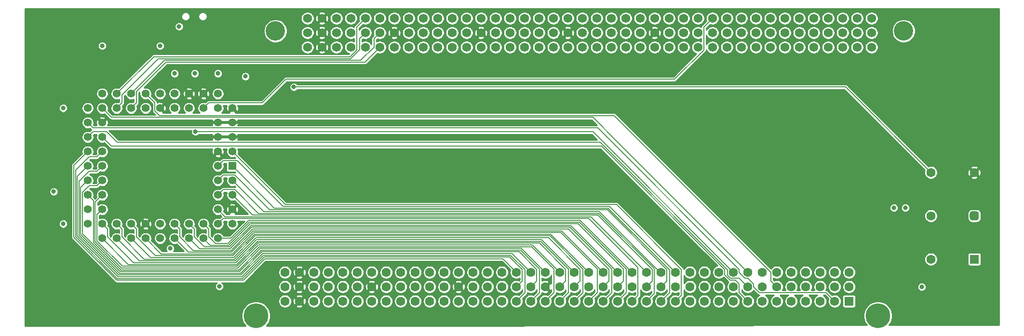
<source format=gbr>
%TF.GenerationSoftware,KiCad,Pcbnew,5.1.9+dfsg1-1~bpo10+1*%
%TF.CreationDate,2023-04-14T13:40:22+02:00*%
%TF.ProjectId,IIsiPDSAdapter,49497369-5044-4534-9164-61707465722e,rev?*%
%TF.SameCoordinates,Original*%
%TF.FileFunction,Copper,L4,Bot*%
%TF.FilePolarity,Positive*%
%FSLAX46Y46*%
G04 Gerber Fmt 4.6, Leading zero omitted, Abs format (unit mm)*
G04 Created by KiCad (PCBNEW 5.1.9+dfsg1-1~bpo10+1) date 2023-04-14 13:40:22*
%MOMM*%
%LPD*%
G01*
G04 APERTURE LIST*
%TA.AperFunction,ComponentPad*%
%ADD10C,1.600000*%
%TD*%
%TA.AperFunction,ComponentPad*%
%ADD11R,1.600000X1.600000*%
%TD*%
%TA.AperFunction,ComponentPad*%
%ADD12C,3.403600*%
%TD*%
%TA.AperFunction,ComponentPad*%
%ADD13C,1.574800*%
%TD*%
%TA.AperFunction,ComponentPad*%
%ADD14C,1.400000*%
%TD*%
%TA.AperFunction,ComponentPad*%
%ADD15R,1.400000X1.400000*%
%TD*%
%TA.AperFunction,ComponentPad*%
%ADD16C,4.335000*%
%TD*%
%TA.AperFunction,ComponentPad*%
%ADD17C,1.605000*%
%TD*%
%TA.AperFunction,ComponentPad*%
%ADD18R,1.605000X1.605000*%
%TD*%
%TA.AperFunction,ViaPad*%
%ADD19C,0.800000*%
%TD*%
%TA.AperFunction,Conductor*%
%ADD20C,0.508000*%
%TD*%
%TA.AperFunction,Conductor*%
%ADD21C,0.152400*%
%TD*%
%TA.AperFunction,Conductor*%
%ADD22C,0.203200*%
%TD*%
%TA.AperFunction,Conductor*%
%ADD23C,0.254000*%
%TD*%
%TA.AperFunction,Conductor*%
%ADD24C,0.100000*%
%TD*%
G04 APERTURE END LIST*
%TO.P,X1,EN1*%
%TO.N,Net-(X1-PadEN1)*%
%TA.AperFunction,ComponentPad*%
G36*
G01*
X222400000Y-135800000D02*
X221600000Y-135800000D01*
G75*
G02*
X221200000Y-135400000I0J400000D01*
G01*
X221200000Y-134600000D01*
G75*
G02*
X221600000Y-134200000I400000J0D01*
G01*
X222400000Y-134200000D01*
G75*
G02*
X222800000Y-134600000I0J-400000D01*
G01*
X222800000Y-135400000D01*
G75*
G02*
X222400000Y-135800000I-400000J0D01*
G01*
G37*
%TD.AperFunction*%
D10*
%TO.P,X1,Vcc*%
%TO.N,+5V*%
X214380000Y-135000000D03*
%TO.P,X1,GND*%
%TO.N,GND*%
X222000000Y-127380000D03*
%TO.P,X1,OUT*%
%TO.N,CLK_32_000*%
X214380000Y-127380000D03*
%TO.P,X1,Vcc*%
%TO.N,+5V*%
X214380000Y-142620000D03*
D11*
%TO.P,X1,EN2*%
%TO.N,Net-(X1-PadEN2)*%
X222000000Y-142620000D03*
%TD*%
D12*
%TO.P,J4,122*%
%TO.N,N/C*%
X209576100Y-102535200D03*
%TO.P,J4,121*%
X99263900Y-102535200D03*
D13*
%TO.P,J4,C40*%
%TO.N,+12V*%
X104890000Y-105380000D03*
%TO.P,J4,C39*%
%TO.N,GND*%
X107430000Y-105380000D03*
%TO.P,J4,C38*%
%TO.N,C16M*%
X109970000Y-105380000D03*
%TO.P,J4,C37*%
%TO.N,+5V*%
X112510000Y-105380000D03*
%TO.P,J4,C36*%
%TO.N,A0*%
X115050000Y-105380000D03*
%TO.P,J4,C35*%
%TO.N,A3*%
X117590000Y-105380000D03*
%TO.P,J4,C34*%
%TO.N,A6*%
X120130000Y-105380000D03*
%TO.P,J4,C33*%
%TO.N,A8*%
X122670000Y-105380000D03*
%TO.P,J4,C32*%
%TO.N,A11*%
X125210000Y-105380000D03*
%TO.P,J4,C31*%
%TO.N,A14*%
X127750000Y-105380000D03*
%TO.P,J4,C30*%
%TO.N,A16*%
X130290000Y-105380000D03*
%TO.P,J4,C29*%
%TO.N,A19*%
X132830000Y-105380000D03*
%TO.P,J4,C28*%
%TO.N,A22*%
X135370000Y-105380000D03*
%TO.P,J4,C27*%
%TO.N,A24*%
X137910000Y-105380000D03*
%TO.P,J4,C26*%
%TO.N,A27*%
X140450000Y-105380000D03*
%TO.P,J4,C25*%
%TO.N,A30*%
X142990000Y-105380000D03*
%TO.P,J4,C24*%
%TO.N,D31*%
X145530000Y-105380000D03*
%TO.P,J4,C23*%
%TO.N,D28*%
X148070000Y-105380000D03*
%TO.P,J4,C22*%
%TO.N,D25*%
X150610000Y-105380000D03*
%TO.P,J4,C21*%
%TO.N,D23*%
X153150000Y-105380000D03*
%TO.P,J4,C20*%
%TO.N,D20*%
X155690000Y-105380000D03*
%TO.P,J4,C19*%
%TO.N,D17*%
X158230000Y-105380000D03*
%TO.P,J4,C18*%
%TO.N,D15*%
X160770000Y-105380000D03*
%TO.P,J4,C17*%
%TO.N,D12*%
X163310000Y-105380000D03*
%TO.P,J4,C16*%
%TO.N,D9*%
X165850000Y-105380000D03*
%TO.P,J4,C15*%
%TO.N,D7*%
X168390000Y-105380000D03*
%TO.P,J4,C14*%
%TO.N,D4*%
X170930000Y-105380000D03*
%TO.P,J4,C13*%
%TO.N,D1*%
X173470000Y-105380000D03*
%TO.P,J4,C12*%
%TO.N,~HALT*%
X176010000Y-105380000D03*
%TO.P,J4,C11*%
%TO.N,FC0*%
X178550000Y-105380000D03*
%TO.P,J4,C10*%
%TO.N,~BR*%
X181090000Y-105380000D03*
%TO.P,J4,C9*%
%TO.N,~AS*%
X183630000Y-105380000D03*
%TO.P,J4,C8*%
%TO.N,~RW*%
X186170000Y-105380000D03*
%TO.P,J4,C7*%
%TO.N,~CBREQ*%
X188710000Y-105380000D03*
%TO.P,J4,C6*%
%TO.N,RMC*%
X191250000Y-105380000D03*
%TO.P,J4,C5*%
%TO.N,IPL0*%
X193790000Y-105380000D03*
%TO.P,J4,C4*%
%TO.N,~IRQ1*%
X196330000Y-105380000D03*
%TO.P,J4,C3*%
%TO.N,~TM0A*%
X198870000Y-105380000D03*
%TO.P,J4,C2*%
%TO.N,~NUBUS*%
X201410000Y-105380000D03*
%TO.P,J4,C1*%
%TO.N,~PFW*%
X203950000Y-105380000D03*
%TO.P,J4,B40*%
%TO.N,-5V*%
X104890000Y-102840000D03*
%TO.P,J4,B39*%
%TO.N,GND*%
X107430000Y-102840000D03*
%TO.P,J4,B38*%
%TO.N,ECLK*%
X109970000Y-102840000D03*
%TO.P,J4,B37*%
%TO.N,+5V*%
X112510000Y-102840000D03*
%TO.P,J4,B36*%
%TO.N,A1*%
X115050000Y-102840000D03*
%TO.P,J4,B35*%
%TO.N,A4*%
X117590000Y-102840000D03*
%TO.P,J4,B34*%
%TO.N,GND*%
X120130000Y-102840000D03*
%TO.P,J4,B33*%
%TO.N,A9*%
X122670000Y-102840000D03*
%TO.P,J4,B32*%
%TO.N,A12*%
X125210000Y-102840000D03*
%TO.P,J4,B31*%
%TO.N,+5V*%
X127750000Y-102840000D03*
%TO.P,J4,B30*%
%TO.N,A17*%
X130290000Y-102840000D03*
%TO.P,J4,B29*%
%TO.N,A20*%
X132830000Y-102840000D03*
%TO.P,J4,B28*%
%TO.N,GND*%
X135370000Y-102840000D03*
%TO.P,J4,B27*%
%TO.N,A25*%
X137910000Y-102840000D03*
%TO.P,J4,B26*%
%TO.N,A28*%
X140450000Y-102840000D03*
%TO.P,J4,B25*%
%TO.N,+5V*%
X142990000Y-102840000D03*
%TO.P,J4,B24*%
%TO.N,D30*%
X145530000Y-102840000D03*
%TO.P,J4,B23*%
%TO.N,D27*%
X148070000Y-102840000D03*
%TO.P,J4,B22*%
%TO.N,GND*%
X150610000Y-102840000D03*
%TO.P,J4,B21*%
%TO.N,D22*%
X153150000Y-102840000D03*
%TO.P,J4,B20*%
%TO.N,D19*%
X155690000Y-102840000D03*
%TO.P,J4,B19*%
%TO.N,+5V*%
X158230000Y-102840000D03*
%TO.P,J4,B18*%
%TO.N,D14*%
X160770000Y-102840000D03*
%TO.P,J4,B17*%
%TO.N,D11*%
X163310000Y-102840000D03*
%TO.P,J4,B16*%
%TO.N,GND*%
X165850000Y-102840000D03*
%TO.P,J4,B15*%
%TO.N,D6*%
X168390000Y-102840000D03*
%TO.P,J4,B14*%
%TO.N,D3*%
X170930000Y-102840000D03*
%TO.P,J4,B13*%
%TO.N,+5V*%
X173470000Y-102840000D03*
%TO.P,J4,B12*%
%TO.N,~BERR*%
X176010000Y-102840000D03*
%TO.P,J4,B11*%
%TO.N,FC1*%
X178550000Y-102840000D03*
%TO.P,J4,B10*%
%TO.N,~BG*%
X181090000Y-102840000D03*
%TO.P,J4,B9*%
%TO.N,SIZ0*%
X183630000Y-102840000D03*
%TO.P,J4,B8*%
%TO.N,~DSACK0*%
X186170000Y-102840000D03*
%TO.P,J4,B7*%
%TO.N,~CBACK*%
X188710000Y-102840000D03*
%TO.P,J4,B6*%
%TO.N,~DS*%
X191250000Y-102840000D03*
%TO.P,J4,B5*%
%TO.N,IPL1*%
X193790000Y-102840000D03*
%TO.P,J4,B4*%
%TO.N,~IRQ2*%
X196330000Y-102840000D03*
%TO.P,J4,B3*%
%TO.N,~TM1A*%
X198870000Y-102840000D03*
%TO.P,J4,B2*%
%TO.N,CACHE*%
X201410000Y-102840000D03*
%TO.P,J4,B1*%
%TO.N,C40M*%
X203950000Y-102840000D03*
%TO.P,J4,A40*%
%TO.N,-12V*%
X104890000Y-100300000D03*
%TO.P,J4,A39*%
%TO.N,GND*%
X107430000Y-100300000D03*
%TO.P,J4,A38*%
%TO.N,CPUCLK*%
X109970000Y-100300000D03*
%TO.P,J4,A37*%
%TO.N,+5V*%
X112510000Y-100300000D03*
%TO.P,J4,A36*%
%TO.N,A2*%
X115050000Y-100300000D03*
%TO.P,J4,A35*%
%TO.N,A5*%
X117590000Y-100300000D03*
%TO.P,J4,A34*%
%TO.N,A7*%
X120130000Y-100300000D03*
%TO.P,J4,A33*%
%TO.N,A10*%
X122670000Y-100300000D03*
%TO.P,J4,A32*%
%TO.N,A13*%
X125210000Y-100300000D03*
%TO.P,J4,A31*%
%TO.N,A15*%
X127750000Y-100300000D03*
%TO.P,J4,A30*%
%TO.N,A18*%
X130290000Y-100300000D03*
%TO.P,J4,A29*%
%TO.N,A21*%
X132830000Y-100300000D03*
%TO.P,J4,A28*%
%TO.N,A23*%
X135370000Y-100300000D03*
%TO.P,J4,A27*%
%TO.N,A26*%
X137910000Y-100300000D03*
%TO.P,J4,A26*%
%TO.N,A29*%
X140450000Y-100300000D03*
%TO.P,J4,A25*%
%TO.N,A31*%
X142990000Y-100300000D03*
%TO.P,J4,A24*%
%TO.N,D29*%
X145530000Y-100300000D03*
%TO.P,J4,A23*%
%TO.N,D26*%
X148070000Y-100300000D03*
%TO.P,J4,A22*%
%TO.N,D24*%
X150610000Y-100300000D03*
%TO.P,J4,A21*%
%TO.N,D21*%
X153150000Y-100300000D03*
%TO.P,J4,A20*%
%TO.N,D18*%
X155690000Y-100300000D03*
%TO.P,J4,A19*%
%TO.N,D16*%
X158230000Y-100300000D03*
%TO.P,J4,A18*%
%TO.N,D13*%
X160770000Y-100300000D03*
%TO.P,J4,A17*%
%TO.N,D10*%
X163310000Y-100300000D03*
%TO.P,J4,A16*%
%TO.N,D8*%
X165850000Y-100300000D03*
%TO.P,J4,A15*%
%TO.N,D5*%
X168390000Y-100300000D03*
%TO.P,J4,A14*%
%TO.N,D2*%
X170930000Y-100300000D03*
%TO.P,J4,A13*%
%TO.N,D0*%
X173470000Y-100300000D03*
%TO.P,J4,A12*%
%TO.N,~RESET*%
X176010000Y-100300000D03*
%TO.P,J4,A11*%
%TO.N,FC2*%
X178550000Y-100300000D03*
%TO.P,J4,A10*%
%TO.N,~BGACK*%
X181090000Y-100300000D03*
%TO.P,J4,A9*%
%TO.N,SIZ1*%
X183630000Y-100300000D03*
%TO.P,J4,A8*%
%TO.N,~DSACK1*%
X186170000Y-100300000D03*
%TO.P,J4,A7*%
%TO.N,~STERM*%
X188710000Y-100300000D03*
%TO.P,J4,A6*%
%TO.N,~CIOUT*%
X191250000Y-100300000D03*
%TO.P,J4,A5*%
%TO.N,IPL2*%
X193790000Y-100300000D03*
%TO.P,J4,A4*%
%TO.N,~IRQ3*%
X196330000Y-100300000D03*
%TO.P,J4,A3*%
%TO.N,~BUSLOCk*%
X198870000Y-100300000D03*
%TO.P,J4,A2*%
%TO.N,~FPU*%
X201410000Y-100300000D03*
%TO.P,J4,A1*%
%TO.N,~RBV*%
X203950000Y-100300000D03*
%TD*%
D14*
%TO.P,J2,68*%
%TO.N,D3*%
X89160000Y-128790000D03*
%TO.P,J2,67*%
%TO.N,D4*%
X91700000Y-128790000D03*
%TO.P,J2,66*%
%TO.N,D5*%
X89160000Y-131330000D03*
%TO.P,J2,65*%
%TO.N,D6*%
X91700000Y-131330000D03*
%TO.P,J2,64*%
%TO.N,D7*%
X89160000Y-133870000D03*
%TO.P,J2,63*%
%TO.N,GND*%
X91700000Y-133870000D03*
%TO.P,J2,62*%
%TO.N,D8*%
X89160000Y-136410000D03*
%TO.P,J2,61*%
%TO.N,+5V*%
X91700000Y-136410000D03*
%TO.P,J2,60*%
%TO.N,D9*%
X89160000Y-138950000D03*
%TO.P,J2,59*%
%TO.N,D10*%
X86620000Y-136410000D03*
%TO.P,J2,58*%
%TO.N,D11*%
X86620000Y-138950000D03*
%TO.P,J2,57*%
%TO.N,D12*%
X84080000Y-136410000D03*
%TO.P,J2,56*%
%TO.N,D13*%
X84080000Y-138950000D03*
%TO.P,J2,55*%
%TO.N,D14*%
X81540000Y-136410000D03*
%TO.P,J2,54*%
%TO.N,D15*%
X81540000Y-138950000D03*
%TO.P,J2,53*%
%TO.N,+5V*%
X79000000Y-136410000D03*
%TO.P,J2,52*%
X79000000Y-138950000D03*
%TO.P,J2,51*%
%TO.N,GND*%
X76460000Y-136410000D03*
%TO.P,J2,50*%
%TO.N,D16*%
X76460000Y-138950000D03*
%TO.P,J2,49*%
%TO.N,D17*%
X73920000Y-136410000D03*
%TO.P,J2,48*%
%TO.N,D18*%
X73920000Y-138950000D03*
%TO.P,J2,47*%
%TO.N,D19*%
X71380000Y-136410000D03*
%TO.P,J2,46*%
%TO.N,D20*%
X71380000Y-138950000D03*
%TO.P,J2,45*%
%TO.N,D21*%
X68840000Y-136410000D03*
%TO.P,J2,44*%
%TO.N,D22*%
X68840000Y-138950000D03*
%TO.P,J2,43*%
%TO.N,+5V*%
X66300000Y-136410000D03*
%TO.P,J2,42*%
%TO.N,D23*%
X68840000Y-133870000D03*
%TO.P,J2,41*%
%TO.N,GND*%
X66300000Y-133870000D03*
%TO.P,J2,40*%
%TO.N,D24*%
X68840000Y-131330000D03*
%TO.P,J2,39*%
%TO.N,D25*%
X66300000Y-131330000D03*
%TO.P,J2,38*%
%TO.N,D26*%
X68840000Y-128790000D03*
%TO.P,J2,37*%
%TO.N,D27*%
X66300000Y-128790000D03*
%TO.P,J2,36*%
%TO.N,D28*%
X68840000Y-126250000D03*
%TO.P,J2,35*%
%TO.N,D29*%
X66300000Y-126250000D03*
%TO.P,J2,34*%
%TO.N,D30*%
X68840000Y-123710000D03*
%TO.P,J2,33*%
%TO.N,D31*%
X66300000Y-123710000D03*
%TO.P,J2,32*%
%TO.N,~DSACK1*%
X68840000Y-121170000D03*
%TO.P,J2,31*%
%TO.N,~DSACK0*%
X66300000Y-121170000D03*
%TO.P,J2,30*%
%TO.N,GND*%
X68840000Y-118630000D03*
%TO.P,J2,29*%
%TO.N,~FPU*%
X66300000Y-118630000D03*
%TO.P,J2,28*%
%TO.N,~RW*%
X68840000Y-116090000D03*
%TO.P,J2,27*%
%TO.N,+5V*%
X66300000Y-116090000D03*
%TO.P,J2,26*%
%TO.N,Net-(J2-Pad26)*%
X68840000Y-113550000D03*
%TO.P,J2,25*%
%TO.N,A1*%
X71380000Y-116090000D03*
%TO.P,J2,24*%
%TO.N,A2*%
X71380000Y-113550000D03*
%TO.P,J2,23*%
%TO.N,A3*%
X73920000Y-116090000D03*
%TO.P,J2,22*%
%TO.N,A4*%
X73920000Y-113550000D03*
%TO.P,J2,21*%
%TO.N,~AS*%
X76460000Y-116090000D03*
%TO.P,J2,20*%
%TO.N,~DS*%
X76460000Y-113550000D03*
%TO.P,J2,19*%
%TO.N,GND*%
X79000000Y-116090000D03*
%TO.P,J2,18*%
%TO.N,Net-(J2-Pad18)*%
X79000000Y-113550000D03*
%TO.P,J2,17*%
%TO.N,+5V*%
X81540000Y-116090000D03*
%TO.P,J2,16*%
X81540000Y-113550000D03*
%TO.P,J2,15*%
%TO.N,Net-(J2-Pad15)*%
X84080000Y-116090000D03*
%TO.P,J2,14*%
%TO.N,GND*%
X84080000Y-113550000D03*
%TO.P,J2,13*%
%TO.N,~RESET*%
X86620000Y-116090000D03*
%TO.P,J2,12*%
%TO.N,GND*%
X86620000Y-113550000D03*
%TO.P,J2,11*%
%TO.N,FPUCLK*%
X89160000Y-116090000D03*
%TO.P,J2,10*%
%TO.N,+5V*%
X89160000Y-113550000D03*
%TO.P,J2,9*%
%TO.N,GND*%
X91700000Y-116090000D03*
%TO.P,J2,8*%
X89160000Y-118630000D03*
%TO.P,J2,7*%
X91700000Y-118630000D03*
%TO.P,J2,6*%
X89160000Y-121170000D03*
%TO.P,J2,5*%
X91700000Y-121170000D03*
%TO.P,J2,4*%
X89160000Y-123710000D03*
%TO.P,J2,3*%
%TO.N,D0*%
X91700000Y-123710000D03*
%TO.P,J2,2*%
%TO.N,D1*%
X89160000Y-126250000D03*
D15*
%TO.P,J2,1*%
%TO.N,D2*%
X91700000Y-126250000D03*
%TD*%
D16*
%TO.P,J1,MH2*%
%TO.N,Net-(J1-PadMH2)*%
X95860000Y-152540000D03*
%TO.P,J1,MH1*%
%TO.N,Net-(J1-PadMH1)*%
X205080000Y-152540000D03*
D17*
%TO.P,J1,C40*%
%TO.N,+12V*%
X100940000Y-144920000D03*
%TO.P,J1,C39*%
%TO.N,GND*%
X103480000Y-144920000D03*
%TO.P,J1,C38*%
%TO.N,C16M*%
X106020000Y-144920000D03*
%TO.P,J1,C37*%
%TO.N,+5V*%
X108560000Y-144920000D03*
%TO.P,J1,C36*%
%TO.N,A0*%
X111100000Y-144920000D03*
%TO.P,J1,C35*%
%TO.N,A3*%
X113640000Y-144920000D03*
%TO.P,J1,C34*%
%TO.N,A6*%
X116180000Y-144920000D03*
%TO.P,J1,C33*%
%TO.N,A8*%
X118720000Y-144920000D03*
%TO.P,J1,C32*%
%TO.N,A11*%
X121260000Y-144920000D03*
%TO.P,J1,C31*%
%TO.N,A14*%
X123800000Y-144920000D03*
%TO.P,J1,C30*%
%TO.N,A16*%
X126340000Y-144920000D03*
%TO.P,J1,C29*%
%TO.N,A19*%
X128880000Y-144920000D03*
%TO.P,J1,C28*%
%TO.N,A22*%
X131420000Y-144920000D03*
%TO.P,J1,C27*%
%TO.N,A24*%
X133960000Y-144920000D03*
%TO.P,J1,C26*%
%TO.N,A27*%
X136500000Y-144920000D03*
%TO.P,J1,C25*%
%TO.N,A30*%
X139040000Y-144920000D03*
%TO.P,J1,C24*%
%TO.N,D31*%
X141580000Y-144920000D03*
%TO.P,J1,C23*%
%TO.N,D28*%
X144120000Y-144920000D03*
%TO.P,J1,C22*%
%TO.N,D25*%
X146660000Y-144920000D03*
%TO.P,J1,C21*%
%TO.N,D23*%
X149200000Y-144920000D03*
%TO.P,J1,C20*%
%TO.N,D20*%
X151740000Y-144920000D03*
%TO.P,J1,C19*%
%TO.N,D17*%
X154280000Y-144920000D03*
%TO.P,J1,C18*%
%TO.N,D15*%
X156820000Y-144920000D03*
%TO.P,J1,C17*%
%TO.N,D12*%
X159360000Y-144920000D03*
%TO.P,J1,C16*%
%TO.N,D9*%
X161900000Y-144920000D03*
%TO.P,J1,C15*%
%TO.N,D7*%
X164440000Y-144920000D03*
%TO.P,J1,C14*%
%TO.N,D4*%
X166980000Y-144920000D03*
%TO.P,J1,C13*%
%TO.N,D1*%
X169520000Y-144920000D03*
%TO.P,J1,C12*%
%TO.N,~HALT*%
X172060000Y-144920000D03*
%TO.P,J1,C11*%
%TO.N,FC0*%
X174600000Y-144920000D03*
%TO.P,J1,C10*%
%TO.N,~BR*%
X177140000Y-144920000D03*
%TO.P,J1,C9*%
%TO.N,~AS*%
X179680000Y-144920000D03*
%TO.P,J1,C8*%
%TO.N,~RW*%
X182220000Y-144920000D03*
%TO.P,J1,C7*%
%TO.N,~CBREQ*%
X184760000Y-144920000D03*
%TO.P,J1,C6*%
%TO.N,RMC*%
X187300000Y-144920000D03*
%TO.P,J1,C5*%
%TO.N,IPL0*%
X189840000Y-144920000D03*
%TO.P,J1,C4*%
%TO.N,~IRQ1*%
X192380000Y-144920000D03*
%TO.P,J1,C3*%
%TO.N,~TM0A*%
X194920000Y-144920000D03*
%TO.P,J1,C2*%
%TO.N,~NUBUS*%
X197460000Y-144920000D03*
%TO.P,J1,C1*%
%TO.N,~PFW*%
X200000000Y-144920000D03*
%TO.P,J1,B40*%
%TO.N,-5V*%
X100940000Y-147460000D03*
%TO.P,J1,B39*%
%TO.N,GND*%
X103480000Y-147460000D03*
%TO.P,J1,B38*%
%TO.N,ECLK*%
X106020000Y-147460000D03*
%TO.P,J1,B37*%
%TO.N,+5V*%
X108560000Y-147460000D03*
%TO.P,J1,B36*%
%TO.N,A1*%
X111100000Y-147460000D03*
%TO.P,J1,B35*%
%TO.N,A4*%
X113640000Y-147460000D03*
%TO.P,J1,B34*%
%TO.N,GND*%
X116180000Y-147460000D03*
%TO.P,J1,B33*%
%TO.N,A9*%
X118720000Y-147460000D03*
%TO.P,J1,B32*%
%TO.N,A12*%
X121260000Y-147460000D03*
%TO.P,J1,B31*%
%TO.N,+5V*%
X123800000Y-147460000D03*
%TO.P,J1,B30*%
%TO.N,A17*%
X126340000Y-147460000D03*
%TO.P,J1,B29*%
%TO.N,A20*%
X128880000Y-147460000D03*
%TO.P,J1,B28*%
%TO.N,GND*%
X131420000Y-147460000D03*
%TO.P,J1,B27*%
%TO.N,A25*%
X133960000Y-147460000D03*
%TO.P,J1,B26*%
%TO.N,A28*%
X136500000Y-147460000D03*
%TO.P,J1,B25*%
%TO.N,+5V*%
X139040000Y-147460000D03*
%TO.P,J1,B24*%
%TO.N,D30*%
X141580000Y-147460000D03*
%TO.P,J1,B23*%
%TO.N,D27*%
X144120000Y-147460000D03*
%TO.P,J1,B22*%
%TO.N,GND*%
X146660000Y-147460000D03*
%TO.P,J1,B21*%
%TO.N,D22*%
X149200000Y-147460000D03*
%TO.P,J1,B20*%
%TO.N,D19*%
X151740000Y-147460000D03*
%TO.P,J1,B19*%
%TO.N,+5V*%
X154280000Y-147460000D03*
%TO.P,J1,B18*%
%TO.N,D14*%
X156820000Y-147460000D03*
%TO.P,J1,B17*%
%TO.N,D11*%
X159360000Y-147460000D03*
%TO.P,J1,B16*%
%TO.N,GND*%
X161900000Y-147460000D03*
%TO.P,J1,B15*%
%TO.N,D6*%
X164440000Y-147460000D03*
%TO.P,J1,B14*%
%TO.N,D3*%
X166980000Y-147460000D03*
%TO.P,J1,B13*%
%TO.N,+5V*%
X169520000Y-147460000D03*
%TO.P,J1,B12*%
%TO.N,~BERR*%
X172060000Y-147460000D03*
%TO.P,J1,B11*%
%TO.N,FC1*%
X174600000Y-147460000D03*
%TO.P,J1,B10*%
%TO.N,~BG*%
X177140000Y-147460000D03*
%TO.P,J1,B9*%
%TO.N,SIZ0*%
X179680000Y-147460000D03*
%TO.P,J1,B8*%
%TO.N,~DSACK0*%
X182220000Y-147460000D03*
%TO.P,J1,B7*%
%TO.N,~CBACK*%
X184760000Y-147460000D03*
%TO.P,J1,B6*%
%TO.N,~DS*%
X187300000Y-147460000D03*
%TO.P,J1,B5*%
%TO.N,IPL1*%
X189840000Y-147460000D03*
%TO.P,J1,B4*%
%TO.N,~IRQ2*%
X192380000Y-147460000D03*
%TO.P,J1,B3*%
%TO.N,~TM1A*%
X194920000Y-147460000D03*
%TO.P,J1,B2*%
%TO.N,CACHE*%
X197460000Y-147460000D03*
%TO.P,J1,B1*%
%TO.N,C40M*%
X200000000Y-147460000D03*
%TO.P,J1,A40*%
%TO.N,-12V*%
X100940000Y-150000000D03*
%TO.P,J1,A39*%
%TO.N,GND*%
X103480000Y-150000000D03*
%TO.P,J1,A38*%
%TO.N,CPUCLK*%
X106020000Y-150000000D03*
%TO.P,J1,A37*%
%TO.N,+5V*%
X108560000Y-150000000D03*
%TO.P,J1,A36*%
%TO.N,A2*%
X111100000Y-150000000D03*
%TO.P,J1,A35*%
%TO.N,A5*%
X113640000Y-150000000D03*
%TO.P,J1,A34*%
%TO.N,A7*%
X116180000Y-150000000D03*
%TO.P,J1,A33*%
%TO.N,A10*%
X118720000Y-150000000D03*
%TO.P,J1,A32*%
%TO.N,A13*%
X121260000Y-150000000D03*
%TO.P,J1,A31*%
%TO.N,A15*%
X123800000Y-150000000D03*
%TO.P,J1,A30*%
%TO.N,A18*%
X126340000Y-150000000D03*
%TO.P,J1,A29*%
%TO.N,A21*%
X128880000Y-150000000D03*
%TO.P,J1,A28*%
%TO.N,A23*%
X131420000Y-150000000D03*
%TO.P,J1,A27*%
%TO.N,A26*%
X133960000Y-150000000D03*
%TO.P,J1,A26*%
%TO.N,A29*%
X136500000Y-150000000D03*
%TO.P,J1,A25*%
%TO.N,A31*%
X139040000Y-150000000D03*
%TO.P,J1,A24*%
%TO.N,D29*%
X141580000Y-150000000D03*
%TO.P,J1,A23*%
%TO.N,D26*%
X144120000Y-150000000D03*
%TO.P,J1,A22*%
%TO.N,D24*%
X146660000Y-150000000D03*
%TO.P,J1,A21*%
%TO.N,D21*%
X149200000Y-150000000D03*
%TO.P,J1,A20*%
%TO.N,D18*%
X151740000Y-150000000D03*
%TO.P,J1,A19*%
%TO.N,D16*%
X154280000Y-150000000D03*
%TO.P,J1,A18*%
%TO.N,D13*%
X156820000Y-150000000D03*
%TO.P,J1,A17*%
%TO.N,D10*%
X159360000Y-150000000D03*
%TO.P,J1,A16*%
%TO.N,D8*%
X161900000Y-150000000D03*
%TO.P,J1,A15*%
%TO.N,D5*%
X164440000Y-150000000D03*
%TO.P,J1,A14*%
%TO.N,D2*%
X166980000Y-150000000D03*
%TO.P,J1,A13*%
%TO.N,D0*%
X169520000Y-150000000D03*
%TO.P,J1,A12*%
%TO.N,~RESET*%
X172060000Y-150000000D03*
%TO.P,J1,A11*%
%TO.N,FC2*%
X174600000Y-150000000D03*
%TO.P,J1,A10*%
%TO.N,~BGACK*%
X177140000Y-150000000D03*
%TO.P,J1,A9*%
%TO.N,SIZ1*%
X179680000Y-150000000D03*
%TO.P,J1,A8*%
%TO.N,~DSACK1*%
X182220000Y-150000000D03*
%TO.P,J1,A7*%
%TO.N,~STERM*%
X184760000Y-150000000D03*
%TO.P,J1,A6*%
%TO.N,~CIOUT*%
X187300000Y-150000000D03*
%TO.P,J1,A5*%
%TO.N,IPL2*%
X189840000Y-150000000D03*
%TO.P,J1,A4*%
%TO.N,~IRQ3*%
X192380000Y-150000000D03*
%TO.P,J1,A3*%
%TO.N,~BUSLOCk*%
X194920000Y-150000000D03*
%TO.P,J1,A2*%
%TO.N,~FPU*%
X197460000Y-150000000D03*
D18*
%TO.P,J1,A1*%
%TO.N,~RBV*%
X200000000Y-150000000D03*
%TD*%
D19*
%TO.N,GND*%
X58000000Y-152000000D03*
X79000000Y-126250000D03*
X210000000Y-110000000D03*
X205000000Y-130000000D03*
X205000000Y-140000000D03*
X205000000Y-135000000D03*
X79000000Y-148052000D03*
X81540000Y-148052000D03*
X89160000Y-105145000D03*
X84080000Y-105145000D03*
X81540000Y-105145000D03*
X57305000Y-116090000D03*
X57305000Y-136410000D03*
X209880000Y-138100000D03*
X207880000Y-138100000D03*
X210000000Y-115000000D03*
X210000000Y-120000000D03*
X84080000Y-149052000D03*
X97040000Y-109000000D03*
X94000000Y-102930000D03*
X100000000Y-121170000D03*
X75000000Y-121170000D03*
X57630000Y-130750000D03*
X63000000Y-152000000D03*
X68000000Y-152000000D03*
X58000000Y-147000000D03*
X63000000Y-147000000D03*
X58000000Y-142000000D03*
X100000000Y-118630000D03*
X82810000Y-118630000D03*
X218760000Y-147500000D03*
X87641000Y-101750000D03*
%TO.N,+5V*%
X79000000Y-105145000D03*
X68840000Y-105145000D03*
X209880000Y-133610000D03*
X207880000Y-133610000D03*
X89415000Y-147397000D03*
X85090000Y-110000000D03*
X81540000Y-110000000D03*
X89160000Y-110000000D03*
X94000000Y-110520000D03*
X60330000Y-130750000D03*
X62000000Y-116090000D03*
X62000000Y-136410000D03*
X80790000Y-140740000D03*
X212760000Y-147500000D03*
X82350000Y-101750000D03*
%TO.N,~AS*%
X85228601Y-120241399D03*
%TO.N,CLK_32_000*%
X102500000Y-112380000D03*
%TD*%
D20*
%TO.N,GND*%
X100000000Y-121170000D02*
X91700000Y-121170000D01*
X89160000Y-121170000D02*
X91700000Y-121170000D01*
X89160000Y-121170000D02*
X75000000Y-121170000D01*
X89160000Y-118630000D02*
X91700000Y-118630000D01*
X100000000Y-118630000D02*
X91700000Y-118630000D01*
X89160000Y-118630000D02*
X82810000Y-118630000D01*
D21*
%TO.N,A3*%
X117590000Y-105380000D02*
X114950380Y-108019620D01*
X74848601Y-115161399D02*
X73920000Y-116090000D01*
X74848601Y-113221399D02*
X74848601Y-115161399D01*
X114950380Y-108019620D02*
X80050380Y-108019620D01*
X80050380Y-108019620D02*
X74848601Y-113221399D01*
%TO.N,D31*%
X65108324Y-124901676D02*
X66300000Y-123710000D01*
X63847350Y-126162650D02*
X65108324Y-124901676D01*
X139210000Y-142550000D02*
X97394264Y-142550000D01*
X141580000Y-144920000D02*
X139210000Y-142550000D01*
X97394264Y-142550000D02*
X93636167Y-146308093D01*
X93636167Y-146308093D02*
X71375236Y-146308092D01*
X71375236Y-146308092D02*
X63847350Y-138780208D01*
X63847350Y-138780208D02*
X63847350Y-126162650D01*
%TO.N,D28*%
X66537069Y-127178601D02*
X67911399Y-127178601D01*
X64761779Y-128953891D02*
X66537069Y-127178601D01*
X144120000Y-144920000D02*
X140828860Y-141628860D01*
X64761779Y-138401439D02*
X64761779Y-128953891D01*
X97022206Y-141628860D02*
X93257400Y-145393666D01*
X67911399Y-127178601D02*
X68840000Y-126250000D01*
X71754005Y-145393665D02*
X64761779Y-138401439D01*
X140828860Y-141628860D02*
X97022206Y-141628860D01*
X93257400Y-145393666D02*
X71754005Y-145393665D01*
%TO.N,D25*%
X146660000Y-144920000D02*
X142454430Y-140714430D01*
X142454430Y-140714430D02*
X96625570Y-140714430D01*
X72132776Y-144479238D02*
X67300000Y-139646462D01*
X96625570Y-140714430D02*
X92860762Y-144479238D01*
X92860762Y-144479238D02*
X72132776Y-144479238D01*
X67300000Y-132330000D02*
X66300000Y-131330000D01*
X67300000Y-139646462D02*
X67300000Y-132330000D01*
%TO.N,D23*%
X149200000Y-144920000D02*
X144384810Y-140104810D01*
X96317980Y-140104810D02*
X92553170Y-143869620D01*
X144384810Y-140104810D02*
X96317980Y-140104810D01*
X67911399Y-134798601D02*
X68840000Y-133870000D01*
X67911399Y-139395729D02*
X67911399Y-134798601D01*
X92553170Y-143869620D02*
X72385290Y-143869620D01*
X72385290Y-143869620D02*
X67911399Y-139395729D01*
%TO.N,D20*%
X151740000Y-144920000D02*
X145994810Y-139174810D01*
X95954782Y-139174810D02*
X92202895Y-142926697D01*
X145994810Y-139174810D02*
X95954782Y-139174810D01*
X75356697Y-142926697D02*
X71380000Y-138950000D01*
X92202895Y-142926697D02*
X75356697Y-142926697D01*
%TO.N,D17*%
X154280000Y-144920000D02*
X147584689Y-138224689D01*
X147584689Y-138224689D02*
X95611705Y-138224689D01*
X74848601Y-137338601D02*
X73920000Y-136410000D01*
X74848601Y-138712931D02*
X74848601Y-137338601D01*
X78147937Y-142012267D02*
X74848601Y-138712931D01*
X95611705Y-138224689D02*
X91824127Y-142012267D01*
X91824127Y-142012267D02*
X78147937Y-142012267D01*
%TO.N,D15*%
X83992647Y-141402647D02*
X91571615Y-141402647D01*
X81540000Y-138950000D02*
X83992647Y-141402647D01*
X91571615Y-141402647D02*
X95359193Y-137615069D01*
X149515069Y-137615069D02*
X156820000Y-144920000D01*
X95359193Y-137615069D02*
X149515069Y-137615069D01*
%TO.N,D12*%
X159360000Y-144920000D02*
X151140639Y-136700639D01*
X151140639Y-136700639D02*
X94980427Y-136700639D01*
X85008601Y-137338601D02*
X84080000Y-136410000D01*
X85008601Y-138712931D02*
X85008601Y-137338601D01*
X86783890Y-140488220D02*
X85008601Y-138712931D01*
X94980427Y-136700639D02*
X91192846Y-140488220D01*
X91192846Y-140488220D02*
X86783890Y-140488220D01*
%TO.N,D9*%
X161900000Y-144920000D02*
X152766209Y-135786209D01*
X152766209Y-135786209D02*
X94583791Y-135786209D01*
X91420000Y-138950000D02*
X89160000Y-138950000D01*
X94583791Y-135786209D02*
X91420000Y-138950000D01*
%TO.N,D7*%
X89160000Y-133870000D02*
X90466589Y-135176589D01*
X154696589Y-135176589D02*
X164440000Y-144920000D01*
X90466589Y-135176589D02*
X154696589Y-135176589D01*
%TO.N,D4*%
X91700000Y-128790000D02*
X97172159Y-134262159D01*
X166828162Y-144920000D02*
X166980000Y-144920000D01*
X97172159Y-134262159D02*
X156170322Y-134262160D01*
X156170322Y-134262160D02*
X166828162Y-144920000D01*
%TO.N,D1*%
X157947730Y-133347730D02*
X169520000Y-144920000D01*
X100609212Y-133347730D02*
X157947730Y-133347730D01*
X89160000Y-126250000D02*
X90088601Y-125321399D01*
X92582881Y-125321399D02*
X100609212Y-133347730D01*
X90088601Y-125321399D02*
X92582881Y-125321399D01*
%TO.N,~AS*%
X155001399Y-120241399D02*
X85228601Y-120241399D01*
X179680000Y-144920000D02*
X155001399Y-120241399D01*
X85228601Y-120241399D02*
X85228601Y-120241399D01*
%TO.N,~RW*%
X159460000Y-122160000D02*
X182220000Y-144920000D01*
X155001399Y-117701399D02*
X159460000Y-122160000D01*
X68840000Y-116090000D02*
X70451399Y-117701399D01*
X70451399Y-117701399D02*
X155001399Y-117701399D01*
%TO.N,A1*%
X72308601Y-113787069D02*
X78685670Y-107410000D01*
X71380000Y-116090000D02*
X72308601Y-115161399D01*
X72308601Y-115161399D02*
X72308601Y-113787069D01*
X114033999Y-103856001D02*
X115050000Y-102840000D01*
X114033999Y-105790749D02*
X114033999Y-103856001D01*
X78685670Y-107410000D02*
X112414748Y-107410000D01*
X112414748Y-107410000D02*
X114033999Y-105790749D01*
%TO.N,A4*%
X73920000Y-113550000D02*
X79755190Y-107714810D01*
X116573999Y-103856001D02*
X117590000Y-102840000D01*
X116573999Y-105359683D02*
X116573999Y-103856001D01*
X79755190Y-107714810D02*
X114218872Y-107714810D01*
X114218872Y-107714810D02*
X116573999Y-105359683D01*
%TO.N,D30*%
X67911399Y-124638601D02*
X68840000Y-123710000D01*
X66537069Y-124638601D02*
X67911399Y-124638601D01*
X64152160Y-127023510D02*
X66537069Y-124638601D01*
X64152160Y-138653952D02*
X64152160Y-127023510D01*
X71501493Y-146003283D02*
X64152160Y-138653952D01*
X142611101Y-146428899D02*
X142611101Y-144425071D01*
X141580000Y-147460000D02*
X142611101Y-146428899D01*
X142611101Y-144425071D02*
X140424510Y-142238480D01*
X140424510Y-142238480D02*
X97274718Y-142238480D01*
X97274718Y-142238480D02*
X93509912Y-146003284D01*
X93509912Y-146003284D02*
X71501493Y-146003283D01*
%TO.N,D27*%
X145151101Y-144425071D02*
X142050080Y-141324050D01*
X144120000Y-147460000D02*
X145151101Y-146428899D01*
X145151101Y-146428899D02*
X145151101Y-144425071D01*
X142050080Y-141324050D02*
X96895950Y-141324050D01*
X65066589Y-130023411D02*
X66300000Y-128790000D01*
X65066589Y-138275183D02*
X65066589Y-130023411D01*
X71880262Y-145088856D02*
X65066589Y-138275183D01*
X96895950Y-141324050D02*
X93131144Y-145088856D01*
X93131144Y-145088856D02*
X71880262Y-145088856D01*
%TO.N,D22*%
X150231101Y-144425071D02*
X145606030Y-139800000D01*
X149200000Y-147460000D02*
X150231101Y-146428899D01*
X150231101Y-146428899D02*
X150231101Y-144425071D01*
X145606030Y-139800000D02*
X96191724Y-139800000D01*
X73454810Y-143564810D02*
X68840000Y-138950000D01*
X96191724Y-139800000D02*
X92426914Y-143564810D01*
X92426914Y-143564810D02*
X73454810Y-143564810D01*
%TO.N,D19*%
X152771101Y-144425071D02*
X147216030Y-138870000D01*
X151740000Y-147460000D02*
X152771101Y-146428899D01*
X152771101Y-146428899D02*
X152771101Y-144425071D01*
X95828526Y-138870000D02*
X92076639Y-142621887D01*
X147216030Y-138870000D02*
X95828526Y-138870000D01*
X72308601Y-137338601D02*
X71380000Y-136410000D01*
X72308601Y-138712931D02*
X72308601Y-137338601D01*
X92076639Y-142621887D02*
X76217557Y-142621887D01*
X76217557Y-142621887D02*
X72308601Y-138712931D01*
%TO.N,D14*%
X82468601Y-138712931D02*
X82468601Y-137338601D01*
X84853508Y-141097838D02*
X82468601Y-138712931D01*
X156820000Y-147460000D02*
X157851101Y-146428899D01*
X157851101Y-144425071D02*
X150736289Y-137310259D01*
X82468601Y-137338601D02*
X81540000Y-136410000D01*
X150736289Y-137310259D02*
X95232939Y-137310259D01*
X95232939Y-137310259D02*
X91445358Y-141097838D01*
X91445358Y-141097838D02*
X84853508Y-141097838D01*
X157851101Y-146428899D02*
X157851101Y-144425071D01*
%TO.N,D11*%
X87853410Y-140183410D02*
X91066590Y-140183410D01*
X86620000Y-138950000D02*
X87853410Y-140183410D01*
X91066590Y-140183410D02*
X94854171Y-136395829D01*
X160391101Y-146428899D02*
X159360000Y-147460000D01*
X160391101Y-144371101D02*
X160391101Y-146428899D01*
X94854171Y-136395829D02*
X152415829Y-136395829D01*
X152415829Y-136395829D02*
X160391101Y-144371101D01*
%TO.N,D6*%
X165471101Y-144425071D02*
X155917809Y-134871779D01*
X164440000Y-147460000D02*
X165471101Y-146428899D01*
X165471101Y-146428899D02*
X165471101Y-144425071D01*
X91700000Y-131330000D02*
X95241779Y-134871779D01*
X95241779Y-134871779D02*
X155917809Y-134871779D01*
%TO.N,D3*%
X168011101Y-144425071D02*
X157543380Y-133957350D01*
X166980000Y-147460000D02*
X168011101Y-146428899D01*
X168011101Y-146428899D02*
X168011101Y-144425071D01*
X90088601Y-127861399D02*
X89160000Y-128790000D01*
X92145729Y-127861399D02*
X90088601Y-127861399D01*
X157543380Y-133957350D02*
X98241680Y-133957350D01*
X98241680Y-133957350D02*
X92145729Y-127861399D01*
%TO.N,~DSACK0*%
X180711101Y-145951101D02*
X182220000Y-147460000D01*
X179185071Y-145951101D02*
X180711101Y-145951101D01*
X178648899Y-145414929D02*
X179185071Y-145951101D01*
X67228601Y-120241399D02*
X69641399Y-120241399D01*
X71498601Y-122098601D02*
X156275697Y-122098601D01*
X66300000Y-121170000D02*
X67228601Y-120241399D01*
X69641399Y-120241399D02*
X71498601Y-122098601D01*
X156275697Y-122098601D02*
X178648899Y-144471803D01*
X178648899Y-144471803D02*
X178648899Y-145414929D01*
%TO.N,~DS*%
X186268899Y-146428899D02*
X187300000Y-147460000D01*
X76460000Y-113550000D02*
X78071399Y-115161399D01*
X78071399Y-115161399D02*
X78071399Y-116535729D01*
X78071399Y-116535729D02*
X78932259Y-117396589D01*
X78932259Y-117396589D02*
X158762619Y-117396589D01*
X158762619Y-117396589D02*
X186268899Y-144902869D01*
X186268899Y-144902869D02*
X186268899Y-146428899D01*
%TO.N,A2*%
X113526001Y-105867681D02*
X112343682Y-107050000D01*
X115050000Y-100300000D02*
X113526001Y-101823999D01*
X113526001Y-101823999D02*
X113526001Y-105867681D01*
X77880000Y-107050000D02*
X71380000Y-113550000D01*
X112343682Y-107050000D02*
X77880000Y-107050000D01*
%TO.N,D29*%
X140593670Y-141933670D02*
X143088899Y-144428899D01*
X64456970Y-128093030D02*
X64456970Y-138527696D01*
X143088899Y-144428899D02*
X143088899Y-148491101D01*
X64456970Y-138527696D02*
X71627750Y-145698474D01*
X97148462Y-141933670D02*
X140593670Y-141933670D01*
X66300000Y-126250000D02*
X64456970Y-128093030D01*
X71627750Y-145698474D02*
X93383657Y-145698475D01*
X143088899Y-148491101D02*
X141580000Y-150000000D01*
X93383657Y-145698475D02*
X97148462Y-141933670D01*
%TO.N,D26*%
X145628899Y-148491101D02*
X145628899Y-144319965D01*
X144120000Y-150000000D02*
X145628899Y-148491101D01*
X145628899Y-144319965D02*
X142328174Y-141019240D01*
X96751826Y-141019240D02*
X92987018Y-144784048D01*
X142328174Y-141019240D02*
X96751826Y-141019240D01*
X67911399Y-129718601D02*
X68840000Y-128790000D01*
X66537069Y-129718601D02*
X67911399Y-129718601D01*
X65371399Y-130884271D02*
X66537069Y-129718601D01*
X65371399Y-138148927D02*
X65371399Y-130884271D01*
X92987018Y-144784048D02*
X72006519Y-144784047D01*
X72006519Y-144784047D02*
X65371399Y-138148927D01*
%TO.N,D24*%
X148168899Y-148491101D02*
X148168899Y-144319965D01*
X146660000Y-150000000D02*
X148168899Y-148491101D01*
X148168899Y-144319965D02*
X144258554Y-140409620D01*
X144258554Y-140409620D02*
X96444236Y-140409620D01*
X67606589Y-132563411D02*
X68840000Y-131330000D01*
X67606589Y-139521985D02*
X67606589Y-132563411D01*
X72259033Y-144174429D02*
X67606589Y-139521985D01*
X96444236Y-140409620D02*
X92679426Y-144174430D01*
X92679426Y-144174430D02*
X72259033Y-144174429D01*
%TO.N,D21*%
X150708899Y-148491101D02*
X150708899Y-144319965D01*
X149200000Y-150000000D02*
X150708899Y-148491101D01*
X150708899Y-144319965D02*
X145868554Y-139479620D01*
X96081038Y-139479620D02*
X92300658Y-143260000D01*
X145868554Y-139479620D02*
X96081038Y-139479620D01*
X69768601Y-137338601D02*
X68840000Y-136410000D01*
X69768601Y-138712931D02*
X69768601Y-137338601D01*
X92300658Y-143260000D02*
X74315670Y-143260000D01*
X74315670Y-143260000D02*
X69768601Y-138712931D01*
%TO.N,D18*%
X153248899Y-148491101D02*
X153248899Y-144319965D01*
X151740000Y-150000000D02*
X153248899Y-148491101D01*
X153248899Y-144319965D02*
X147468934Y-138540000D01*
X77287077Y-142317077D02*
X73920000Y-138950000D01*
X91950383Y-142317077D02*
X77287077Y-142317077D01*
X147468934Y-138540000D02*
X95727460Y-138540000D01*
X95727460Y-138540000D02*
X91950383Y-142317077D01*
%TO.N,D16*%
X155788899Y-148491101D02*
X155788899Y-144319965D01*
X154280000Y-150000000D02*
X155788899Y-148491101D01*
X155788899Y-144319965D02*
X149388813Y-137919879D01*
X149388813Y-137919879D02*
X95485449Y-137919879D01*
X79217457Y-141707457D02*
X76460000Y-138950000D01*
X95485449Y-137919879D02*
X91697871Y-141707457D01*
X91697871Y-141707457D02*
X79217457Y-141707457D01*
%TO.N,D13*%
X85923030Y-140793030D02*
X84080000Y-138950000D01*
X91319103Y-140793029D02*
X85923030Y-140793030D01*
X158328899Y-148491101D02*
X158328899Y-144319965D01*
X156820000Y-150000000D02*
X158328899Y-148491101D01*
X158328899Y-144319965D02*
X151014383Y-137005449D01*
X151014383Y-137005449D02*
X95106683Y-137005449D01*
X95106683Y-137005449D02*
X91319103Y-140793029D01*
%TO.N,D10*%
X87548601Y-138712931D02*
X88714271Y-139878601D01*
X88714271Y-139878601D02*
X90922465Y-139878601D01*
X86620000Y-136410000D02*
X87548601Y-137338601D01*
X87548601Y-137338601D02*
X87548601Y-138712931D01*
X90922465Y-139878601D02*
X94710047Y-136091019D01*
X94710047Y-136091019D02*
X152639953Y-136091019D01*
X160868899Y-148491101D02*
X159360000Y-150000000D01*
X152639953Y-136091019D02*
X160868899Y-144319965D01*
X160868899Y-144319965D02*
X160868899Y-148491101D01*
%TO.N,D8*%
X162931101Y-148968899D02*
X162931101Y-144131101D01*
X161900000Y-150000000D02*
X162931101Y-148968899D01*
X90088601Y-135481399D02*
X89160000Y-136410000D01*
X162931101Y-144131101D02*
X154281399Y-135481399D01*
X154281399Y-135481399D02*
X90088601Y-135481399D01*
%TO.N,D5*%
X165775910Y-144298814D02*
X156044065Y-134566969D01*
X164440000Y-150000000D02*
X165775910Y-148664090D01*
X165775910Y-148664090D02*
X165775910Y-144298814D01*
X90088601Y-130401399D02*
X89160000Y-131330000D01*
X92145729Y-130401399D02*
X90088601Y-130401399D01*
X156044065Y-134566969D02*
X96311299Y-134566969D01*
X96311299Y-134566969D02*
X92145729Y-130401399D01*
%TO.N,D2*%
X99102540Y-133652540D02*
X91700000Y-126250000D01*
X157669636Y-133652540D02*
X99102540Y-133652540D01*
X168488899Y-144471803D02*
X157669636Y-133652540D01*
X166980000Y-150000000D02*
X168488899Y-148491101D01*
X168488899Y-148491101D02*
X168488899Y-144471803D01*
%TO.N,D0*%
X91700000Y-123710000D02*
X101020000Y-133030000D01*
X170551101Y-148968899D02*
X169520000Y-150000000D01*
X170551101Y-144425071D02*
X170551101Y-148968899D01*
X101020000Y-133030000D02*
X159156030Y-133030000D01*
X159156030Y-133030000D02*
X170551101Y-144425071D01*
%TO.N,~RESET*%
X174486001Y-101823999D02*
X176010000Y-100300000D01*
X174486001Y-105867681D02*
X174486001Y-101823999D01*
X169343682Y-111010000D02*
X174486001Y-105867681D01*
X101110000Y-111010000D02*
X169343682Y-111010000D01*
X87548601Y-115161399D02*
X86620000Y-116090000D01*
X101110000Y-111010000D02*
X96958601Y-115161399D01*
X96958601Y-115161399D02*
X87548601Y-115161399D01*
%TO.N,~DSACK1*%
X70451399Y-122781399D02*
X68840000Y-121170000D01*
X156527429Y-122781399D02*
X70451399Y-122781399D01*
X178171101Y-144425071D02*
X156527429Y-122781399D01*
X180711101Y-148491101D02*
X180711101Y-146965071D01*
X182220000Y-150000000D02*
X180711101Y-148491101D01*
X180711101Y-146965071D02*
X180001941Y-146255911D01*
X180001941Y-146255911D02*
X179058814Y-146255910D01*
X179058814Y-146255910D02*
X178171101Y-145368197D01*
X178171101Y-145368197D02*
X178171101Y-144425071D01*
%TO.N,~FPU*%
X67228601Y-119558601D02*
X66300000Y-118630000D01*
X180711101Y-144937131D02*
X180711101Y-144425071D01*
X155844631Y-119558601D02*
X67228601Y-119558601D01*
X181725071Y-145951101D02*
X180711101Y-144937131D01*
X195951101Y-148491101D02*
X184265071Y-148491101D01*
X183251101Y-147477131D02*
X183251101Y-146965071D01*
X184265071Y-148491101D02*
X183251101Y-147477131D01*
X182237131Y-145951101D02*
X181725071Y-145951101D01*
X180711101Y-144425071D02*
X155844631Y-119558601D01*
X197460000Y-150000000D02*
X195951101Y-148491101D01*
X183251101Y-146965071D02*
X182237131Y-145951101D01*
D22*
%TO.N,CLK_32_000*%
X102500000Y-112380000D02*
X199380000Y-112380000D01*
X199380000Y-112380000D02*
X214380000Y-127380000D01*
%TD*%
D23*
%TO.N,GND*%
X226323000Y-154173148D02*
X207028467Y-154195656D01*
X207059549Y-154164574D01*
X207338451Y-153747167D01*
X207530562Y-153283370D01*
X207628500Y-152791005D01*
X207628500Y-152288995D01*
X207530562Y-151796630D01*
X207338451Y-151332833D01*
X207059549Y-150915426D01*
X206704574Y-150560451D01*
X206287167Y-150281549D01*
X205823370Y-150089438D01*
X205331005Y-149991500D01*
X204828995Y-149991500D01*
X204336630Y-150089438D01*
X203872833Y-150281549D01*
X203455426Y-150560451D01*
X203100451Y-150915426D01*
X202821549Y-151332833D01*
X202629438Y-151796630D01*
X202531500Y-152288995D01*
X202531500Y-152791005D01*
X202629438Y-153283370D01*
X202821549Y-153747167D01*
X203100451Y-154164574D01*
X203136073Y-154200196D01*
X122722777Y-154294000D01*
X97710123Y-154294000D01*
X97839549Y-154164574D01*
X98118451Y-153747167D01*
X98310562Y-153283370D01*
X98408500Y-152791005D01*
X98408500Y-152288995D01*
X98310562Y-151796630D01*
X98118451Y-151332833D01*
X97839549Y-150915426D01*
X97484574Y-150560451D01*
X97067167Y-150281549D01*
X96603370Y-150089438D01*
X96111005Y-149991500D01*
X95608995Y-149991500D01*
X95116630Y-150089438D01*
X94652833Y-150281549D01*
X94235426Y-150560451D01*
X93880451Y-150915426D01*
X93601549Y-151332833D01*
X93409438Y-151796630D01*
X93311500Y-152288995D01*
X93311500Y-152791005D01*
X93409438Y-153283370D01*
X93601549Y-153747167D01*
X93880451Y-154164574D01*
X94009877Y-154294000D01*
X55306000Y-154294000D01*
X55306000Y-149883435D01*
X99756500Y-149883435D01*
X99756500Y-150116565D01*
X99801982Y-150345214D01*
X99891196Y-150560597D01*
X100020716Y-150754437D01*
X100185563Y-150919284D01*
X100379403Y-151048804D01*
X100594786Y-151138018D01*
X100823435Y-151183500D01*
X101056565Y-151183500D01*
X101285214Y-151138018D01*
X101500597Y-151048804D01*
X101694437Y-150919284D01*
X101755591Y-150858130D01*
X102801475Y-150858130D01*
X102887733Y-151031250D01*
X103100300Y-151126980D01*
X103327459Y-151179402D01*
X103560479Y-151186499D01*
X103790408Y-151148000D01*
X104008407Y-151065384D01*
X104072267Y-151031250D01*
X104158525Y-150858130D01*
X103480000Y-150179605D01*
X102801475Y-150858130D01*
X101755591Y-150858130D01*
X101859284Y-150754437D01*
X101988804Y-150560597D01*
X102078018Y-150345214D01*
X102123500Y-150116565D01*
X102123500Y-150080479D01*
X102293501Y-150080479D01*
X102332000Y-150310408D01*
X102414616Y-150528407D01*
X102448750Y-150592267D01*
X102621870Y-150678525D01*
X103300395Y-150000000D01*
X103659605Y-150000000D01*
X104338130Y-150678525D01*
X104511250Y-150592267D01*
X104606980Y-150379700D01*
X104659402Y-150152541D01*
X104666499Y-149919521D01*
X104660457Y-149883435D01*
X104836500Y-149883435D01*
X104836500Y-150116565D01*
X104881982Y-150345214D01*
X104971196Y-150560597D01*
X105100716Y-150754437D01*
X105265563Y-150919284D01*
X105459403Y-151048804D01*
X105674786Y-151138018D01*
X105903435Y-151183500D01*
X106136565Y-151183500D01*
X106365214Y-151138018D01*
X106580597Y-151048804D01*
X106774437Y-150919284D01*
X106939284Y-150754437D01*
X107068804Y-150560597D01*
X107158018Y-150345214D01*
X107203500Y-150116565D01*
X107203500Y-149883435D01*
X107376500Y-149883435D01*
X107376500Y-150116565D01*
X107421982Y-150345214D01*
X107511196Y-150560597D01*
X107640716Y-150754437D01*
X107805563Y-150919284D01*
X107999403Y-151048804D01*
X108214786Y-151138018D01*
X108443435Y-151183500D01*
X108676565Y-151183500D01*
X108905214Y-151138018D01*
X109120597Y-151048804D01*
X109314437Y-150919284D01*
X109479284Y-150754437D01*
X109608804Y-150560597D01*
X109698018Y-150345214D01*
X109743500Y-150116565D01*
X109743500Y-149883435D01*
X109916500Y-149883435D01*
X109916500Y-150116565D01*
X109961982Y-150345214D01*
X110051196Y-150560597D01*
X110180716Y-150754437D01*
X110345563Y-150919284D01*
X110539403Y-151048804D01*
X110754786Y-151138018D01*
X110983435Y-151183500D01*
X111216565Y-151183500D01*
X111445214Y-151138018D01*
X111660597Y-151048804D01*
X111854437Y-150919284D01*
X112019284Y-150754437D01*
X112148804Y-150560597D01*
X112238018Y-150345214D01*
X112283500Y-150116565D01*
X112283500Y-149883435D01*
X112456500Y-149883435D01*
X112456500Y-150116565D01*
X112501982Y-150345214D01*
X112591196Y-150560597D01*
X112720716Y-150754437D01*
X112885563Y-150919284D01*
X113079403Y-151048804D01*
X113294786Y-151138018D01*
X113523435Y-151183500D01*
X113756565Y-151183500D01*
X113985214Y-151138018D01*
X114200597Y-151048804D01*
X114394437Y-150919284D01*
X114559284Y-150754437D01*
X114688804Y-150560597D01*
X114778018Y-150345214D01*
X114823500Y-150116565D01*
X114823500Y-149883435D01*
X114996500Y-149883435D01*
X114996500Y-150116565D01*
X115041982Y-150345214D01*
X115131196Y-150560597D01*
X115260716Y-150754437D01*
X115425563Y-150919284D01*
X115619403Y-151048804D01*
X115834786Y-151138018D01*
X116063435Y-151183500D01*
X116296565Y-151183500D01*
X116525214Y-151138018D01*
X116740597Y-151048804D01*
X116934437Y-150919284D01*
X117099284Y-150754437D01*
X117228804Y-150560597D01*
X117318018Y-150345214D01*
X117363500Y-150116565D01*
X117363500Y-149883435D01*
X117536500Y-149883435D01*
X117536500Y-150116565D01*
X117581982Y-150345214D01*
X117671196Y-150560597D01*
X117800716Y-150754437D01*
X117965563Y-150919284D01*
X118159403Y-151048804D01*
X118374786Y-151138018D01*
X118603435Y-151183500D01*
X118836565Y-151183500D01*
X119065214Y-151138018D01*
X119280597Y-151048804D01*
X119474437Y-150919284D01*
X119639284Y-150754437D01*
X119768804Y-150560597D01*
X119858018Y-150345214D01*
X119903500Y-150116565D01*
X119903500Y-149883435D01*
X120076500Y-149883435D01*
X120076500Y-150116565D01*
X120121982Y-150345214D01*
X120211196Y-150560597D01*
X120340716Y-150754437D01*
X120505563Y-150919284D01*
X120699403Y-151048804D01*
X120914786Y-151138018D01*
X121143435Y-151183500D01*
X121376565Y-151183500D01*
X121605214Y-151138018D01*
X121820597Y-151048804D01*
X122014437Y-150919284D01*
X122179284Y-150754437D01*
X122308804Y-150560597D01*
X122398018Y-150345214D01*
X122443500Y-150116565D01*
X122443500Y-149883435D01*
X122616500Y-149883435D01*
X122616500Y-150116565D01*
X122661982Y-150345214D01*
X122751196Y-150560597D01*
X122880716Y-150754437D01*
X123045563Y-150919284D01*
X123239403Y-151048804D01*
X123454786Y-151138018D01*
X123683435Y-151183500D01*
X123916565Y-151183500D01*
X124145214Y-151138018D01*
X124360597Y-151048804D01*
X124554437Y-150919284D01*
X124719284Y-150754437D01*
X124848804Y-150560597D01*
X124938018Y-150345214D01*
X124983500Y-150116565D01*
X124983500Y-149883435D01*
X125156500Y-149883435D01*
X125156500Y-150116565D01*
X125201982Y-150345214D01*
X125291196Y-150560597D01*
X125420716Y-150754437D01*
X125585563Y-150919284D01*
X125779403Y-151048804D01*
X125994786Y-151138018D01*
X126223435Y-151183500D01*
X126456565Y-151183500D01*
X126685214Y-151138018D01*
X126900597Y-151048804D01*
X127094437Y-150919284D01*
X127259284Y-150754437D01*
X127388804Y-150560597D01*
X127478018Y-150345214D01*
X127523500Y-150116565D01*
X127523500Y-149883435D01*
X127696500Y-149883435D01*
X127696500Y-150116565D01*
X127741982Y-150345214D01*
X127831196Y-150560597D01*
X127960716Y-150754437D01*
X128125563Y-150919284D01*
X128319403Y-151048804D01*
X128534786Y-151138018D01*
X128763435Y-151183500D01*
X128996565Y-151183500D01*
X129225214Y-151138018D01*
X129440597Y-151048804D01*
X129634437Y-150919284D01*
X129799284Y-150754437D01*
X129928804Y-150560597D01*
X130018018Y-150345214D01*
X130063500Y-150116565D01*
X130063500Y-149883435D01*
X130236500Y-149883435D01*
X130236500Y-150116565D01*
X130281982Y-150345214D01*
X130371196Y-150560597D01*
X130500716Y-150754437D01*
X130665563Y-150919284D01*
X130859403Y-151048804D01*
X131074786Y-151138018D01*
X131303435Y-151183500D01*
X131536565Y-151183500D01*
X131765214Y-151138018D01*
X131980597Y-151048804D01*
X132174437Y-150919284D01*
X132339284Y-150754437D01*
X132468804Y-150560597D01*
X132558018Y-150345214D01*
X132603500Y-150116565D01*
X132603500Y-149883435D01*
X132776500Y-149883435D01*
X132776500Y-150116565D01*
X132821982Y-150345214D01*
X132911196Y-150560597D01*
X133040716Y-150754437D01*
X133205563Y-150919284D01*
X133399403Y-151048804D01*
X133614786Y-151138018D01*
X133843435Y-151183500D01*
X134076565Y-151183500D01*
X134305214Y-151138018D01*
X134520597Y-151048804D01*
X134714437Y-150919284D01*
X134879284Y-150754437D01*
X135008804Y-150560597D01*
X135098018Y-150345214D01*
X135143500Y-150116565D01*
X135143500Y-149883435D01*
X135316500Y-149883435D01*
X135316500Y-150116565D01*
X135361982Y-150345214D01*
X135451196Y-150560597D01*
X135580716Y-150754437D01*
X135745563Y-150919284D01*
X135939403Y-151048804D01*
X136154786Y-151138018D01*
X136383435Y-151183500D01*
X136616565Y-151183500D01*
X136845214Y-151138018D01*
X137060597Y-151048804D01*
X137254437Y-150919284D01*
X137419284Y-150754437D01*
X137548804Y-150560597D01*
X137638018Y-150345214D01*
X137683500Y-150116565D01*
X137683500Y-149883435D01*
X137856500Y-149883435D01*
X137856500Y-150116565D01*
X137901982Y-150345214D01*
X137991196Y-150560597D01*
X138120716Y-150754437D01*
X138285563Y-150919284D01*
X138479403Y-151048804D01*
X138694786Y-151138018D01*
X138923435Y-151183500D01*
X139156565Y-151183500D01*
X139385214Y-151138018D01*
X139600597Y-151048804D01*
X139794437Y-150919284D01*
X139959284Y-150754437D01*
X140088804Y-150560597D01*
X140178018Y-150345214D01*
X140223500Y-150116565D01*
X140223500Y-149883435D01*
X140178018Y-149654786D01*
X140088804Y-149439403D01*
X139959284Y-149245563D01*
X139794437Y-149080716D01*
X139600597Y-148951196D01*
X139385214Y-148861982D01*
X139156565Y-148816500D01*
X138923435Y-148816500D01*
X138694786Y-148861982D01*
X138479403Y-148951196D01*
X138285563Y-149080716D01*
X138120716Y-149245563D01*
X137991196Y-149439403D01*
X137901982Y-149654786D01*
X137856500Y-149883435D01*
X137683500Y-149883435D01*
X137638018Y-149654786D01*
X137548804Y-149439403D01*
X137419284Y-149245563D01*
X137254437Y-149080716D01*
X137060597Y-148951196D01*
X136845214Y-148861982D01*
X136616565Y-148816500D01*
X136383435Y-148816500D01*
X136154786Y-148861982D01*
X135939403Y-148951196D01*
X135745563Y-149080716D01*
X135580716Y-149245563D01*
X135451196Y-149439403D01*
X135361982Y-149654786D01*
X135316500Y-149883435D01*
X135143500Y-149883435D01*
X135098018Y-149654786D01*
X135008804Y-149439403D01*
X134879284Y-149245563D01*
X134714437Y-149080716D01*
X134520597Y-148951196D01*
X134305214Y-148861982D01*
X134076565Y-148816500D01*
X133843435Y-148816500D01*
X133614786Y-148861982D01*
X133399403Y-148951196D01*
X133205563Y-149080716D01*
X133040716Y-149245563D01*
X132911196Y-149439403D01*
X132821982Y-149654786D01*
X132776500Y-149883435D01*
X132603500Y-149883435D01*
X132558018Y-149654786D01*
X132468804Y-149439403D01*
X132339284Y-149245563D01*
X132174437Y-149080716D01*
X131980597Y-148951196D01*
X131765214Y-148861982D01*
X131536565Y-148816500D01*
X131303435Y-148816500D01*
X131074786Y-148861982D01*
X130859403Y-148951196D01*
X130665563Y-149080716D01*
X130500716Y-149245563D01*
X130371196Y-149439403D01*
X130281982Y-149654786D01*
X130236500Y-149883435D01*
X130063500Y-149883435D01*
X130018018Y-149654786D01*
X129928804Y-149439403D01*
X129799284Y-149245563D01*
X129634437Y-149080716D01*
X129440597Y-148951196D01*
X129225214Y-148861982D01*
X128996565Y-148816500D01*
X128763435Y-148816500D01*
X128534786Y-148861982D01*
X128319403Y-148951196D01*
X128125563Y-149080716D01*
X127960716Y-149245563D01*
X127831196Y-149439403D01*
X127741982Y-149654786D01*
X127696500Y-149883435D01*
X127523500Y-149883435D01*
X127478018Y-149654786D01*
X127388804Y-149439403D01*
X127259284Y-149245563D01*
X127094437Y-149080716D01*
X126900597Y-148951196D01*
X126685214Y-148861982D01*
X126456565Y-148816500D01*
X126223435Y-148816500D01*
X125994786Y-148861982D01*
X125779403Y-148951196D01*
X125585563Y-149080716D01*
X125420716Y-149245563D01*
X125291196Y-149439403D01*
X125201982Y-149654786D01*
X125156500Y-149883435D01*
X124983500Y-149883435D01*
X124938018Y-149654786D01*
X124848804Y-149439403D01*
X124719284Y-149245563D01*
X124554437Y-149080716D01*
X124360597Y-148951196D01*
X124145214Y-148861982D01*
X123916565Y-148816500D01*
X123683435Y-148816500D01*
X123454786Y-148861982D01*
X123239403Y-148951196D01*
X123045563Y-149080716D01*
X122880716Y-149245563D01*
X122751196Y-149439403D01*
X122661982Y-149654786D01*
X122616500Y-149883435D01*
X122443500Y-149883435D01*
X122398018Y-149654786D01*
X122308804Y-149439403D01*
X122179284Y-149245563D01*
X122014437Y-149080716D01*
X121820597Y-148951196D01*
X121605214Y-148861982D01*
X121376565Y-148816500D01*
X121143435Y-148816500D01*
X120914786Y-148861982D01*
X120699403Y-148951196D01*
X120505563Y-149080716D01*
X120340716Y-149245563D01*
X120211196Y-149439403D01*
X120121982Y-149654786D01*
X120076500Y-149883435D01*
X119903500Y-149883435D01*
X119858018Y-149654786D01*
X119768804Y-149439403D01*
X119639284Y-149245563D01*
X119474437Y-149080716D01*
X119280597Y-148951196D01*
X119065214Y-148861982D01*
X118836565Y-148816500D01*
X118603435Y-148816500D01*
X118374786Y-148861982D01*
X118159403Y-148951196D01*
X117965563Y-149080716D01*
X117800716Y-149245563D01*
X117671196Y-149439403D01*
X117581982Y-149654786D01*
X117536500Y-149883435D01*
X117363500Y-149883435D01*
X117318018Y-149654786D01*
X117228804Y-149439403D01*
X117099284Y-149245563D01*
X116934437Y-149080716D01*
X116740597Y-148951196D01*
X116525214Y-148861982D01*
X116296565Y-148816500D01*
X116063435Y-148816500D01*
X115834786Y-148861982D01*
X115619403Y-148951196D01*
X115425563Y-149080716D01*
X115260716Y-149245563D01*
X115131196Y-149439403D01*
X115041982Y-149654786D01*
X114996500Y-149883435D01*
X114823500Y-149883435D01*
X114778018Y-149654786D01*
X114688804Y-149439403D01*
X114559284Y-149245563D01*
X114394437Y-149080716D01*
X114200597Y-148951196D01*
X113985214Y-148861982D01*
X113756565Y-148816500D01*
X113523435Y-148816500D01*
X113294786Y-148861982D01*
X113079403Y-148951196D01*
X112885563Y-149080716D01*
X112720716Y-149245563D01*
X112591196Y-149439403D01*
X112501982Y-149654786D01*
X112456500Y-149883435D01*
X112283500Y-149883435D01*
X112238018Y-149654786D01*
X112148804Y-149439403D01*
X112019284Y-149245563D01*
X111854437Y-149080716D01*
X111660597Y-148951196D01*
X111445214Y-148861982D01*
X111216565Y-148816500D01*
X110983435Y-148816500D01*
X110754786Y-148861982D01*
X110539403Y-148951196D01*
X110345563Y-149080716D01*
X110180716Y-149245563D01*
X110051196Y-149439403D01*
X109961982Y-149654786D01*
X109916500Y-149883435D01*
X109743500Y-149883435D01*
X109698018Y-149654786D01*
X109608804Y-149439403D01*
X109479284Y-149245563D01*
X109314437Y-149080716D01*
X109120597Y-148951196D01*
X108905214Y-148861982D01*
X108676565Y-148816500D01*
X108443435Y-148816500D01*
X108214786Y-148861982D01*
X107999403Y-148951196D01*
X107805563Y-149080716D01*
X107640716Y-149245563D01*
X107511196Y-149439403D01*
X107421982Y-149654786D01*
X107376500Y-149883435D01*
X107203500Y-149883435D01*
X107158018Y-149654786D01*
X107068804Y-149439403D01*
X106939284Y-149245563D01*
X106774437Y-149080716D01*
X106580597Y-148951196D01*
X106365214Y-148861982D01*
X106136565Y-148816500D01*
X105903435Y-148816500D01*
X105674786Y-148861982D01*
X105459403Y-148951196D01*
X105265563Y-149080716D01*
X105100716Y-149245563D01*
X104971196Y-149439403D01*
X104881982Y-149654786D01*
X104836500Y-149883435D01*
X104660457Y-149883435D01*
X104628000Y-149689592D01*
X104545384Y-149471593D01*
X104511250Y-149407733D01*
X104338130Y-149321475D01*
X103659605Y-150000000D01*
X103300395Y-150000000D01*
X102621870Y-149321475D01*
X102448750Y-149407733D01*
X102353020Y-149620300D01*
X102300598Y-149847459D01*
X102293501Y-150080479D01*
X102123500Y-150080479D01*
X102123500Y-149883435D01*
X102078018Y-149654786D01*
X101988804Y-149439403D01*
X101859284Y-149245563D01*
X101755591Y-149141870D01*
X102801475Y-149141870D01*
X103480000Y-149820395D01*
X104158525Y-149141870D01*
X104072267Y-148968750D01*
X103859700Y-148873020D01*
X103632541Y-148820598D01*
X103399521Y-148813501D01*
X103169592Y-148852000D01*
X102951593Y-148934616D01*
X102887733Y-148968750D01*
X102801475Y-149141870D01*
X101755591Y-149141870D01*
X101694437Y-149080716D01*
X101500597Y-148951196D01*
X101285214Y-148861982D01*
X101056565Y-148816500D01*
X100823435Y-148816500D01*
X100594786Y-148861982D01*
X100379403Y-148951196D01*
X100185563Y-149080716D01*
X100020716Y-149245563D01*
X99891196Y-149439403D01*
X99801982Y-149654786D01*
X99756500Y-149883435D01*
X55306000Y-149883435D01*
X55306000Y-136333078D01*
X61219000Y-136333078D01*
X61219000Y-136486922D01*
X61249013Y-136637809D01*
X61307887Y-136779942D01*
X61393358Y-136907859D01*
X61502141Y-137016642D01*
X61630058Y-137102113D01*
X61772191Y-137160987D01*
X61923078Y-137191000D01*
X62076922Y-137191000D01*
X62227809Y-137160987D01*
X62369942Y-137102113D01*
X62497859Y-137016642D01*
X62606642Y-136907859D01*
X62692113Y-136779942D01*
X62750987Y-136637809D01*
X62781000Y-136486922D01*
X62781000Y-136333078D01*
X62750987Y-136182191D01*
X62692113Y-136040058D01*
X62606642Y-135912141D01*
X62497859Y-135803358D01*
X62369942Y-135717887D01*
X62227809Y-135659013D01*
X62076922Y-135629000D01*
X61923078Y-135629000D01*
X61772191Y-135659013D01*
X61630058Y-135717887D01*
X61502141Y-135803358D01*
X61393358Y-135912141D01*
X61307887Y-136040058D01*
X61249013Y-136182191D01*
X61219000Y-136333078D01*
X55306000Y-136333078D01*
X55306000Y-130673078D01*
X59549000Y-130673078D01*
X59549000Y-130826922D01*
X59579013Y-130977809D01*
X59637887Y-131119942D01*
X59723358Y-131247859D01*
X59832141Y-131356642D01*
X59960058Y-131442113D01*
X60102191Y-131500987D01*
X60253078Y-131531000D01*
X60406922Y-131531000D01*
X60557809Y-131500987D01*
X60699942Y-131442113D01*
X60827859Y-131356642D01*
X60936642Y-131247859D01*
X61022113Y-131119942D01*
X61080987Y-130977809D01*
X61111000Y-130826922D01*
X61111000Y-130673078D01*
X61080987Y-130522191D01*
X61022113Y-130380058D01*
X60936642Y-130252141D01*
X60827859Y-130143358D01*
X60699942Y-130057887D01*
X60557809Y-129999013D01*
X60406922Y-129969000D01*
X60253078Y-129969000D01*
X60102191Y-129999013D01*
X59960058Y-130057887D01*
X59832141Y-130143358D01*
X59723358Y-130252141D01*
X59637887Y-130380058D01*
X59579013Y-130522191D01*
X59549000Y-130673078D01*
X55306000Y-130673078D01*
X55306000Y-126162650D01*
X63387939Y-126162650D01*
X63390151Y-126185110D01*
X63390150Y-138757758D01*
X63387939Y-138780208D01*
X63390150Y-138802658D01*
X63390150Y-138802667D01*
X63396765Y-138869834D01*
X63422909Y-138956016D01*
X63465363Y-139035443D01*
X63522497Y-139105061D01*
X63539947Y-139119382D01*
X71036071Y-146615505D01*
X71050383Y-146632944D01*
X71067822Y-146647256D01*
X71067828Y-146647262D01*
X71120000Y-146690079D01*
X71199426Y-146732532D01*
X71285609Y-146758676D01*
X71375236Y-146767503D01*
X71397696Y-146765291D01*
X88954654Y-146765293D01*
X88917141Y-146790358D01*
X88808358Y-146899141D01*
X88722887Y-147027058D01*
X88664013Y-147169191D01*
X88634000Y-147320078D01*
X88634000Y-147473922D01*
X88664013Y-147624809D01*
X88722887Y-147766942D01*
X88808358Y-147894859D01*
X88917141Y-148003642D01*
X89045058Y-148089113D01*
X89187191Y-148147987D01*
X89338078Y-148178000D01*
X89491922Y-148178000D01*
X89642809Y-148147987D01*
X89784942Y-148089113D01*
X89912859Y-148003642D01*
X90021642Y-147894859D01*
X90107113Y-147766942D01*
X90165987Y-147624809D01*
X90196000Y-147473922D01*
X90196000Y-147343435D01*
X99756500Y-147343435D01*
X99756500Y-147576565D01*
X99801982Y-147805214D01*
X99891196Y-148020597D01*
X100020716Y-148214437D01*
X100185563Y-148379284D01*
X100379403Y-148508804D01*
X100594786Y-148598018D01*
X100823435Y-148643500D01*
X101056565Y-148643500D01*
X101285214Y-148598018D01*
X101500597Y-148508804D01*
X101694437Y-148379284D01*
X101755591Y-148318130D01*
X102801475Y-148318130D01*
X102887733Y-148491250D01*
X103100300Y-148586980D01*
X103327459Y-148639402D01*
X103560479Y-148646499D01*
X103790408Y-148608000D01*
X104008407Y-148525384D01*
X104072267Y-148491250D01*
X104158525Y-148318130D01*
X103480000Y-147639605D01*
X102801475Y-148318130D01*
X101755591Y-148318130D01*
X101859284Y-148214437D01*
X101988804Y-148020597D01*
X102078018Y-147805214D01*
X102123500Y-147576565D01*
X102123500Y-147540479D01*
X102293501Y-147540479D01*
X102332000Y-147770408D01*
X102414616Y-147988407D01*
X102448750Y-148052267D01*
X102621870Y-148138525D01*
X103300395Y-147460000D01*
X103659605Y-147460000D01*
X104338130Y-148138525D01*
X104511250Y-148052267D01*
X104606980Y-147839700D01*
X104659402Y-147612541D01*
X104666499Y-147379521D01*
X104660457Y-147343435D01*
X104836500Y-147343435D01*
X104836500Y-147576565D01*
X104881982Y-147805214D01*
X104971196Y-148020597D01*
X105100716Y-148214437D01*
X105265563Y-148379284D01*
X105459403Y-148508804D01*
X105674786Y-148598018D01*
X105903435Y-148643500D01*
X106136565Y-148643500D01*
X106365214Y-148598018D01*
X106580597Y-148508804D01*
X106774437Y-148379284D01*
X106939284Y-148214437D01*
X107068804Y-148020597D01*
X107158018Y-147805214D01*
X107203500Y-147576565D01*
X107203500Y-147343435D01*
X107376500Y-147343435D01*
X107376500Y-147576565D01*
X107421982Y-147805214D01*
X107511196Y-148020597D01*
X107640716Y-148214437D01*
X107805563Y-148379284D01*
X107999403Y-148508804D01*
X108214786Y-148598018D01*
X108443435Y-148643500D01*
X108676565Y-148643500D01*
X108905214Y-148598018D01*
X109120597Y-148508804D01*
X109314437Y-148379284D01*
X109479284Y-148214437D01*
X109608804Y-148020597D01*
X109698018Y-147805214D01*
X109743500Y-147576565D01*
X109743500Y-147343435D01*
X109916500Y-147343435D01*
X109916500Y-147576565D01*
X109961982Y-147805214D01*
X110051196Y-148020597D01*
X110180716Y-148214437D01*
X110345563Y-148379284D01*
X110539403Y-148508804D01*
X110754786Y-148598018D01*
X110983435Y-148643500D01*
X111216565Y-148643500D01*
X111445214Y-148598018D01*
X111660597Y-148508804D01*
X111854437Y-148379284D01*
X112019284Y-148214437D01*
X112148804Y-148020597D01*
X112238018Y-147805214D01*
X112283500Y-147576565D01*
X112283500Y-147343435D01*
X112456500Y-147343435D01*
X112456500Y-147576565D01*
X112501982Y-147805214D01*
X112591196Y-148020597D01*
X112720716Y-148214437D01*
X112885563Y-148379284D01*
X113079403Y-148508804D01*
X113294786Y-148598018D01*
X113523435Y-148643500D01*
X113756565Y-148643500D01*
X113985214Y-148598018D01*
X114200597Y-148508804D01*
X114394437Y-148379284D01*
X114455591Y-148318130D01*
X115501475Y-148318130D01*
X115587733Y-148491250D01*
X115800300Y-148586980D01*
X116027459Y-148639402D01*
X116260479Y-148646499D01*
X116490408Y-148608000D01*
X116708407Y-148525384D01*
X116772267Y-148491250D01*
X116858525Y-148318130D01*
X116180000Y-147639605D01*
X115501475Y-148318130D01*
X114455591Y-148318130D01*
X114559284Y-148214437D01*
X114688804Y-148020597D01*
X114778018Y-147805214D01*
X114823500Y-147576565D01*
X114823500Y-147540479D01*
X114993501Y-147540479D01*
X115032000Y-147770408D01*
X115114616Y-147988407D01*
X115148750Y-148052267D01*
X115321870Y-148138525D01*
X116000395Y-147460000D01*
X116359605Y-147460000D01*
X117038130Y-148138525D01*
X117211250Y-148052267D01*
X117306980Y-147839700D01*
X117359402Y-147612541D01*
X117366499Y-147379521D01*
X117360457Y-147343435D01*
X117536500Y-147343435D01*
X117536500Y-147576565D01*
X117581982Y-147805214D01*
X117671196Y-148020597D01*
X117800716Y-148214437D01*
X117965563Y-148379284D01*
X118159403Y-148508804D01*
X118374786Y-148598018D01*
X118603435Y-148643500D01*
X118836565Y-148643500D01*
X119065214Y-148598018D01*
X119280597Y-148508804D01*
X119474437Y-148379284D01*
X119639284Y-148214437D01*
X119768804Y-148020597D01*
X119858018Y-147805214D01*
X119903500Y-147576565D01*
X119903500Y-147343435D01*
X120076500Y-147343435D01*
X120076500Y-147576565D01*
X120121982Y-147805214D01*
X120211196Y-148020597D01*
X120340716Y-148214437D01*
X120505563Y-148379284D01*
X120699403Y-148508804D01*
X120914786Y-148598018D01*
X121143435Y-148643500D01*
X121376565Y-148643500D01*
X121605214Y-148598018D01*
X121820597Y-148508804D01*
X122014437Y-148379284D01*
X122179284Y-148214437D01*
X122308804Y-148020597D01*
X122398018Y-147805214D01*
X122443500Y-147576565D01*
X122443500Y-147343435D01*
X122616500Y-147343435D01*
X122616500Y-147576565D01*
X122661982Y-147805214D01*
X122751196Y-148020597D01*
X122880716Y-148214437D01*
X123045563Y-148379284D01*
X123239403Y-148508804D01*
X123454786Y-148598018D01*
X123683435Y-148643500D01*
X123916565Y-148643500D01*
X124145214Y-148598018D01*
X124360597Y-148508804D01*
X124554437Y-148379284D01*
X124719284Y-148214437D01*
X124848804Y-148020597D01*
X124938018Y-147805214D01*
X124983500Y-147576565D01*
X124983500Y-147343435D01*
X125156500Y-147343435D01*
X125156500Y-147576565D01*
X125201982Y-147805214D01*
X125291196Y-148020597D01*
X125420716Y-148214437D01*
X125585563Y-148379284D01*
X125779403Y-148508804D01*
X125994786Y-148598018D01*
X126223435Y-148643500D01*
X126456565Y-148643500D01*
X126685214Y-148598018D01*
X126900597Y-148508804D01*
X127094437Y-148379284D01*
X127259284Y-148214437D01*
X127388804Y-148020597D01*
X127478018Y-147805214D01*
X127523500Y-147576565D01*
X127523500Y-147343435D01*
X127696500Y-147343435D01*
X127696500Y-147576565D01*
X127741982Y-147805214D01*
X127831196Y-148020597D01*
X127960716Y-148214437D01*
X128125563Y-148379284D01*
X128319403Y-148508804D01*
X128534786Y-148598018D01*
X128763435Y-148643500D01*
X128996565Y-148643500D01*
X129225214Y-148598018D01*
X129440597Y-148508804D01*
X129634437Y-148379284D01*
X129695591Y-148318130D01*
X130741475Y-148318130D01*
X130827733Y-148491250D01*
X131040300Y-148586980D01*
X131267459Y-148639402D01*
X131500479Y-148646499D01*
X131730408Y-148608000D01*
X131948407Y-148525384D01*
X132012267Y-148491250D01*
X132098525Y-148318130D01*
X131420000Y-147639605D01*
X130741475Y-148318130D01*
X129695591Y-148318130D01*
X129799284Y-148214437D01*
X129928804Y-148020597D01*
X130018018Y-147805214D01*
X130063500Y-147576565D01*
X130063500Y-147540479D01*
X130233501Y-147540479D01*
X130272000Y-147770408D01*
X130354616Y-147988407D01*
X130388750Y-148052267D01*
X130561870Y-148138525D01*
X131240395Y-147460000D01*
X131599605Y-147460000D01*
X132278130Y-148138525D01*
X132451250Y-148052267D01*
X132546980Y-147839700D01*
X132599402Y-147612541D01*
X132606499Y-147379521D01*
X132600457Y-147343435D01*
X132776500Y-147343435D01*
X132776500Y-147576565D01*
X132821982Y-147805214D01*
X132911196Y-148020597D01*
X133040716Y-148214437D01*
X133205563Y-148379284D01*
X133399403Y-148508804D01*
X133614786Y-148598018D01*
X133843435Y-148643500D01*
X134076565Y-148643500D01*
X134305214Y-148598018D01*
X134520597Y-148508804D01*
X134714437Y-148379284D01*
X134879284Y-148214437D01*
X135008804Y-148020597D01*
X135098018Y-147805214D01*
X135143500Y-147576565D01*
X135143500Y-147343435D01*
X135316500Y-147343435D01*
X135316500Y-147576565D01*
X135361982Y-147805214D01*
X135451196Y-148020597D01*
X135580716Y-148214437D01*
X135745563Y-148379284D01*
X135939403Y-148508804D01*
X136154786Y-148598018D01*
X136383435Y-148643500D01*
X136616565Y-148643500D01*
X136845214Y-148598018D01*
X137060597Y-148508804D01*
X137254437Y-148379284D01*
X137419284Y-148214437D01*
X137548804Y-148020597D01*
X137638018Y-147805214D01*
X137683500Y-147576565D01*
X137683500Y-147343435D01*
X137856500Y-147343435D01*
X137856500Y-147576565D01*
X137901982Y-147805214D01*
X137991196Y-148020597D01*
X138120716Y-148214437D01*
X138285563Y-148379284D01*
X138479403Y-148508804D01*
X138694786Y-148598018D01*
X138923435Y-148643500D01*
X139156565Y-148643500D01*
X139385214Y-148598018D01*
X139600597Y-148508804D01*
X139794437Y-148379284D01*
X139959284Y-148214437D01*
X140088804Y-148020597D01*
X140178018Y-147805214D01*
X140223500Y-147576565D01*
X140223500Y-147343435D01*
X140178018Y-147114786D01*
X140088804Y-146899403D01*
X139959284Y-146705563D01*
X139794437Y-146540716D01*
X139600597Y-146411196D01*
X139385214Y-146321982D01*
X139156565Y-146276500D01*
X138923435Y-146276500D01*
X138694786Y-146321982D01*
X138479403Y-146411196D01*
X138285563Y-146540716D01*
X138120716Y-146705563D01*
X137991196Y-146899403D01*
X137901982Y-147114786D01*
X137856500Y-147343435D01*
X137683500Y-147343435D01*
X137638018Y-147114786D01*
X137548804Y-146899403D01*
X137419284Y-146705563D01*
X137254437Y-146540716D01*
X137060597Y-146411196D01*
X136845214Y-146321982D01*
X136616565Y-146276500D01*
X136383435Y-146276500D01*
X136154786Y-146321982D01*
X135939403Y-146411196D01*
X135745563Y-146540716D01*
X135580716Y-146705563D01*
X135451196Y-146899403D01*
X135361982Y-147114786D01*
X135316500Y-147343435D01*
X135143500Y-147343435D01*
X135098018Y-147114786D01*
X135008804Y-146899403D01*
X134879284Y-146705563D01*
X134714437Y-146540716D01*
X134520597Y-146411196D01*
X134305214Y-146321982D01*
X134076565Y-146276500D01*
X133843435Y-146276500D01*
X133614786Y-146321982D01*
X133399403Y-146411196D01*
X133205563Y-146540716D01*
X133040716Y-146705563D01*
X132911196Y-146899403D01*
X132821982Y-147114786D01*
X132776500Y-147343435D01*
X132600457Y-147343435D01*
X132568000Y-147149592D01*
X132485384Y-146931593D01*
X132451250Y-146867733D01*
X132278130Y-146781475D01*
X131599605Y-147460000D01*
X131240395Y-147460000D01*
X130561870Y-146781475D01*
X130388750Y-146867733D01*
X130293020Y-147080300D01*
X130240598Y-147307459D01*
X130233501Y-147540479D01*
X130063500Y-147540479D01*
X130063500Y-147343435D01*
X130018018Y-147114786D01*
X129928804Y-146899403D01*
X129799284Y-146705563D01*
X129695591Y-146601870D01*
X130741475Y-146601870D01*
X131420000Y-147280395D01*
X132098525Y-146601870D01*
X132012267Y-146428750D01*
X131799700Y-146333020D01*
X131572541Y-146280598D01*
X131339521Y-146273501D01*
X131109592Y-146312000D01*
X130891593Y-146394616D01*
X130827733Y-146428750D01*
X130741475Y-146601870D01*
X129695591Y-146601870D01*
X129634437Y-146540716D01*
X129440597Y-146411196D01*
X129225214Y-146321982D01*
X128996565Y-146276500D01*
X128763435Y-146276500D01*
X128534786Y-146321982D01*
X128319403Y-146411196D01*
X128125563Y-146540716D01*
X127960716Y-146705563D01*
X127831196Y-146899403D01*
X127741982Y-147114786D01*
X127696500Y-147343435D01*
X127523500Y-147343435D01*
X127478018Y-147114786D01*
X127388804Y-146899403D01*
X127259284Y-146705563D01*
X127094437Y-146540716D01*
X126900597Y-146411196D01*
X126685214Y-146321982D01*
X126456565Y-146276500D01*
X126223435Y-146276500D01*
X125994786Y-146321982D01*
X125779403Y-146411196D01*
X125585563Y-146540716D01*
X125420716Y-146705563D01*
X125291196Y-146899403D01*
X125201982Y-147114786D01*
X125156500Y-147343435D01*
X124983500Y-147343435D01*
X124938018Y-147114786D01*
X124848804Y-146899403D01*
X124719284Y-146705563D01*
X124554437Y-146540716D01*
X124360597Y-146411196D01*
X124145214Y-146321982D01*
X123916565Y-146276500D01*
X123683435Y-146276500D01*
X123454786Y-146321982D01*
X123239403Y-146411196D01*
X123045563Y-146540716D01*
X122880716Y-146705563D01*
X122751196Y-146899403D01*
X122661982Y-147114786D01*
X122616500Y-147343435D01*
X122443500Y-147343435D01*
X122398018Y-147114786D01*
X122308804Y-146899403D01*
X122179284Y-146705563D01*
X122014437Y-146540716D01*
X121820597Y-146411196D01*
X121605214Y-146321982D01*
X121376565Y-146276500D01*
X121143435Y-146276500D01*
X120914786Y-146321982D01*
X120699403Y-146411196D01*
X120505563Y-146540716D01*
X120340716Y-146705563D01*
X120211196Y-146899403D01*
X120121982Y-147114786D01*
X120076500Y-147343435D01*
X119903500Y-147343435D01*
X119858018Y-147114786D01*
X119768804Y-146899403D01*
X119639284Y-146705563D01*
X119474437Y-146540716D01*
X119280597Y-146411196D01*
X119065214Y-146321982D01*
X118836565Y-146276500D01*
X118603435Y-146276500D01*
X118374786Y-146321982D01*
X118159403Y-146411196D01*
X117965563Y-146540716D01*
X117800716Y-146705563D01*
X117671196Y-146899403D01*
X117581982Y-147114786D01*
X117536500Y-147343435D01*
X117360457Y-147343435D01*
X117328000Y-147149592D01*
X117245384Y-146931593D01*
X117211250Y-146867733D01*
X117038130Y-146781475D01*
X116359605Y-147460000D01*
X116000395Y-147460000D01*
X115321870Y-146781475D01*
X115148750Y-146867733D01*
X115053020Y-147080300D01*
X115000598Y-147307459D01*
X114993501Y-147540479D01*
X114823500Y-147540479D01*
X114823500Y-147343435D01*
X114778018Y-147114786D01*
X114688804Y-146899403D01*
X114559284Y-146705563D01*
X114455591Y-146601870D01*
X115501475Y-146601870D01*
X116180000Y-147280395D01*
X116858525Y-146601870D01*
X116772267Y-146428750D01*
X116559700Y-146333020D01*
X116332541Y-146280598D01*
X116099521Y-146273501D01*
X115869592Y-146312000D01*
X115651593Y-146394616D01*
X115587733Y-146428750D01*
X115501475Y-146601870D01*
X114455591Y-146601870D01*
X114394437Y-146540716D01*
X114200597Y-146411196D01*
X113985214Y-146321982D01*
X113756565Y-146276500D01*
X113523435Y-146276500D01*
X113294786Y-146321982D01*
X113079403Y-146411196D01*
X112885563Y-146540716D01*
X112720716Y-146705563D01*
X112591196Y-146899403D01*
X112501982Y-147114786D01*
X112456500Y-147343435D01*
X112283500Y-147343435D01*
X112238018Y-147114786D01*
X112148804Y-146899403D01*
X112019284Y-146705563D01*
X111854437Y-146540716D01*
X111660597Y-146411196D01*
X111445214Y-146321982D01*
X111216565Y-146276500D01*
X110983435Y-146276500D01*
X110754786Y-146321982D01*
X110539403Y-146411196D01*
X110345563Y-146540716D01*
X110180716Y-146705563D01*
X110051196Y-146899403D01*
X109961982Y-147114786D01*
X109916500Y-147343435D01*
X109743500Y-147343435D01*
X109698018Y-147114786D01*
X109608804Y-146899403D01*
X109479284Y-146705563D01*
X109314437Y-146540716D01*
X109120597Y-146411196D01*
X108905214Y-146321982D01*
X108676565Y-146276500D01*
X108443435Y-146276500D01*
X108214786Y-146321982D01*
X107999403Y-146411196D01*
X107805563Y-146540716D01*
X107640716Y-146705563D01*
X107511196Y-146899403D01*
X107421982Y-147114786D01*
X107376500Y-147343435D01*
X107203500Y-147343435D01*
X107158018Y-147114786D01*
X107068804Y-146899403D01*
X106939284Y-146705563D01*
X106774437Y-146540716D01*
X106580597Y-146411196D01*
X106365214Y-146321982D01*
X106136565Y-146276500D01*
X105903435Y-146276500D01*
X105674786Y-146321982D01*
X105459403Y-146411196D01*
X105265563Y-146540716D01*
X105100716Y-146705563D01*
X104971196Y-146899403D01*
X104881982Y-147114786D01*
X104836500Y-147343435D01*
X104660457Y-147343435D01*
X104628000Y-147149592D01*
X104545384Y-146931593D01*
X104511250Y-146867733D01*
X104338130Y-146781475D01*
X103659605Y-147460000D01*
X103300395Y-147460000D01*
X102621870Y-146781475D01*
X102448750Y-146867733D01*
X102353020Y-147080300D01*
X102300598Y-147307459D01*
X102293501Y-147540479D01*
X102123500Y-147540479D01*
X102123500Y-147343435D01*
X102078018Y-147114786D01*
X101988804Y-146899403D01*
X101859284Y-146705563D01*
X101755591Y-146601870D01*
X102801475Y-146601870D01*
X103480000Y-147280395D01*
X104158525Y-146601870D01*
X104072267Y-146428750D01*
X103859700Y-146333020D01*
X103632541Y-146280598D01*
X103399521Y-146273501D01*
X103169592Y-146312000D01*
X102951593Y-146394616D01*
X102887733Y-146428750D01*
X102801475Y-146601870D01*
X101755591Y-146601870D01*
X101694437Y-146540716D01*
X101500597Y-146411196D01*
X101285214Y-146321982D01*
X101056565Y-146276500D01*
X100823435Y-146276500D01*
X100594786Y-146321982D01*
X100379403Y-146411196D01*
X100185563Y-146540716D01*
X100020716Y-146705563D01*
X99891196Y-146899403D01*
X99801982Y-147114786D01*
X99756500Y-147343435D01*
X90196000Y-147343435D01*
X90196000Y-147320078D01*
X90165987Y-147169191D01*
X90107113Y-147027058D01*
X90021642Y-146899141D01*
X89912859Y-146790358D01*
X89875346Y-146765293D01*
X93613717Y-146765293D01*
X93636167Y-146767504D01*
X93658617Y-146765293D01*
X93658626Y-146765293D01*
X93725793Y-146758678D01*
X93811975Y-146732534D01*
X93891402Y-146690080D01*
X93898647Y-146684134D01*
X93943574Y-146647264D01*
X93943580Y-146647258D01*
X93961019Y-146632946D01*
X93975331Y-146615507D01*
X95787405Y-144803435D01*
X99756500Y-144803435D01*
X99756500Y-145036565D01*
X99801982Y-145265214D01*
X99891196Y-145480597D01*
X100020716Y-145674437D01*
X100185563Y-145839284D01*
X100379403Y-145968804D01*
X100594786Y-146058018D01*
X100823435Y-146103500D01*
X101056565Y-146103500D01*
X101285214Y-146058018D01*
X101500597Y-145968804D01*
X101694437Y-145839284D01*
X101755591Y-145778130D01*
X102801475Y-145778130D01*
X102887733Y-145951250D01*
X103100300Y-146046980D01*
X103327459Y-146099402D01*
X103560479Y-146106499D01*
X103790408Y-146068000D01*
X104008407Y-145985384D01*
X104072267Y-145951250D01*
X104158525Y-145778130D01*
X103480000Y-145099605D01*
X102801475Y-145778130D01*
X101755591Y-145778130D01*
X101859284Y-145674437D01*
X101988804Y-145480597D01*
X102078018Y-145265214D01*
X102123500Y-145036565D01*
X102123500Y-145000479D01*
X102293501Y-145000479D01*
X102332000Y-145230408D01*
X102414616Y-145448407D01*
X102448750Y-145512267D01*
X102621870Y-145598525D01*
X103300395Y-144920000D01*
X103659605Y-144920000D01*
X104338130Y-145598525D01*
X104511250Y-145512267D01*
X104606980Y-145299700D01*
X104659402Y-145072541D01*
X104666499Y-144839521D01*
X104660457Y-144803435D01*
X104836500Y-144803435D01*
X104836500Y-145036565D01*
X104881982Y-145265214D01*
X104971196Y-145480597D01*
X105100716Y-145674437D01*
X105265563Y-145839284D01*
X105459403Y-145968804D01*
X105674786Y-146058018D01*
X105903435Y-146103500D01*
X106136565Y-146103500D01*
X106365214Y-146058018D01*
X106580597Y-145968804D01*
X106774437Y-145839284D01*
X106939284Y-145674437D01*
X107068804Y-145480597D01*
X107158018Y-145265214D01*
X107203500Y-145036565D01*
X107203500Y-144803435D01*
X107376500Y-144803435D01*
X107376500Y-145036565D01*
X107421982Y-145265214D01*
X107511196Y-145480597D01*
X107640716Y-145674437D01*
X107805563Y-145839284D01*
X107999403Y-145968804D01*
X108214786Y-146058018D01*
X108443435Y-146103500D01*
X108676565Y-146103500D01*
X108905214Y-146058018D01*
X109120597Y-145968804D01*
X109314437Y-145839284D01*
X109479284Y-145674437D01*
X109608804Y-145480597D01*
X109698018Y-145265214D01*
X109743500Y-145036565D01*
X109743500Y-144803435D01*
X109916500Y-144803435D01*
X109916500Y-145036565D01*
X109961982Y-145265214D01*
X110051196Y-145480597D01*
X110180716Y-145674437D01*
X110345563Y-145839284D01*
X110539403Y-145968804D01*
X110754786Y-146058018D01*
X110983435Y-146103500D01*
X111216565Y-146103500D01*
X111445214Y-146058018D01*
X111660597Y-145968804D01*
X111854437Y-145839284D01*
X112019284Y-145674437D01*
X112148804Y-145480597D01*
X112238018Y-145265214D01*
X112283500Y-145036565D01*
X112283500Y-144803435D01*
X112456500Y-144803435D01*
X112456500Y-145036565D01*
X112501982Y-145265214D01*
X112591196Y-145480597D01*
X112720716Y-145674437D01*
X112885563Y-145839284D01*
X113079403Y-145968804D01*
X113294786Y-146058018D01*
X113523435Y-146103500D01*
X113756565Y-146103500D01*
X113985214Y-146058018D01*
X114200597Y-145968804D01*
X114394437Y-145839284D01*
X114559284Y-145674437D01*
X114688804Y-145480597D01*
X114778018Y-145265214D01*
X114823500Y-145036565D01*
X114823500Y-144803435D01*
X114996500Y-144803435D01*
X114996500Y-145036565D01*
X115041982Y-145265214D01*
X115131196Y-145480597D01*
X115260716Y-145674437D01*
X115425563Y-145839284D01*
X115619403Y-145968804D01*
X115834786Y-146058018D01*
X116063435Y-146103500D01*
X116296565Y-146103500D01*
X116525214Y-146058018D01*
X116740597Y-145968804D01*
X116934437Y-145839284D01*
X117099284Y-145674437D01*
X117228804Y-145480597D01*
X117318018Y-145265214D01*
X117363500Y-145036565D01*
X117363500Y-144803435D01*
X117536500Y-144803435D01*
X117536500Y-145036565D01*
X117581982Y-145265214D01*
X117671196Y-145480597D01*
X117800716Y-145674437D01*
X117965563Y-145839284D01*
X118159403Y-145968804D01*
X118374786Y-146058018D01*
X118603435Y-146103500D01*
X118836565Y-146103500D01*
X119065214Y-146058018D01*
X119280597Y-145968804D01*
X119474437Y-145839284D01*
X119639284Y-145674437D01*
X119768804Y-145480597D01*
X119858018Y-145265214D01*
X119903500Y-145036565D01*
X119903500Y-144803435D01*
X120076500Y-144803435D01*
X120076500Y-145036565D01*
X120121982Y-145265214D01*
X120211196Y-145480597D01*
X120340716Y-145674437D01*
X120505563Y-145839284D01*
X120699403Y-145968804D01*
X120914786Y-146058018D01*
X121143435Y-146103500D01*
X121376565Y-146103500D01*
X121605214Y-146058018D01*
X121820597Y-145968804D01*
X122014437Y-145839284D01*
X122179284Y-145674437D01*
X122308804Y-145480597D01*
X122398018Y-145265214D01*
X122443500Y-145036565D01*
X122443500Y-144803435D01*
X122616500Y-144803435D01*
X122616500Y-145036565D01*
X122661982Y-145265214D01*
X122751196Y-145480597D01*
X122880716Y-145674437D01*
X123045563Y-145839284D01*
X123239403Y-145968804D01*
X123454786Y-146058018D01*
X123683435Y-146103500D01*
X123916565Y-146103500D01*
X124145214Y-146058018D01*
X124360597Y-145968804D01*
X124554437Y-145839284D01*
X124719284Y-145674437D01*
X124848804Y-145480597D01*
X124938018Y-145265214D01*
X124983500Y-145036565D01*
X124983500Y-144803435D01*
X125156500Y-144803435D01*
X125156500Y-145036565D01*
X125201982Y-145265214D01*
X125291196Y-145480597D01*
X125420716Y-145674437D01*
X125585563Y-145839284D01*
X125779403Y-145968804D01*
X125994786Y-146058018D01*
X126223435Y-146103500D01*
X126456565Y-146103500D01*
X126685214Y-146058018D01*
X126900597Y-145968804D01*
X127094437Y-145839284D01*
X127259284Y-145674437D01*
X127388804Y-145480597D01*
X127478018Y-145265214D01*
X127523500Y-145036565D01*
X127523500Y-144803435D01*
X127696500Y-144803435D01*
X127696500Y-145036565D01*
X127741982Y-145265214D01*
X127831196Y-145480597D01*
X127960716Y-145674437D01*
X128125563Y-145839284D01*
X128319403Y-145968804D01*
X128534786Y-146058018D01*
X128763435Y-146103500D01*
X128996565Y-146103500D01*
X129225214Y-146058018D01*
X129440597Y-145968804D01*
X129634437Y-145839284D01*
X129799284Y-145674437D01*
X129928804Y-145480597D01*
X130018018Y-145265214D01*
X130063500Y-145036565D01*
X130063500Y-144803435D01*
X130236500Y-144803435D01*
X130236500Y-145036565D01*
X130281982Y-145265214D01*
X130371196Y-145480597D01*
X130500716Y-145674437D01*
X130665563Y-145839284D01*
X130859403Y-145968804D01*
X131074786Y-146058018D01*
X131303435Y-146103500D01*
X131536565Y-146103500D01*
X131765214Y-146058018D01*
X131980597Y-145968804D01*
X132174437Y-145839284D01*
X132339284Y-145674437D01*
X132468804Y-145480597D01*
X132558018Y-145265214D01*
X132603500Y-145036565D01*
X132603500Y-144803435D01*
X132776500Y-144803435D01*
X132776500Y-145036565D01*
X132821982Y-145265214D01*
X132911196Y-145480597D01*
X133040716Y-145674437D01*
X133205563Y-145839284D01*
X133399403Y-145968804D01*
X133614786Y-146058018D01*
X133843435Y-146103500D01*
X134076565Y-146103500D01*
X134305214Y-146058018D01*
X134520597Y-145968804D01*
X134714437Y-145839284D01*
X134879284Y-145674437D01*
X135008804Y-145480597D01*
X135098018Y-145265214D01*
X135143500Y-145036565D01*
X135143500Y-144803435D01*
X135316500Y-144803435D01*
X135316500Y-145036565D01*
X135361982Y-145265214D01*
X135451196Y-145480597D01*
X135580716Y-145674437D01*
X135745563Y-145839284D01*
X135939403Y-145968804D01*
X136154786Y-146058018D01*
X136383435Y-146103500D01*
X136616565Y-146103500D01*
X136845214Y-146058018D01*
X137060597Y-145968804D01*
X137254437Y-145839284D01*
X137419284Y-145674437D01*
X137548804Y-145480597D01*
X137638018Y-145265214D01*
X137683500Y-145036565D01*
X137683500Y-144803435D01*
X137856500Y-144803435D01*
X137856500Y-145036565D01*
X137901982Y-145265214D01*
X137991196Y-145480597D01*
X138120716Y-145674437D01*
X138285563Y-145839284D01*
X138479403Y-145968804D01*
X138694786Y-146058018D01*
X138923435Y-146103500D01*
X139156565Y-146103500D01*
X139385214Y-146058018D01*
X139600597Y-145968804D01*
X139794437Y-145839284D01*
X139959284Y-145674437D01*
X140088804Y-145480597D01*
X140178018Y-145265214D01*
X140223500Y-145036565D01*
X140223500Y-144803435D01*
X140178018Y-144574786D01*
X140088804Y-144359403D01*
X139959284Y-144165563D01*
X139794437Y-144000716D01*
X139600597Y-143871196D01*
X139385214Y-143781982D01*
X139156565Y-143736500D01*
X138923435Y-143736500D01*
X138694786Y-143781982D01*
X138479403Y-143871196D01*
X138285563Y-144000716D01*
X138120716Y-144165563D01*
X137991196Y-144359403D01*
X137901982Y-144574786D01*
X137856500Y-144803435D01*
X137683500Y-144803435D01*
X137638018Y-144574786D01*
X137548804Y-144359403D01*
X137419284Y-144165563D01*
X137254437Y-144000716D01*
X137060597Y-143871196D01*
X136845214Y-143781982D01*
X136616565Y-143736500D01*
X136383435Y-143736500D01*
X136154786Y-143781982D01*
X135939403Y-143871196D01*
X135745563Y-144000716D01*
X135580716Y-144165563D01*
X135451196Y-144359403D01*
X135361982Y-144574786D01*
X135316500Y-144803435D01*
X135143500Y-144803435D01*
X135098018Y-144574786D01*
X135008804Y-144359403D01*
X134879284Y-144165563D01*
X134714437Y-144000716D01*
X134520597Y-143871196D01*
X134305214Y-143781982D01*
X134076565Y-143736500D01*
X133843435Y-143736500D01*
X133614786Y-143781982D01*
X133399403Y-143871196D01*
X133205563Y-144000716D01*
X133040716Y-144165563D01*
X132911196Y-144359403D01*
X132821982Y-144574786D01*
X132776500Y-144803435D01*
X132603500Y-144803435D01*
X132558018Y-144574786D01*
X132468804Y-144359403D01*
X132339284Y-144165563D01*
X132174437Y-144000716D01*
X131980597Y-143871196D01*
X131765214Y-143781982D01*
X131536565Y-143736500D01*
X131303435Y-143736500D01*
X131074786Y-143781982D01*
X130859403Y-143871196D01*
X130665563Y-144000716D01*
X130500716Y-144165563D01*
X130371196Y-144359403D01*
X130281982Y-144574786D01*
X130236500Y-144803435D01*
X130063500Y-144803435D01*
X130018018Y-144574786D01*
X129928804Y-144359403D01*
X129799284Y-144165563D01*
X129634437Y-144000716D01*
X129440597Y-143871196D01*
X129225214Y-143781982D01*
X128996565Y-143736500D01*
X128763435Y-143736500D01*
X128534786Y-143781982D01*
X128319403Y-143871196D01*
X128125563Y-144000716D01*
X127960716Y-144165563D01*
X127831196Y-144359403D01*
X127741982Y-144574786D01*
X127696500Y-144803435D01*
X127523500Y-144803435D01*
X127478018Y-144574786D01*
X127388804Y-144359403D01*
X127259284Y-144165563D01*
X127094437Y-144000716D01*
X126900597Y-143871196D01*
X126685214Y-143781982D01*
X126456565Y-143736500D01*
X126223435Y-143736500D01*
X125994786Y-143781982D01*
X125779403Y-143871196D01*
X125585563Y-144000716D01*
X125420716Y-144165563D01*
X125291196Y-144359403D01*
X125201982Y-144574786D01*
X125156500Y-144803435D01*
X124983500Y-144803435D01*
X124938018Y-144574786D01*
X124848804Y-144359403D01*
X124719284Y-144165563D01*
X124554437Y-144000716D01*
X124360597Y-143871196D01*
X124145214Y-143781982D01*
X123916565Y-143736500D01*
X123683435Y-143736500D01*
X123454786Y-143781982D01*
X123239403Y-143871196D01*
X123045563Y-144000716D01*
X122880716Y-144165563D01*
X122751196Y-144359403D01*
X122661982Y-144574786D01*
X122616500Y-144803435D01*
X122443500Y-144803435D01*
X122398018Y-144574786D01*
X122308804Y-144359403D01*
X122179284Y-144165563D01*
X122014437Y-144000716D01*
X121820597Y-143871196D01*
X121605214Y-143781982D01*
X121376565Y-143736500D01*
X121143435Y-143736500D01*
X120914786Y-143781982D01*
X120699403Y-143871196D01*
X120505563Y-144000716D01*
X120340716Y-144165563D01*
X120211196Y-144359403D01*
X120121982Y-144574786D01*
X120076500Y-144803435D01*
X119903500Y-144803435D01*
X119858018Y-144574786D01*
X119768804Y-144359403D01*
X119639284Y-144165563D01*
X119474437Y-144000716D01*
X119280597Y-143871196D01*
X119065214Y-143781982D01*
X118836565Y-143736500D01*
X118603435Y-143736500D01*
X118374786Y-143781982D01*
X118159403Y-143871196D01*
X117965563Y-144000716D01*
X117800716Y-144165563D01*
X117671196Y-144359403D01*
X117581982Y-144574786D01*
X117536500Y-144803435D01*
X117363500Y-144803435D01*
X117318018Y-144574786D01*
X117228804Y-144359403D01*
X117099284Y-144165563D01*
X116934437Y-144000716D01*
X116740597Y-143871196D01*
X116525214Y-143781982D01*
X116296565Y-143736500D01*
X116063435Y-143736500D01*
X115834786Y-143781982D01*
X115619403Y-143871196D01*
X115425563Y-144000716D01*
X115260716Y-144165563D01*
X115131196Y-144359403D01*
X115041982Y-144574786D01*
X114996500Y-144803435D01*
X114823500Y-144803435D01*
X114778018Y-144574786D01*
X114688804Y-144359403D01*
X114559284Y-144165563D01*
X114394437Y-144000716D01*
X114200597Y-143871196D01*
X113985214Y-143781982D01*
X113756565Y-143736500D01*
X113523435Y-143736500D01*
X113294786Y-143781982D01*
X113079403Y-143871196D01*
X112885563Y-144000716D01*
X112720716Y-144165563D01*
X112591196Y-144359403D01*
X112501982Y-144574786D01*
X112456500Y-144803435D01*
X112283500Y-144803435D01*
X112238018Y-144574786D01*
X112148804Y-144359403D01*
X112019284Y-144165563D01*
X111854437Y-144000716D01*
X111660597Y-143871196D01*
X111445214Y-143781982D01*
X111216565Y-143736500D01*
X110983435Y-143736500D01*
X110754786Y-143781982D01*
X110539403Y-143871196D01*
X110345563Y-144000716D01*
X110180716Y-144165563D01*
X110051196Y-144359403D01*
X109961982Y-144574786D01*
X109916500Y-144803435D01*
X109743500Y-144803435D01*
X109698018Y-144574786D01*
X109608804Y-144359403D01*
X109479284Y-144165563D01*
X109314437Y-144000716D01*
X109120597Y-143871196D01*
X108905214Y-143781982D01*
X108676565Y-143736500D01*
X108443435Y-143736500D01*
X108214786Y-143781982D01*
X107999403Y-143871196D01*
X107805563Y-144000716D01*
X107640716Y-144165563D01*
X107511196Y-144359403D01*
X107421982Y-144574786D01*
X107376500Y-144803435D01*
X107203500Y-144803435D01*
X107158018Y-144574786D01*
X107068804Y-144359403D01*
X106939284Y-144165563D01*
X106774437Y-144000716D01*
X106580597Y-143871196D01*
X106365214Y-143781982D01*
X106136565Y-143736500D01*
X105903435Y-143736500D01*
X105674786Y-143781982D01*
X105459403Y-143871196D01*
X105265563Y-144000716D01*
X105100716Y-144165563D01*
X104971196Y-144359403D01*
X104881982Y-144574786D01*
X104836500Y-144803435D01*
X104660457Y-144803435D01*
X104628000Y-144609592D01*
X104545384Y-144391593D01*
X104511250Y-144327733D01*
X104338130Y-144241475D01*
X103659605Y-144920000D01*
X103300395Y-144920000D01*
X102621870Y-144241475D01*
X102448750Y-144327733D01*
X102353020Y-144540300D01*
X102300598Y-144767459D01*
X102293501Y-145000479D01*
X102123500Y-145000479D01*
X102123500Y-144803435D01*
X102078018Y-144574786D01*
X101988804Y-144359403D01*
X101859284Y-144165563D01*
X101755591Y-144061870D01*
X102801475Y-144061870D01*
X103480000Y-144740395D01*
X104158525Y-144061870D01*
X104072267Y-143888750D01*
X103859700Y-143793020D01*
X103632541Y-143740598D01*
X103399521Y-143733501D01*
X103169592Y-143772000D01*
X102951593Y-143854616D01*
X102887733Y-143888750D01*
X102801475Y-144061870D01*
X101755591Y-144061870D01*
X101694437Y-144000716D01*
X101500597Y-143871196D01*
X101285214Y-143781982D01*
X101056565Y-143736500D01*
X100823435Y-143736500D01*
X100594786Y-143781982D01*
X100379403Y-143871196D01*
X100185563Y-144000716D01*
X100020716Y-144165563D01*
X99891196Y-144359403D01*
X99801982Y-144574786D01*
X99756500Y-144803435D01*
X95787405Y-144803435D01*
X97583642Y-143007200D01*
X139020623Y-143007200D01*
X140484811Y-144471388D01*
X140441982Y-144574786D01*
X140396500Y-144803435D01*
X140396500Y-145036565D01*
X140441982Y-145265214D01*
X140531196Y-145480597D01*
X140660716Y-145674437D01*
X140825563Y-145839284D01*
X141019403Y-145968804D01*
X141234786Y-146058018D01*
X141463435Y-146103500D01*
X141696565Y-146103500D01*
X141925214Y-146058018D01*
X142140597Y-145968804D01*
X142153901Y-145959914D01*
X142153901Y-146239521D01*
X142028612Y-146364810D01*
X141925214Y-146321982D01*
X141696565Y-146276500D01*
X141463435Y-146276500D01*
X141234786Y-146321982D01*
X141019403Y-146411196D01*
X140825563Y-146540716D01*
X140660716Y-146705563D01*
X140531196Y-146899403D01*
X140441982Y-147114786D01*
X140396500Y-147343435D01*
X140396500Y-147576565D01*
X140441982Y-147805214D01*
X140531196Y-148020597D01*
X140660716Y-148214437D01*
X140825563Y-148379284D01*
X141019403Y-148508804D01*
X141234786Y-148598018D01*
X141463435Y-148643500D01*
X141696565Y-148643500D01*
X141925214Y-148598018D01*
X142140597Y-148508804D01*
X142334437Y-148379284D01*
X142499284Y-148214437D01*
X142628804Y-148020597D01*
X142631700Y-148013606D01*
X142631700Y-148301722D01*
X142028612Y-148904811D01*
X141925214Y-148861982D01*
X141696565Y-148816500D01*
X141463435Y-148816500D01*
X141234786Y-148861982D01*
X141019403Y-148951196D01*
X140825563Y-149080716D01*
X140660716Y-149245563D01*
X140531196Y-149439403D01*
X140441982Y-149654786D01*
X140396500Y-149883435D01*
X140396500Y-150116565D01*
X140441982Y-150345214D01*
X140531196Y-150560597D01*
X140660716Y-150754437D01*
X140825563Y-150919284D01*
X141019403Y-151048804D01*
X141234786Y-151138018D01*
X141463435Y-151183500D01*
X141696565Y-151183500D01*
X141925214Y-151138018D01*
X142140597Y-151048804D01*
X142334437Y-150919284D01*
X142499284Y-150754437D01*
X142628804Y-150560597D01*
X142718018Y-150345214D01*
X142763500Y-150116565D01*
X142763500Y-149883435D01*
X142718018Y-149654786D01*
X142675189Y-149551388D01*
X143396307Y-148830271D01*
X143413752Y-148815954D01*
X143432516Y-148793090D01*
X143470886Y-148746338D01*
X143513339Y-148666911D01*
X143513340Y-148666910D01*
X143539484Y-148580728D01*
X143546099Y-148513561D01*
X143546099Y-148513552D01*
X143547359Y-148500757D01*
X143559403Y-148508804D01*
X143774786Y-148598018D01*
X144003435Y-148643500D01*
X144236565Y-148643500D01*
X144465214Y-148598018D01*
X144680597Y-148508804D01*
X144874437Y-148379284D01*
X145039284Y-148214437D01*
X145168804Y-148020597D01*
X145171699Y-148013608D01*
X145171699Y-148301723D01*
X144568612Y-148904811D01*
X144465214Y-148861982D01*
X144236565Y-148816500D01*
X144003435Y-148816500D01*
X143774786Y-148861982D01*
X143559403Y-148951196D01*
X143365563Y-149080716D01*
X143200716Y-149245563D01*
X143071196Y-149439403D01*
X142981982Y-149654786D01*
X142936500Y-149883435D01*
X142936500Y-150116565D01*
X142981982Y-150345214D01*
X143071196Y-150560597D01*
X143200716Y-150754437D01*
X143365563Y-150919284D01*
X143559403Y-151048804D01*
X143774786Y-151138018D01*
X144003435Y-151183500D01*
X144236565Y-151183500D01*
X144465214Y-151138018D01*
X144680597Y-151048804D01*
X144874437Y-150919284D01*
X145039284Y-150754437D01*
X145168804Y-150560597D01*
X145258018Y-150345214D01*
X145303500Y-150116565D01*
X145303500Y-149883435D01*
X145258018Y-149654786D01*
X145215189Y-149551388D01*
X145936308Y-148830270D01*
X145953752Y-148815954D01*
X145972516Y-148793090D01*
X146010886Y-148746338D01*
X146053339Y-148666911D01*
X146053340Y-148666910D01*
X146079484Y-148580728D01*
X146086099Y-148513561D01*
X146086099Y-148513552D01*
X146087422Y-148500117D01*
X146280300Y-148586980D01*
X146507459Y-148639402D01*
X146740479Y-148646499D01*
X146970408Y-148608000D01*
X147188407Y-148525384D01*
X147252267Y-148491250D01*
X147338525Y-148318130D01*
X146660000Y-147639605D01*
X146645858Y-147653748D01*
X146466253Y-147474143D01*
X146480395Y-147460000D01*
X146466253Y-147445858D01*
X146645858Y-147266253D01*
X146660000Y-147280395D01*
X147338525Y-146601870D01*
X147252267Y-146428750D01*
X147039700Y-146333020D01*
X146812541Y-146280598D01*
X146579521Y-146273501D01*
X146349592Y-146312000D01*
X146131593Y-146394616D01*
X146086099Y-146418933D01*
X146086099Y-145959915D01*
X146099403Y-145968804D01*
X146314786Y-146058018D01*
X146543435Y-146103500D01*
X146776565Y-146103500D01*
X147005214Y-146058018D01*
X147220597Y-145968804D01*
X147414437Y-145839284D01*
X147579284Y-145674437D01*
X147708804Y-145480597D01*
X147711700Y-145473608D01*
X147711699Y-146905991D01*
X147691250Y-146867733D01*
X147518130Y-146781475D01*
X146839605Y-147460000D01*
X147518130Y-148138525D01*
X147691250Y-148052267D01*
X147711699Y-148006860D01*
X147711699Y-148301723D01*
X147108612Y-148904811D01*
X147005214Y-148861982D01*
X146776565Y-148816500D01*
X146543435Y-148816500D01*
X146314786Y-148861982D01*
X146099403Y-148951196D01*
X145905563Y-149080716D01*
X145740716Y-149245563D01*
X145611196Y-149439403D01*
X145521982Y-149654786D01*
X145476500Y-149883435D01*
X145476500Y-150116565D01*
X145521982Y-150345214D01*
X145611196Y-150560597D01*
X145740716Y-150754437D01*
X145905563Y-150919284D01*
X146099403Y-151048804D01*
X146314786Y-151138018D01*
X146543435Y-151183500D01*
X146776565Y-151183500D01*
X147005214Y-151138018D01*
X147220597Y-151048804D01*
X147414437Y-150919284D01*
X147579284Y-150754437D01*
X147708804Y-150560597D01*
X147798018Y-150345214D01*
X147843500Y-150116565D01*
X147843500Y-149883435D01*
X147798018Y-149654786D01*
X147755189Y-149551388D01*
X148476308Y-148830270D01*
X148493752Y-148815954D01*
X148512516Y-148793090D01*
X148550886Y-148746338D01*
X148593339Y-148666911D01*
X148593340Y-148666910D01*
X148619484Y-148580728D01*
X148626099Y-148513561D01*
X148626099Y-148513552D01*
X148627359Y-148500757D01*
X148639403Y-148508804D01*
X148854786Y-148598018D01*
X149083435Y-148643500D01*
X149316565Y-148643500D01*
X149545214Y-148598018D01*
X149760597Y-148508804D01*
X149954437Y-148379284D01*
X150119284Y-148214437D01*
X150248804Y-148020597D01*
X150251699Y-148013608D01*
X150251699Y-148301723D01*
X149648612Y-148904811D01*
X149545214Y-148861982D01*
X149316565Y-148816500D01*
X149083435Y-148816500D01*
X148854786Y-148861982D01*
X148639403Y-148951196D01*
X148445563Y-149080716D01*
X148280716Y-149245563D01*
X148151196Y-149439403D01*
X148061982Y-149654786D01*
X148016500Y-149883435D01*
X148016500Y-150116565D01*
X148061982Y-150345214D01*
X148151196Y-150560597D01*
X148280716Y-150754437D01*
X148445563Y-150919284D01*
X148639403Y-151048804D01*
X148854786Y-151138018D01*
X149083435Y-151183500D01*
X149316565Y-151183500D01*
X149545214Y-151138018D01*
X149760597Y-151048804D01*
X149954437Y-150919284D01*
X150119284Y-150754437D01*
X150248804Y-150560597D01*
X150338018Y-150345214D01*
X150383500Y-150116565D01*
X150383500Y-149883435D01*
X150338018Y-149654786D01*
X150295189Y-149551388D01*
X151016308Y-148830270D01*
X151033752Y-148815954D01*
X151052516Y-148793090D01*
X151090886Y-148746338D01*
X151133339Y-148666911D01*
X151133340Y-148666910D01*
X151159484Y-148580728D01*
X151166099Y-148513561D01*
X151166099Y-148513552D01*
X151167359Y-148500757D01*
X151179403Y-148508804D01*
X151394786Y-148598018D01*
X151623435Y-148643500D01*
X151856565Y-148643500D01*
X152085214Y-148598018D01*
X152300597Y-148508804D01*
X152494437Y-148379284D01*
X152659284Y-148214437D01*
X152788804Y-148020597D01*
X152791699Y-148013608D01*
X152791699Y-148301723D01*
X152188612Y-148904811D01*
X152085214Y-148861982D01*
X151856565Y-148816500D01*
X151623435Y-148816500D01*
X151394786Y-148861982D01*
X151179403Y-148951196D01*
X150985563Y-149080716D01*
X150820716Y-149245563D01*
X150691196Y-149439403D01*
X150601982Y-149654786D01*
X150556500Y-149883435D01*
X150556500Y-150116565D01*
X150601982Y-150345214D01*
X150691196Y-150560597D01*
X150820716Y-150754437D01*
X150985563Y-150919284D01*
X151179403Y-151048804D01*
X151394786Y-151138018D01*
X151623435Y-151183500D01*
X151856565Y-151183500D01*
X152085214Y-151138018D01*
X152300597Y-151048804D01*
X152494437Y-150919284D01*
X152659284Y-150754437D01*
X152788804Y-150560597D01*
X152878018Y-150345214D01*
X152923500Y-150116565D01*
X152923500Y-149883435D01*
X152878018Y-149654786D01*
X152835189Y-149551388D01*
X153556308Y-148830270D01*
X153573752Y-148815954D01*
X153592516Y-148793090D01*
X153630886Y-148746338D01*
X153673339Y-148666911D01*
X153673340Y-148666910D01*
X153699484Y-148580728D01*
X153706099Y-148513561D01*
X153706099Y-148513552D01*
X153707359Y-148500757D01*
X153719403Y-148508804D01*
X153934786Y-148598018D01*
X154163435Y-148643500D01*
X154396565Y-148643500D01*
X154625214Y-148598018D01*
X154840597Y-148508804D01*
X155034437Y-148379284D01*
X155199284Y-148214437D01*
X155328804Y-148020597D01*
X155331699Y-148013608D01*
X155331699Y-148301723D01*
X154728612Y-148904811D01*
X154625214Y-148861982D01*
X154396565Y-148816500D01*
X154163435Y-148816500D01*
X153934786Y-148861982D01*
X153719403Y-148951196D01*
X153525563Y-149080716D01*
X153360716Y-149245563D01*
X153231196Y-149439403D01*
X153141982Y-149654786D01*
X153096500Y-149883435D01*
X153096500Y-150116565D01*
X153141982Y-150345214D01*
X153231196Y-150560597D01*
X153360716Y-150754437D01*
X153525563Y-150919284D01*
X153719403Y-151048804D01*
X153934786Y-151138018D01*
X154163435Y-151183500D01*
X154396565Y-151183500D01*
X154625214Y-151138018D01*
X154840597Y-151048804D01*
X155034437Y-150919284D01*
X155199284Y-150754437D01*
X155328804Y-150560597D01*
X155418018Y-150345214D01*
X155463500Y-150116565D01*
X155463500Y-149883435D01*
X155418018Y-149654786D01*
X155375189Y-149551388D01*
X156096308Y-148830270D01*
X156113752Y-148815954D01*
X156132516Y-148793090D01*
X156170886Y-148746338D01*
X156213339Y-148666911D01*
X156213340Y-148666910D01*
X156239484Y-148580728D01*
X156246099Y-148513561D01*
X156246099Y-148513552D01*
X156247359Y-148500757D01*
X156259403Y-148508804D01*
X156474786Y-148598018D01*
X156703435Y-148643500D01*
X156936565Y-148643500D01*
X157165214Y-148598018D01*
X157380597Y-148508804D01*
X157574437Y-148379284D01*
X157739284Y-148214437D01*
X157868804Y-148020597D01*
X157871699Y-148013608D01*
X157871699Y-148301723D01*
X157268612Y-148904811D01*
X157165214Y-148861982D01*
X156936565Y-148816500D01*
X156703435Y-148816500D01*
X156474786Y-148861982D01*
X156259403Y-148951196D01*
X156065563Y-149080716D01*
X155900716Y-149245563D01*
X155771196Y-149439403D01*
X155681982Y-149654786D01*
X155636500Y-149883435D01*
X155636500Y-150116565D01*
X155681982Y-150345214D01*
X155771196Y-150560597D01*
X155900716Y-150754437D01*
X156065563Y-150919284D01*
X156259403Y-151048804D01*
X156474786Y-151138018D01*
X156703435Y-151183500D01*
X156936565Y-151183500D01*
X157165214Y-151138018D01*
X157380597Y-151048804D01*
X157574437Y-150919284D01*
X157739284Y-150754437D01*
X157868804Y-150560597D01*
X157958018Y-150345214D01*
X158003500Y-150116565D01*
X158003500Y-149883435D01*
X157958018Y-149654786D01*
X157915189Y-149551388D01*
X158636308Y-148830270D01*
X158653752Y-148815954D01*
X158672516Y-148793090D01*
X158710886Y-148746338D01*
X158753339Y-148666911D01*
X158753340Y-148666910D01*
X158779484Y-148580728D01*
X158786099Y-148513561D01*
X158786099Y-148513552D01*
X158787359Y-148500757D01*
X158799403Y-148508804D01*
X159014786Y-148598018D01*
X159243435Y-148643500D01*
X159476565Y-148643500D01*
X159705214Y-148598018D01*
X159920597Y-148508804D01*
X160114437Y-148379284D01*
X160279284Y-148214437D01*
X160408804Y-148020597D01*
X160411700Y-148013606D01*
X160411700Y-148301722D01*
X159808612Y-148904811D01*
X159705214Y-148861982D01*
X159476565Y-148816500D01*
X159243435Y-148816500D01*
X159014786Y-148861982D01*
X158799403Y-148951196D01*
X158605563Y-149080716D01*
X158440716Y-149245563D01*
X158311196Y-149439403D01*
X158221982Y-149654786D01*
X158176500Y-149883435D01*
X158176500Y-150116565D01*
X158221982Y-150345214D01*
X158311196Y-150560597D01*
X158440716Y-150754437D01*
X158605563Y-150919284D01*
X158799403Y-151048804D01*
X159014786Y-151138018D01*
X159243435Y-151183500D01*
X159476565Y-151183500D01*
X159705214Y-151138018D01*
X159920597Y-151048804D01*
X160114437Y-150919284D01*
X160279284Y-150754437D01*
X160408804Y-150560597D01*
X160498018Y-150345214D01*
X160543500Y-150116565D01*
X160543500Y-149883435D01*
X160498018Y-149654786D01*
X160455189Y-149551388D01*
X161176307Y-148830271D01*
X161193752Y-148815954D01*
X161212516Y-148793090D01*
X161250886Y-148746338D01*
X161293339Y-148666911D01*
X161293340Y-148666910D01*
X161319484Y-148580728D01*
X161326099Y-148513561D01*
X161326099Y-148513552D01*
X161327422Y-148500117D01*
X161520300Y-148586980D01*
X161747459Y-148639402D01*
X161980479Y-148646499D01*
X162210408Y-148608000D01*
X162428407Y-148525384D01*
X162473901Y-148501067D01*
X162473901Y-148779521D01*
X162348612Y-148904810D01*
X162245214Y-148861982D01*
X162016565Y-148816500D01*
X161783435Y-148816500D01*
X161554786Y-148861982D01*
X161339403Y-148951196D01*
X161145563Y-149080716D01*
X160980716Y-149245563D01*
X160851196Y-149439403D01*
X160761982Y-149654786D01*
X160716500Y-149883435D01*
X160716500Y-150116565D01*
X160761982Y-150345214D01*
X160851196Y-150560597D01*
X160980716Y-150754437D01*
X161145563Y-150919284D01*
X161339403Y-151048804D01*
X161554786Y-151138018D01*
X161783435Y-151183500D01*
X162016565Y-151183500D01*
X162245214Y-151138018D01*
X162460597Y-151048804D01*
X162654437Y-150919284D01*
X162819284Y-150754437D01*
X162948804Y-150560597D01*
X163038018Y-150345214D01*
X163083500Y-150116565D01*
X163083500Y-149883435D01*
X163038018Y-149654786D01*
X162995190Y-149551388D01*
X163238510Y-149308068D01*
X163255954Y-149293752D01*
X163313088Y-149224135D01*
X163355542Y-149144708D01*
X163381686Y-149058526D01*
X163388301Y-148991359D01*
X163388301Y-148991350D01*
X163390512Y-148968900D01*
X163388301Y-148946450D01*
X163388301Y-148013608D01*
X163391196Y-148020597D01*
X163520716Y-148214437D01*
X163685563Y-148379284D01*
X163879403Y-148508804D01*
X164094786Y-148598018D01*
X164323435Y-148643500D01*
X164556565Y-148643500D01*
X164785214Y-148598018D01*
X165000597Y-148508804D01*
X165194437Y-148379284D01*
X165318710Y-148255011D01*
X165318710Y-148474712D01*
X164888612Y-148904811D01*
X164785214Y-148861982D01*
X164556565Y-148816500D01*
X164323435Y-148816500D01*
X164094786Y-148861982D01*
X163879403Y-148951196D01*
X163685563Y-149080716D01*
X163520716Y-149245563D01*
X163391196Y-149439403D01*
X163301982Y-149654786D01*
X163256500Y-149883435D01*
X163256500Y-150116565D01*
X163301982Y-150345214D01*
X163391196Y-150560597D01*
X163520716Y-150754437D01*
X163685563Y-150919284D01*
X163879403Y-151048804D01*
X164094786Y-151138018D01*
X164323435Y-151183500D01*
X164556565Y-151183500D01*
X164785214Y-151138018D01*
X165000597Y-151048804D01*
X165194437Y-150919284D01*
X165359284Y-150754437D01*
X165488804Y-150560597D01*
X165578018Y-150345214D01*
X165623500Y-150116565D01*
X165623500Y-149883435D01*
X165578018Y-149654786D01*
X165535189Y-149551388D01*
X166083319Y-149003259D01*
X166100763Y-148988943D01*
X166134118Y-148948301D01*
X166157897Y-148919326D01*
X166182611Y-148873088D01*
X166200351Y-148839899D01*
X166226495Y-148753717D01*
X166233110Y-148686550D01*
X166233110Y-148686541D01*
X166235321Y-148664091D01*
X166233110Y-148641641D01*
X166233110Y-148384327D01*
X166419403Y-148508804D01*
X166634786Y-148598018D01*
X166863435Y-148643500D01*
X167096565Y-148643500D01*
X167325214Y-148598018D01*
X167540597Y-148508804D01*
X167734437Y-148379284D01*
X167899284Y-148214437D01*
X168028804Y-148020597D01*
X168031699Y-148013608D01*
X168031699Y-148301723D01*
X167428612Y-148904811D01*
X167325214Y-148861982D01*
X167096565Y-148816500D01*
X166863435Y-148816500D01*
X166634786Y-148861982D01*
X166419403Y-148951196D01*
X166225563Y-149080716D01*
X166060716Y-149245563D01*
X165931196Y-149439403D01*
X165841982Y-149654786D01*
X165796500Y-149883435D01*
X165796500Y-150116565D01*
X165841982Y-150345214D01*
X165931196Y-150560597D01*
X166060716Y-150754437D01*
X166225563Y-150919284D01*
X166419403Y-151048804D01*
X166634786Y-151138018D01*
X166863435Y-151183500D01*
X167096565Y-151183500D01*
X167325214Y-151138018D01*
X167540597Y-151048804D01*
X167734437Y-150919284D01*
X167899284Y-150754437D01*
X168028804Y-150560597D01*
X168118018Y-150345214D01*
X168163500Y-150116565D01*
X168163500Y-149883435D01*
X168118018Y-149654786D01*
X168075189Y-149551388D01*
X168796308Y-148830270D01*
X168813752Y-148815954D01*
X168832516Y-148793090D01*
X168870886Y-148746338D01*
X168913339Y-148666911D01*
X168913340Y-148666910D01*
X168939484Y-148580728D01*
X168946099Y-148513561D01*
X168946099Y-148513552D01*
X168947359Y-148500757D01*
X168959403Y-148508804D01*
X169174786Y-148598018D01*
X169403435Y-148643500D01*
X169636565Y-148643500D01*
X169865214Y-148598018D01*
X170080597Y-148508804D01*
X170093902Y-148499914D01*
X170093902Y-148779520D01*
X169968612Y-148904810D01*
X169865214Y-148861982D01*
X169636565Y-148816500D01*
X169403435Y-148816500D01*
X169174786Y-148861982D01*
X168959403Y-148951196D01*
X168765563Y-149080716D01*
X168600716Y-149245563D01*
X168471196Y-149439403D01*
X168381982Y-149654786D01*
X168336500Y-149883435D01*
X168336500Y-150116565D01*
X168381982Y-150345214D01*
X168471196Y-150560597D01*
X168600716Y-150754437D01*
X168765563Y-150919284D01*
X168959403Y-151048804D01*
X169174786Y-151138018D01*
X169403435Y-151183500D01*
X169636565Y-151183500D01*
X169865214Y-151138018D01*
X170080597Y-151048804D01*
X170274437Y-150919284D01*
X170439284Y-150754437D01*
X170568804Y-150560597D01*
X170658018Y-150345214D01*
X170703500Y-150116565D01*
X170703500Y-149883435D01*
X170876500Y-149883435D01*
X170876500Y-150116565D01*
X170921982Y-150345214D01*
X171011196Y-150560597D01*
X171140716Y-150754437D01*
X171305563Y-150919284D01*
X171499403Y-151048804D01*
X171714786Y-151138018D01*
X171943435Y-151183500D01*
X172176565Y-151183500D01*
X172405214Y-151138018D01*
X172620597Y-151048804D01*
X172814437Y-150919284D01*
X172979284Y-150754437D01*
X173108804Y-150560597D01*
X173198018Y-150345214D01*
X173243500Y-150116565D01*
X173243500Y-149883435D01*
X173416500Y-149883435D01*
X173416500Y-150116565D01*
X173461982Y-150345214D01*
X173551196Y-150560597D01*
X173680716Y-150754437D01*
X173845563Y-150919284D01*
X174039403Y-151048804D01*
X174254786Y-151138018D01*
X174483435Y-151183500D01*
X174716565Y-151183500D01*
X174945214Y-151138018D01*
X175160597Y-151048804D01*
X175354437Y-150919284D01*
X175519284Y-150754437D01*
X175648804Y-150560597D01*
X175738018Y-150345214D01*
X175783500Y-150116565D01*
X175783500Y-149883435D01*
X175956500Y-149883435D01*
X175956500Y-150116565D01*
X176001982Y-150345214D01*
X176091196Y-150560597D01*
X176220716Y-150754437D01*
X176385563Y-150919284D01*
X176579403Y-151048804D01*
X176794786Y-151138018D01*
X177023435Y-151183500D01*
X177256565Y-151183500D01*
X177485214Y-151138018D01*
X177700597Y-151048804D01*
X177894437Y-150919284D01*
X178059284Y-150754437D01*
X178188804Y-150560597D01*
X178278018Y-150345214D01*
X178323500Y-150116565D01*
X178323500Y-149883435D01*
X178496500Y-149883435D01*
X178496500Y-150116565D01*
X178541982Y-150345214D01*
X178631196Y-150560597D01*
X178760716Y-150754437D01*
X178925563Y-150919284D01*
X179119403Y-151048804D01*
X179334786Y-151138018D01*
X179563435Y-151183500D01*
X179796565Y-151183500D01*
X180025214Y-151138018D01*
X180240597Y-151048804D01*
X180434437Y-150919284D01*
X180599284Y-150754437D01*
X180728804Y-150560597D01*
X180818018Y-150345214D01*
X180863500Y-150116565D01*
X180863500Y-149883435D01*
X180818018Y-149654786D01*
X180728804Y-149439403D01*
X180599284Y-149245563D01*
X180434437Y-149080716D01*
X180240597Y-148951196D01*
X180025214Y-148861982D01*
X179796565Y-148816500D01*
X179563435Y-148816500D01*
X179334786Y-148861982D01*
X179119403Y-148951196D01*
X178925563Y-149080716D01*
X178760716Y-149245563D01*
X178631196Y-149439403D01*
X178541982Y-149654786D01*
X178496500Y-149883435D01*
X178323500Y-149883435D01*
X178278018Y-149654786D01*
X178188804Y-149439403D01*
X178059284Y-149245563D01*
X177894437Y-149080716D01*
X177700597Y-148951196D01*
X177485214Y-148861982D01*
X177256565Y-148816500D01*
X177023435Y-148816500D01*
X176794786Y-148861982D01*
X176579403Y-148951196D01*
X176385563Y-149080716D01*
X176220716Y-149245563D01*
X176091196Y-149439403D01*
X176001982Y-149654786D01*
X175956500Y-149883435D01*
X175783500Y-149883435D01*
X175738018Y-149654786D01*
X175648804Y-149439403D01*
X175519284Y-149245563D01*
X175354437Y-149080716D01*
X175160597Y-148951196D01*
X174945214Y-148861982D01*
X174716565Y-148816500D01*
X174483435Y-148816500D01*
X174254786Y-148861982D01*
X174039403Y-148951196D01*
X173845563Y-149080716D01*
X173680716Y-149245563D01*
X173551196Y-149439403D01*
X173461982Y-149654786D01*
X173416500Y-149883435D01*
X173243500Y-149883435D01*
X173198018Y-149654786D01*
X173108804Y-149439403D01*
X172979284Y-149245563D01*
X172814437Y-149080716D01*
X172620597Y-148951196D01*
X172405214Y-148861982D01*
X172176565Y-148816500D01*
X171943435Y-148816500D01*
X171714786Y-148861982D01*
X171499403Y-148951196D01*
X171305563Y-149080716D01*
X171140716Y-149245563D01*
X171011196Y-149439403D01*
X170921982Y-149654786D01*
X170876500Y-149883435D01*
X170703500Y-149883435D01*
X170658018Y-149654786D01*
X170615190Y-149551388D01*
X170858509Y-149308069D01*
X170875954Y-149293752D01*
X170933088Y-149224135D01*
X170975542Y-149144708D01*
X171001686Y-149058526D01*
X171008301Y-148991359D01*
X171008301Y-148991350D01*
X171010512Y-148968900D01*
X171008301Y-148946450D01*
X171008301Y-148013608D01*
X171011196Y-148020597D01*
X171140716Y-148214437D01*
X171305563Y-148379284D01*
X171499403Y-148508804D01*
X171714786Y-148598018D01*
X171943435Y-148643500D01*
X172176565Y-148643500D01*
X172405214Y-148598018D01*
X172620597Y-148508804D01*
X172814437Y-148379284D01*
X172979284Y-148214437D01*
X173108804Y-148020597D01*
X173198018Y-147805214D01*
X173243500Y-147576565D01*
X173243500Y-147343435D01*
X173416500Y-147343435D01*
X173416500Y-147576565D01*
X173461982Y-147805214D01*
X173551196Y-148020597D01*
X173680716Y-148214437D01*
X173845563Y-148379284D01*
X174039403Y-148508804D01*
X174254786Y-148598018D01*
X174483435Y-148643500D01*
X174716565Y-148643500D01*
X174945214Y-148598018D01*
X175160597Y-148508804D01*
X175354437Y-148379284D01*
X175519284Y-148214437D01*
X175648804Y-148020597D01*
X175738018Y-147805214D01*
X175783500Y-147576565D01*
X175783500Y-147343435D01*
X175956500Y-147343435D01*
X175956500Y-147576565D01*
X176001982Y-147805214D01*
X176091196Y-148020597D01*
X176220716Y-148214437D01*
X176385563Y-148379284D01*
X176579403Y-148508804D01*
X176794786Y-148598018D01*
X177023435Y-148643500D01*
X177256565Y-148643500D01*
X177485214Y-148598018D01*
X177700597Y-148508804D01*
X177894437Y-148379284D01*
X178059284Y-148214437D01*
X178188804Y-148020597D01*
X178278018Y-147805214D01*
X178323500Y-147576565D01*
X178323500Y-147343435D01*
X178278018Y-147114786D01*
X178188804Y-146899403D01*
X178059284Y-146705563D01*
X177894437Y-146540716D01*
X177700597Y-146411196D01*
X177485214Y-146321982D01*
X177256565Y-146276500D01*
X177023435Y-146276500D01*
X176794786Y-146321982D01*
X176579403Y-146411196D01*
X176385563Y-146540716D01*
X176220716Y-146705563D01*
X176091196Y-146899403D01*
X176001982Y-147114786D01*
X175956500Y-147343435D01*
X175783500Y-147343435D01*
X175738018Y-147114786D01*
X175648804Y-146899403D01*
X175519284Y-146705563D01*
X175354437Y-146540716D01*
X175160597Y-146411196D01*
X174945214Y-146321982D01*
X174716565Y-146276500D01*
X174483435Y-146276500D01*
X174254786Y-146321982D01*
X174039403Y-146411196D01*
X173845563Y-146540716D01*
X173680716Y-146705563D01*
X173551196Y-146899403D01*
X173461982Y-147114786D01*
X173416500Y-147343435D01*
X173243500Y-147343435D01*
X173198018Y-147114786D01*
X173108804Y-146899403D01*
X172979284Y-146705563D01*
X172814437Y-146540716D01*
X172620597Y-146411196D01*
X172405214Y-146321982D01*
X172176565Y-146276500D01*
X171943435Y-146276500D01*
X171714786Y-146321982D01*
X171499403Y-146411196D01*
X171305563Y-146540716D01*
X171140716Y-146705563D01*
X171011196Y-146899403D01*
X171008301Y-146906392D01*
X171008301Y-145473608D01*
X171011196Y-145480597D01*
X171140716Y-145674437D01*
X171305563Y-145839284D01*
X171499403Y-145968804D01*
X171714786Y-146058018D01*
X171943435Y-146103500D01*
X172176565Y-146103500D01*
X172405214Y-146058018D01*
X172620597Y-145968804D01*
X172814437Y-145839284D01*
X172979284Y-145674437D01*
X173108804Y-145480597D01*
X173198018Y-145265214D01*
X173243500Y-145036565D01*
X173243500Y-144803435D01*
X173416500Y-144803435D01*
X173416500Y-145036565D01*
X173461982Y-145265214D01*
X173551196Y-145480597D01*
X173680716Y-145674437D01*
X173845563Y-145839284D01*
X174039403Y-145968804D01*
X174254786Y-146058018D01*
X174483435Y-146103500D01*
X174716565Y-146103500D01*
X174945214Y-146058018D01*
X175160597Y-145968804D01*
X175354437Y-145839284D01*
X175519284Y-145674437D01*
X175648804Y-145480597D01*
X175738018Y-145265214D01*
X175783500Y-145036565D01*
X175783500Y-144803435D01*
X175738018Y-144574786D01*
X175648804Y-144359403D01*
X175519284Y-144165563D01*
X175354437Y-144000716D01*
X175160597Y-143871196D01*
X174945214Y-143781982D01*
X174716565Y-143736500D01*
X174483435Y-143736500D01*
X174254786Y-143781982D01*
X174039403Y-143871196D01*
X173845563Y-144000716D01*
X173680716Y-144165563D01*
X173551196Y-144359403D01*
X173461982Y-144574786D01*
X173416500Y-144803435D01*
X173243500Y-144803435D01*
X173198018Y-144574786D01*
X173108804Y-144359403D01*
X172979284Y-144165563D01*
X172814437Y-144000716D01*
X172620597Y-143871196D01*
X172405214Y-143781982D01*
X172176565Y-143736500D01*
X171943435Y-143736500D01*
X171714786Y-143781982D01*
X171499403Y-143871196D01*
X171305563Y-144000716D01*
X171140716Y-144165563D01*
X171011196Y-144359403D01*
X171005419Y-144373350D01*
X171001686Y-144335444D01*
X170975542Y-144249262D01*
X170933088Y-144169835D01*
X170912014Y-144144157D01*
X170890271Y-144117663D01*
X170875954Y-144100218D01*
X170858510Y-144085902D01*
X159495204Y-132722597D01*
X159480883Y-132705147D01*
X159411266Y-132648013D01*
X159331839Y-132605559D01*
X159245657Y-132579415D01*
X159178490Y-132572800D01*
X159178480Y-132572800D01*
X159156030Y-132570589D01*
X159133580Y-132572800D01*
X101209378Y-132572800D01*
X92716739Y-124080162D01*
X92739457Y-124025316D01*
X92781000Y-123816469D01*
X92781000Y-123603531D01*
X92739457Y-123394684D01*
X92674804Y-123238599D01*
X156338052Y-123238599D01*
X176867058Y-143767606D01*
X176794786Y-143781982D01*
X176579403Y-143871196D01*
X176385563Y-144000716D01*
X176220716Y-144165563D01*
X176091196Y-144359403D01*
X176001982Y-144574786D01*
X175956500Y-144803435D01*
X175956500Y-145036565D01*
X176001982Y-145265214D01*
X176091196Y-145480597D01*
X176220716Y-145674437D01*
X176385563Y-145839284D01*
X176579403Y-145968804D01*
X176794786Y-146058018D01*
X177023435Y-146103500D01*
X177256565Y-146103500D01*
X177485214Y-146058018D01*
X177700597Y-145968804D01*
X177894437Y-145839284D01*
X177945024Y-145788697D01*
X178719652Y-146563327D01*
X178733961Y-146580762D01*
X178751395Y-146595070D01*
X178751406Y-146595081D01*
X178803578Y-146637897D01*
X178819742Y-146646537D01*
X178760716Y-146705563D01*
X178631196Y-146899403D01*
X178541982Y-147114786D01*
X178496500Y-147343435D01*
X178496500Y-147576565D01*
X178541982Y-147805214D01*
X178631196Y-148020597D01*
X178760716Y-148214437D01*
X178925563Y-148379284D01*
X179119403Y-148508804D01*
X179334786Y-148598018D01*
X179563435Y-148643500D01*
X179796565Y-148643500D01*
X180025214Y-148598018D01*
X180240597Y-148508804D01*
X180252641Y-148500756D01*
X180253901Y-148513551D01*
X180253901Y-148513560D01*
X180260516Y-148580727D01*
X180286660Y-148666909D01*
X180329114Y-148746336D01*
X180386248Y-148815954D01*
X180403698Y-148830275D01*
X181124811Y-149551388D01*
X181081982Y-149654786D01*
X181036500Y-149883435D01*
X181036500Y-150116565D01*
X181081982Y-150345214D01*
X181171196Y-150560597D01*
X181300716Y-150754437D01*
X181465563Y-150919284D01*
X181659403Y-151048804D01*
X181874786Y-151138018D01*
X182103435Y-151183500D01*
X182336565Y-151183500D01*
X182565214Y-151138018D01*
X182780597Y-151048804D01*
X182974437Y-150919284D01*
X183139284Y-150754437D01*
X183268804Y-150560597D01*
X183358018Y-150345214D01*
X183403500Y-150116565D01*
X183403500Y-149883435D01*
X183358018Y-149654786D01*
X183268804Y-149439403D01*
X183139284Y-149245563D01*
X182974437Y-149080716D01*
X182780597Y-148951196D01*
X182565214Y-148861982D01*
X182336565Y-148816500D01*
X182103435Y-148816500D01*
X181874786Y-148861982D01*
X181771388Y-148904811D01*
X181168301Y-148301724D01*
X181168301Y-148013608D01*
X181171196Y-148020597D01*
X181300716Y-148214437D01*
X181465563Y-148379284D01*
X181659403Y-148508804D01*
X181874786Y-148598018D01*
X182103435Y-148643500D01*
X182336565Y-148643500D01*
X182565214Y-148598018D01*
X182780597Y-148508804D01*
X182974437Y-148379284D01*
X183139284Y-148214437D01*
X183220413Y-148093020D01*
X183925900Y-148798508D01*
X183940218Y-148815954D01*
X184009835Y-148873088D01*
X184089262Y-148915542D01*
X184175444Y-148941686D01*
X184213350Y-148945419D01*
X184199403Y-148951196D01*
X184005563Y-149080716D01*
X183840716Y-149245563D01*
X183711196Y-149439403D01*
X183621982Y-149654786D01*
X183576500Y-149883435D01*
X183576500Y-150116565D01*
X183621982Y-150345214D01*
X183711196Y-150560597D01*
X183840716Y-150754437D01*
X184005563Y-150919284D01*
X184199403Y-151048804D01*
X184414786Y-151138018D01*
X184643435Y-151183500D01*
X184876565Y-151183500D01*
X185105214Y-151138018D01*
X185320597Y-151048804D01*
X185514437Y-150919284D01*
X185679284Y-150754437D01*
X185808804Y-150560597D01*
X185898018Y-150345214D01*
X185943500Y-150116565D01*
X185943500Y-149883435D01*
X185898018Y-149654786D01*
X185808804Y-149439403D01*
X185679284Y-149245563D01*
X185514437Y-149080716D01*
X185320597Y-148951196D01*
X185313608Y-148948301D01*
X186746392Y-148948301D01*
X186739403Y-148951196D01*
X186545563Y-149080716D01*
X186380716Y-149245563D01*
X186251196Y-149439403D01*
X186161982Y-149654786D01*
X186116500Y-149883435D01*
X186116500Y-150116565D01*
X186161982Y-150345214D01*
X186251196Y-150560597D01*
X186380716Y-150754437D01*
X186545563Y-150919284D01*
X186739403Y-151048804D01*
X186954786Y-151138018D01*
X187183435Y-151183500D01*
X187416565Y-151183500D01*
X187645214Y-151138018D01*
X187860597Y-151048804D01*
X188054437Y-150919284D01*
X188219284Y-150754437D01*
X188348804Y-150560597D01*
X188438018Y-150345214D01*
X188483500Y-150116565D01*
X188483500Y-149883435D01*
X188438018Y-149654786D01*
X188348804Y-149439403D01*
X188219284Y-149245563D01*
X188054437Y-149080716D01*
X187860597Y-148951196D01*
X187853608Y-148948301D01*
X189286392Y-148948301D01*
X189279403Y-148951196D01*
X189085563Y-149080716D01*
X188920716Y-149245563D01*
X188791196Y-149439403D01*
X188701982Y-149654786D01*
X188656500Y-149883435D01*
X188656500Y-150116565D01*
X188701982Y-150345214D01*
X188791196Y-150560597D01*
X188920716Y-150754437D01*
X189085563Y-150919284D01*
X189279403Y-151048804D01*
X189494786Y-151138018D01*
X189723435Y-151183500D01*
X189956565Y-151183500D01*
X190185214Y-151138018D01*
X190400597Y-151048804D01*
X190594437Y-150919284D01*
X190759284Y-150754437D01*
X190888804Y-150560597D01*
X190978018Y-150345214D01*
X191023500Y-150116565D01*
X191023500Y-149883435D01*
X190978018Y-149654786D01*
X190888804Y-149439403D01*
X190759284Y-149245563D01*
X190594437Y-149080716D01*
X190400597Y-148951196D01*
X190393608Y-148948301D01*
X191826392Y-148948301D01*
X191819403Y-148951196D01*
X191625563Y-149080716D01*
X191460716Y-149245563D01*
X191331196Y-149439403D01*
X191241982Y-149654786D01*
X191196500Y-149883435D01*
X191196500Y-150116565D01*
X191241982Y-150345214D01*
X191331196Y-150560597D01*
X191460716Y-150754437D01*
X191625563Y-150919284D01*
X191819403Y-151048804D01*
X192034786Y-151138018D01*
X192263435Y-151183500D01*
X192496565Y-151183500D01*
X192725214Y-151138018D01*
X192940597Y-151048804D01*
X193134437Y-150919284D01*
X193299284Y-150754437D01*
X193428804Y-150560597D01*
X193518018Y-150345214D01*
X193563500Y-150116565D01*
X193563500Y-149883435D01*
X193518018Y-149654786D01*
X193428804Y-149439403D01*
X193299284Y-149245563D01*
X193134437Y-149080716D01*
X192940597Y-148951196D01*
X192933608Y-148948301D01*
X194366392Y-148948301D01*
X194359403Y-148951196D01*
X194165563Y-149080716D01*
X194000716Y-149245563D01*
X193871196Y-149439403D01*
X193781982Y-149654786D01*
X193736500Y-149883435D01*
X193736500Y-150116565D01*
X193781982Y-150345214D01*
X193871196Y-150560597D01*
X194000716Y-150754437D01*
X194165563Y-150919284D01*
X194359403Y-151048804D01*
X194574786Y-151138018D01*
X194803435Y-151183500D01*
X195036565Y-151183500D01*
X195265214Y-151138018D01*
X195480597Y-151048804D01*
X195674437Y-150919284D01*
X195839284Y-150754437D01*
X195968804Y-150560597D01*
X196058018Y-150345214D01*
X196103500Y-150116565D01*
X196103500Y-149883435D01*
X196058018Y-149654786D01*
X195968804Y-149439403D01*
X195839284Y-149245563D01*
X195674437Y-149080716D01*
X195480597Y-148951196D01*
X195473608Y-148948301D01*
X195761724Y-148948301D01*
X196364811Y-149551388D01*
X196321982Y-149654786D01*
X196276500Y-149883435D01*
X196276500Y-150116565D01*
X196321982Y-150345214D01*
X196411196Y-150560597D01*
X196540716Y-150754437D01*
X196705563Y-150919284D01*
X196899403Y-151048804D01*
X197114786Y-151138018D01*
X197343435Y-151183500D01*
X197576565Y-151183500D01*
X197805214Y-151138018D01*
X198020597Y-151048804D01*
X198214437Y-150919284D01*
X198379284Y-150754437D01*
X198508804Y-150560597D01*
X198598018Y-150345214D01*
X198643500Y-150116565D01*
X198643500Y-149883435D01*
X198598018Y-149654786D01*
X198508804Y-149439403D01*
X198379284Y-149245563D01*
X198331221Y-149197500D01*
X198814657Y-149197500D01*
X198814657Y-150802500D01*
X198822013Y-150877189D01*
X198843799Y-150949008D01*
X198879178Y-151015196D01*
X198926789Y-151073211D01*
X198984804Y-151120822D01*
X199050992Y-151156201D01*
X199122811Y-151177987D01*
X199197500Y-151185343D01*
X200802500Y-151185343D01*
X200877189Y-151177987D01*
X200949008Y-151156201D01*
X201015196Y-151120822D01*
X201073211Y-151073211D01*
X201120822Y-151015196D01*
X201156201Y-150949008D01*
X201177987Y-150877189D01*
X201185343Y-150802500D01*
X201185343Y-149197500D01*
X201177987Y-149122811D01*
X201156201Y-149050992D01*
X201120822Y-148984804D01*
X201073211Y-148926789D01*
X201015196Y-148879178D01*
X200949008Y-148843799D01*
X200877189Y-148822013D01*
X200802500Y-148814657D01*
X199197500Y-148814657D01*
X199122811Y-148822013D01*
X199050992Y-148843799D01*
X198984804Y-148879178D01*
X198926789Y-148926789D01*
X198879178Y-148984804D01*
X198843799Y-149050992D01*
X198822013Y-149122811D01*
X198814657Y-149197500D01*
X198331221Y-149197500D01*
X198214437Y-149080716D01*
X198020597Y-148951196D01*
X197805214Y-148861982D01*
X197576565Y-148816500D01*
X197343435Y-148816500D01*
X197114786Y-148861982D01*
X197011388Y-148904811D01*
X196290275Y-148183698D01*
X196275954Y-148166248D01*
X196206337Y-148109114D01*
X196126910Y-148066660D01*
X196040728Y-148040516D01*
X195973561Y-148033901D01*
X195973551Y-148033901D01*
X195960756Y-148032641D01*
X195968804Y-148020597D01*
X196058018Y-147805214D01*
X196103500Y-147576565D01*
X196103500Y-147343435D01*
X196276500Y-147343435D01*
X196276500Y-147576565D01*
X196321982Y-147805214D01*
X196411196Y-148020597D01*
X196540716Y-148214437D01*
X196705563Y-148379284D01*
X196899403Y-148508804D01*
X197114786Y-148598018D01*
X197343435Y-148643500D01*
X197576565Y-148643500D01*
X197805214Y-148598018D01*
X198020597Y-148508804D01*
X198214437Y-148379284D01*
X198379284Y-148214437D01*
X198508804Y-148020597D01*
X198598018Y-147805214D01*
X198643500Y-147576565D01*
X198643500Y-147343435D01*
X198816500Y-147343435D01*
X198816500Y-147576565D01*
X198861982Y-147805214D01*
X198951196Y-148020597D01*
X199080716Y-148214437D01*
X199245563Y-148379284D01*
X199439403Y-148508804D01*
X199654786Y-148598018D01*
X199883435Y-148643500D01*
X200116565Y-148643500D01*
X200345214Y-148598018D01*
X200560597Y-148508804D01*
X200754437Y-148379284D01*
X200919284Y-148214437D01*
X201048804Y-148020597D01*
X201138018Y-147805214D01*
X201183500Y-147576565D01*
X201183500Y-147423078D01*
X211979000Y-147423078D01*
X211979000Y-147576922D01*
X212009013Y-147727809D01*
X212067887Y-147869942D01*
X212153358Y-147997859D01*
X212262141Y-148106642D01*
X212390058Y-148192113D01*
X212532191Y-148250987D01*
X212683078Y-148281000D01*
X212836922Y-148281000D01*
X212987809Y-148250987D01*
X213129942Y-148192113D01*
X213257859Y-148106642D01*
X213366642Y-147997859D01*
X213452113Y-147869942D01*
X213510987Y-147727809D01*
X213541000Y-147576922D01*
X213541000Y-147423078D01*
X213510987Y-147272191D01*
X213452113Y-147130058D01*
X213366642Y-147002141D01*
X213257859Y-146893358D01*
X213129942Y-146807887D01*
X212987809Y-146749013D01*
X212836922Y-146719000D01*
X212683078Y-146719000D01*
X212532191Y-146749013D01*
X212390058Y-146807887D01*
X212262141Y-146893358D01*
X212153358Y-147002141D01*
X212067887Y-147130058D01*
X212009013Y-147272191D01*
X211979000Y-147423078D01*
X201183500Y-147423078D01*
X201183500Y-147343435D01*
X201138018Y-147114786D01*
X201048804Y-146899403D01*
X200919284Y-146705563D01*
X200754437Y-146540716D01*
X200560597Y-146411196D01*
X200345214Y-146321982D01*
X200116565Y-146276500D01*
X199883435Y-146276500D01*
X199654786Y-146321982D01*
X199439403Y-146411196D01*
X199245563Y-146540716D01*
X199080716Y-146705563D01*
X198951196Y-146899403D01*
X198861982Y-147114786D01*
X198816500Y-147343435D01*
X198643500Y-147343435D01*
X198598018Y-147114786D01*
X198508804Y-146899403D01*
X198379284Y-146705563D01*
X198214437Y-146540716D01*
X198020597Y-146411196D01*
X197805214Y-146321982D01*
X197576565Y-146276500D01*
X197343435Y-146276500D01*
X197114786Y-146321982D01*
X196899403Y-146411196D01*
X196705563Y-146540716D01*
X196540716Y-146705563D01*
X196411196Y-146899403D01*
X196321982Y-147114786D01*
X196276500Y-147343435D01*
X196103500Y-147343435D01*
X196058018Y-147114786D01*
X195968804Y-146899403D01*
X195839284Y-146705563D01*
X195674437Y-146540716D01*
X195480597Y-146411196D01*
X195265214Y-146321982D01*
X195036565Y-146276500D01*
X194803435Y-146276500D01*
X194574786Y-146321982D01*
X194359403Y-146411196D01*
X194165563Y-146540716D01*
X194000716Y-146705563D01*
X193871196Y-146899403D01*
X193781982Y-147114786D01*
X193736500Y-147343435D01*
X193736500Y-147576565D01*
X193781982Y-147805214D01*
X193871196Y-148020597D01*
X193880085Y-148033901D01*
X193419915Y-148033901D01*
X193428804Y-148020597D01*
X193518018Y-147805214D01*
X193563500Y-147576565D01*
X193563500Y-147343435D01*
X193518018Y-147114786D01*
X193428804Y-146899403D01*
X193299284Y-146705563D01*
X193134437Y-146540716D01*
X192940597Y-146411196D01*
X192725214Y-146321982D01*
X192496565Y-146276500D01*
X192263435Y-146276500D01*
X192034786Y-146321982D01*
X191819403Y-146411196D01*
X191625563Y-146540716D01*
X191460716Y-146705563D01*
X191331196Y-146899403D01*
X191241982Y-147114786D01*
X191196500Y-147343435D01*
X191196500Y-147576565D01*
X191241982Y-147805214D01*
X191331196Y-148020597D01*
X191340085Y-148033901D01*
X190879915Y-148033901D01*
X190888804Y-148020597D01*
X190978018Y-147805214D01*
X191023500Y-147576565D01*
X191023500Y-147343435D01*
X190978018Y-147114786D01*
X190888804Y-146899403D01*
X190759284Y-146705563D01*
X190594437Y-146540716D01*
X190400597Y-146411196D01*
X190185214Y-146321982D01*
X189956565Y-146276500D01*
X189723435Y-146276500D01*
X189494786Y-146321982D01*
X189279403Y-146411196D01*
X189085563Y-146540716D01*
X188920716Y-146705563D01*
X188791196Y-146899403D01*
X188701982Y-147114786D01*
X188656500Y-147343435D01*
X188656500Y-147576565D01*
X188701982Y-147805214D01*
X188791196Y-148020597D01*
X188800085Y-148033901D01*
X188339915Y-148033901D01*
X188348804Y-148020597D01*
X188438018Y-147805214D01*
X188483500Y-147576565D01*
X188483500Y-147343435D01*
X188438018Y-147114786D01*
X188348804Y-146899403D01*
X188219284Y-146705563D01*
X188054437Y-146540716D01*
X187860597Y-146411196D01*
X187645214Y-146321982D01*
X187416565Y-146276500D01*
X187183435Y-146276500D01*
X186954786Y-146321982D01*
X186851388Y-146364811D01*
X186726099Y-146239522D01*
X186726099Y-145959915D01*
X186739403Y-145968804D01*
X186954786Y-146058018D01*
X187183435Y-146103500D01*
X187416565Y-146103500D01*
X187645214Y-146058018D01*
X187860597Y-145968804D01*
X188054437Y-145839284D01*
X188219284Y-145674437D01*
X188348804Y-145480597D01*
X188438018Y-145265214D01*
X188483500Y-145036565D01*
X188483500Y-144803435D01*
X188656500Y-144803435D01*
X188656500Y-145036565D01*
X188701982Y-145265214D01*
X188791196Y-145480597D01*
X188920716Y-145674437D01*
X189085563Y-145839284D01*
X189279403Y-145968804D01*
X189494786Y-146058018D01*
X189723435Y-146103500D01*
X189956565Y-146103500D01*
X190185214Y-146058018D01*
X190400597Y-145968804D01*
X190594437Y-145839284D01*
X190759284Y-145674437D01*
X190888804Y-145480597D01*
X190978018Y-145265214D01*
X191023500Y-145036565D01*
X191023500Y-144803435D01*
X191196500Y-144803435D01*
X191196500Y-145036565D01*
X191241982Y-145265214D01*
X191331196Y-145480597D01*
X191460716Y-145674437D01*
X191625563Y-145839284D01*
X191819403Y-145968804D01*
X192034786Y-146058018D01*
X192263435Y-146103500D01*
X192496565Y-146103500D01*
X192725214Y-146058018D01*
X192940597Y-145968804D01*
X193134437Y-145839284D01*
X193299284Y-145674437D01*
X193428804Y-145480597D01*
X193518018Y-145265214D01*
X193563500Y-145036565D01*
X193563500Y-144803435D01*
X193736500Y-144803435D01*
X193736500Y-145036565D01*
X193781982Y-145265214D01*
X193871196Y-145480597D01*
X194000716Y-145674437D01*
X194165563Y-145839284D01*
X194359403Y-145968804D01*
X194574786Y-146058018D01*
X194803435Y-146103500D01*
X195036565Y-146103500D01*
X195265214Y-146058018D01*
X195480597Y-145968804D01*
X195674437Y-145839284D01*
X195839284Y-145674437D01*
X195968804Y-145480597D01*
X196058018Y-145265214D01*
X196103500Y-145036565D01*
X196103500Y-144803435D01*
X196276500Y-144803435D01*
X196276500Y-145036565D01*
X196321982Y-145265214D01*
X196411196Y-145480597D01*
X196540716Y-145674437D01*
X196705563Y-145839284D01*
X196899403Y-145968804D01*
X197114786Y-146058018D01*
X197343435Y-146103500D01*
X197576565Y-146103500D01*
X197805214Y-146058018D01*
X198020597Y-145968804D01*
X198214437Y-145839284D01*
X198379284Y-145674437D01*
X198508804Y-145480597D01*
X198598018Y-145265214D01*
X198643500Y-145036565D01*
X198643500Y-144803435D01*
X198816500Y-144803435D01*
X198816500Y-145036565D01*
X198861982Y-145265214D01*
X198951196Y-145480597D01*
X199080716Y-145674437D01*
X199245563Y-145839284D01*
X199439403Y-145968804D01*
X199654786Y-146058018D01*
X199883435Y-146103500D01*
X200116565Y-146103500D01*
X200345214Y-146058018D01*
X200560597Y-145968804D01*
X200754437Y-145839284D01*
X200919284Y-145674437D01*
X201048804Y-145480597D01*
X201138018Y-145265214D01*
X201183500Y-145036565D01*
X201183500Y-144803435D01*
X201138018Y-144574786D01*
X201048804Y-144359403D01*
X200919284Y-144165563D01*
X200754437Y-144000716D01*
X200560597Y-143871196D01*
X200345214Y-143781982D01*
X200116565Y-143736500D01*
X199883435Y-143736500D01*
X199654786Y-143781982D01*
X199439403Y-143871196D01*
X199245563Y-144000716D01*
X199080716Y-144165563D01*
X198951196Y-144359403D01*
X198861982Y-144574786D01*
X198816500Y-144803435D01*
X198643500Y-144803435D01*
X198598018Y-144574786D01*
X198508804Y-144359403D01*
X198379284Y-144165563D01*
X198214437Y-144000716D01*
X198020597Y-143871196D01*
X197805214Y-143781982D01*
X197576565Y-143736500D01*
X197343435Y-143736500D01*
X197114786Y-143781982D01*
X196899403Y-143871196D01*
X196705563Y-144000716D01*
X196540716Y-144165563D01*
X196411196Y-144359403D01*
X196321982Y-144574786D01*
X196276500Y-144803435D01*
X196103500Y-144803435D01*
X196058018Y-144574786D01*
X195968804Y-144359403D01*
X195839284Y-144165563D01*
X195674437Y-144000716D01*
X195480597Y-143871196D01*
X195265214Y-143781982D01*
X195036565Y-143736500D01*
X194803435Y-143736500D01*
X194574786Y-143781982D01*
X194359403Y-143871196D01*
X194165563Y-144000716D01*
X194000716Y-144165563D01*
X193871196Y-144359403D01*
X193781982Y-144574786D01*
X193736500Y-144803435D01*
X193563500Y-144803435D01*
X193518018Y-144574786D01*
X193428804Y-144359403D01*
X193299284Y-144165563D01*
X193134437Y-144000716D01*
X192940597Y-143871196D01*
X192725214Y-143781982D01*
X192496565Y-143736500D01*
X192263435Y-143736500D01*
X192034786Y-143781982D01*
X191819403Y-143871196D01*
X191625563Y-144000716D01*
X191460716Y-144165563D01*
X191331196Y-144359403D01*
X191241982Y-144574786D01*
X191196500Y-144803435D01*
X191023500Y-144803435D01*
X190978018Y-144574786D01*
X190888804Y-144359403D01*
X190759284Y-144165563D01*
X190594437Y-144000716D01*
X190400597Y-143871196D01*
X190185214Y-143781982D01*
X189956565Y-143736500D01*
X189723435Y-143736500D01*
X189494786Y-143781982D01*
X189279403Y-143871196D01*
X189085563Y-144000716D01*
X188920716Y-144165563D01*
X188791196Y-144359403D01*
X188701982Y-144574786D01*
X188656500Y-144803435D01*
X188483500Y-144803435D01*
X188438018Y-144574786D01*
X188348804Y-144359403D01*
X188219284Y-144165563D01*
X188054437Y-144000716D01*
X187860597Y-143871196D01*
X187645214Y-143781982D01*
X187416565Y-143736500D01*
X187183435Y-143736500D01*
X186954786Y-143781982D01*
X186739403Y-143871196D01*
X186545563Y-144000716D01*
X186380716Y-144165563D01*
X186299588Y-144286980D01*
X184516290Y-142503682D01*
X213199000Y-142503682D01*
X213199000Y-142736318D01*
X213244386Y-142964485D01*
X213333412Y-143179413D01*
X213462658Y-143372843D01*
X213627157Y-143537342D01*
X213820587Y-143666588D01*
X214035515Y-143755614D01*
X214263682Y-143801000D01*
X214496318Y-143801000D01*
X214724485Y-143755614D01*
X214939413Y-143666588D01*
X215132843Y-143537342D01*
X215297342Y-143372843D01*
X215426588Y-143179413D01*
X215515614Y-142964485D01*
X215561000Y-142736318D01*
X215561000Y-142503682D01*
X215515614Y-142275515D01*
X215426588Y-142060587D01*
X215297342Y-141867157D01*
X215250185Y-141820000D01*
X220817157Y-141820000D01*
X220817157Y-143420000D01*
X220824513Y-143494689D01*
X220846299Y-143566508D01*
X220881678Y-143632696D01*
X220929289Y-143690711D01*
X220987304Y-143738322D01*
X221053492Y-143773701D01*
X221125311Y-143795487D01*
X221200000Y-143802843D01*
X222800000Y-143802843D01*
X222874689Y-143795487D01*
X222946508Y-143773701D01*
X223012696Y-143738322D01*
X223070711Y-143690711D01*
X223118322Y-143632696D01*
X223153701Y-143566508D01*
X223175487Y-143494689D01*
X223182843Y-143420000D01*
X223182843Y-141820000D01*
X223175487Y-141745311D01*
X223153701Y-141673492D01*
X223118322Y-141607304D01*
X223070711Y-141549289D01*
X223012696Y-141501678D01*
X222946508Y-141466299D01*
X222874689Y-141444513D01*
X222800000Y-141437157D01*
X221200000Y-141437157D01*
X221125311Y-141444513D01*
X221053492Y-141466299D01*
X220987304Y-141501678D01*
X220929289Y-141549289D01*
X220881678Y-141607304D01*
X220846299Y-141673492D01*
X220824513Y-141745311D01*
X220817157Y-141820000D01*
X215250185Y-141820000D01*
X215132843Y-141702658D01*
X214939413Y-141573412D01*
X214724485Y-141484386D01*
X214496318Y-141439000D01*
X214263682Y-141439000D01*
X214035515Y-141484386D01*
X213820587Y-141573412D01*
X213627157Y-141702658D01*
X213462658Y-141867157D01*
X213333412Y-142060587D01*
X213244386Y-142275515D01*
X213199000Y-142503682D01*
X184516290Y-142503682D01*
X176896290Y-134883682D01*
X213199000Y-134883682D01*
X213199000Y-135116318D01*
X213244386Y-135344485D01*
X213333412Y-135559413D01*
X213462658Y-135752843D01*
X213627157Y-135917342D01*
X213820587Y-136046588D01*
X214035515Y-136135614D01*
X214263682Y-136181000D01*
X214496318Y-136181000D01*
X214724485Y-136135614D01*
X214939413Y-136046588D01*
X215132843Y-135917342D01*
X215297342Y-135752843D01*
X215426588Y-135559413D01*
X215515614Y-135344485D01*
X215561000Y-135116318D01*
X215561000Y-134883682D01*
X215515614Y-134655515D01*
X215492619Y-134600000D01*
X220817157Y-134600000D01*
X220817157Y-135400000D01*
X220832199Y-135552725D01*
X220876747Y-135699581D01*
X220949090Y-135834924D01*
X221046446Y-135953554D01*
X221165076Y-136050910D01*
X221300419Y-136123253D01*
X221447275Y-136167801D01*
X221600000Y-136182843D01*
X222400000Y-136182843D01*
X222552725Y-136167801D01*
X222699581Y-136123253D01*
X222834924Y-136050910D01*
X222953554Y-135953554D01*
X223050910Y-135834924D01*
X223123253Y-135699581D01*
X223167801Y-135552725D01*
X223182843Y-135400000D01*
X223182843Y-134600000D01*
X223167801Y-134447275D01*
X223123253Y-134300419D01*
X223050910Y-134165076D01*
X222953554Y-134046446D01*
X222834924Y-133949090D01*
X222699581Y-133876747D01*
X222552725Y-133832199D01*
X222400000Y-133817157D01*
X221600000Y-133817157D01*
X221447275Y-133832199D01*
X221300419Y-133876747D01*
X221165076Y-133949090D01*
X221046446Y-134046446D01*
X220949090Y-134165076D01*
X220876747Y-134300419D01*
X220832199Y-134447275D01*
X220817157Y-134600000D01*
X215492619Y-134600000D01*
X215426588Y-134440587D01*
X215297342Y-134247157D01*
X215132843Y-134082658D01*
X214939413Y-133953412D01*
X214724485Y-133864386D01*
X214496318Y-133819000D01*
X214263682Y-133819000D01*
X214035515Y-133864386D01*
X213820587Y-133953412D01*
X213627157Y-134082658D01*
X213462658Y-134247157D01*
X213333412Y-134440587D01*
X213244386Y-134655515D01*
X213199000Y-134883682D01*
X176896290Y-134883682D01*
X175545686Y-133533078D01*
X207099000Y-133533078D01*
X207099000Y-133686922D01*
X207129013Y-133837809D01*
X207187887Y-133979942D01*
X207273358Y-134107859D01*
X207382141Y-134216642D01*
X207510058Y-134302113D01*
X207652191Y-134360987D01*
X207803078Y-134391000D01*
X207956922Y-134391000D01*
X208107809Y-134360987D01*
X208249942Y-134302113D01*
X208377859Y-134216642D01*
X208486642Y-134107859D01*
X208572113Y-133979942D01*
X208630987Y-133837809D01*
X208661000Y-133686922D01*
X208661000Y-133533078D01*
X209099000Y-133533078D01*
X209099000Y-133686922D01*
X209129013Y-133837809D01*
X209187887Y-133979942D01*
X209273358Y-134107859D01*
X209382141Y-134216642D01*
X209510058Y-134302113D01*
X209652191Y-134360987D01*
X209803078Y-134391000D01*
X209956922Y-134391000D01*
X210107809Y-134360987D01*
X210249942Y-134302113D01*
X210377859Y-134216642D01*
X210486642Y-134107859D01*
X210572113Y-133979942D01*
X210630987Y-133837809D01*
X210661000Y-133686922D01*
X210661000Y-133533078D01*
X210630987Y-133382191D01*
X210572113Y-133240058D01*
X210486642Y-133112141D01*
X210377859Y-133003358D01*
X210249942Y-132917887D01*
X210107809Y-132859013D01*
X209956922Y-132829000D01*
X209803078Y-132829000D01*
X209652191Y-132859013D01*
X209510058Y-132917887D01*
X209382141Y-133003358D01*
X209273358Y-133112141D01*
X209187887Y-133240058D01*
X209129013Y-133382191D01*
X209099000Y-133533078D01*
X208661000Y-133533078D01*
X208630987Y-133382191D01*
X208572113Y-133240058D01*
X208486642Y-133112141D01*
X208377859Y-133003358D01*
X208249942Y-132917887D01*
X208107809Y-132859013D01*
X207956922Y-132829000D01*
X207803078Y-132829000D01*
X207652191Y-132859013D01*
X207510058Y-132917887D01*
X207382141Y-133003358D01*
X207273358Y-133112141D01*
X207187887Y-133240058D01*
X207129013Y-133382191D01*
X207099000Y-133533078D01*
X175545686Y-133533078D01*
X159101793Y-117089186D01*
X159087472Y-117071736D01*
X159017855Y-117014602D01*
X158938428Y-116972148D01*
X158852246Y-116946004D01*
X158785079Y-116939389D01*
X158785069Y-116939389D01*
X158762619Y-116937178D01*
X158740169Y-116939389D01*
X92275819Y-116939389D01*
X92305148Y-116874753D01*
X91700000Y-116269605D01*
X91094852Y-116874753D01*
X91124181Y-116939389D01*
X89834547Y-116939389D01*
X89849097Y-116929667D01*
X89999667Y-116779097D01*
X90117969Y-116602045D01*
X90199457Y-116405316D01*
X90241000Y-116196469D01*
X90241000Y-115983531D01*
X90199457Y-115774684D01*
X90134804Y-115618599D01*
X90726335Y-115618599D01*
X90667143Y-115753693D01*
X90621379Y-115961655D01*
X90617065Y-116174549D01*
X90654369Y-116384195D01*
X90731855Y-116582534D01*
X90752600Y-116621345D01*
X90915247Y-116695148D01*
X91520395Y-116090000D01*
X91506253Y-116075858D01*
X91685858Y-115896253D01*
X91700000Y-115910395D01*
X91714143Y-115896253D01*
X91893748Y-116075858D01*
X91879605Y-116090000D01*
X92484753Y-116695148D01*
X92647400Y-116621345D01*
X92732857Y-116426307D01*
X92778621Y-116218345D01*
X92782935Y-116005451D01*
X92745631Y-115795805D01*
X92676401Y-115618599D01*
X96936151Y-115618599D01*
X96958601Y-115620810D01*
X96981051Y-115618599D01*
X96981061Y-115618599D01*
X97048228Y-115611984D01*
X97134410Y-115585840D01*
X97213837Y-115543386D01*
X97283454Y-115486252D01*
X97297775Y-115468802D01*
X100463500Y-112303078D01*
X101719000Y-112303078D01*
X101719000Y-112456922D01*
X101749013Y-112607809D01*
X101807887Y-112749942D01*
X101893358Y-112877859D01*
X102002141Y-112986642D01*
X102130058Y-113072113D01*
X102272191Y-113130987D01*
X102423078Y-113161000D01*
X102576922Y-113161000D01*
X102727809Y-113130987D01*
X102869942Y-113072113D01*
X102997859Y-112986642D01*
X103106642Y-112877859D01*
X103116838Y-112862600D01*
X199180101Y-112862600D01*
X213276203Y-126958702D01*
X213244386Y-127035515D01*
X213199000Y-127263682D01*
X213199000Y-127496318D01*
X213244386Y-127724485D01*
X213333412Y-127939413D01*
X213462658Y-128132843D01*
X213627157Y-128297342D01*
X213820587Y-128426588D01*
X214035515Y-128515614D01*
X214263682Y-128561000D01*
X214496318Y-128561000D01*
X214724485Y-128515614D01*
X214939413Y-128426588D01*
X215132843Y-128297342D01*
X215193843Y-128236342D01*
X221323263Y-128236342D01*
X221409218Y-128409207D01*
X221621358Y-128504687D01*
X221848048Y-128556945D01*
X222080578Y-128563975D01*
X222310012Y-128525505D01*
X222527532Y-128443014D01*
X222590782Y-128409207D01*
X222676737Y-128236342D01*
X222000000Y-127559605D01*
X221323263Y-128236342D01*
X215193843Y-128236342D01*
X215297342Y-128132843D01*
X215426588Y-127939413D01*
X215515614Y-127724485D01*
X215561000Y-127496318D01*
X215561000Y-127460578D01*
X220816025Y-127460578D01*
X220854495Y-127690012D01*
X220936986Y-127907532D01*
X220970793Y-127970782D01*
X221143658Y-128056737D01*
X221820395Y-127380000D01*
X222179605Y-127380000D01*
X222856342Y-128056737D01*
X223029207Y-127970782D01*
X223124687Y-127758642D01*
X223176945Y-127531952D01*
X223183975Y-127299422D01*
X223145505Y-127069988D01*
X223063014Y-126852468D01*
X223029207Y-126789218D01*
X222856342Y-126703263D01*
X222179605Y-127380000D01*
X221820395Y-127380000D01*
X221143658Y-126703263D01*
X220970793Y-126789218D01*
X220875313Y-127001358D01*
X220823055Y-127228048D01*
X220816025Y-127460578D01*
X215561000Y-127460578D01*
X215561000Y-127263682D01*
X215515614Y-127035515D01*
X215426588Y-126820587D01*
X215297342Y-126627157D01*
X215193843Y-126523658D01*
X221323263Y-126523658D01*
X222000000Y-127200395D01*
X222676737Y-126523658D01*
X222590782Y-126350793D01*
X222378642Y-126255313D01*
X222151952Y-126203055D01*
X221919422Y-126196025D01*
X221689988Y-126234495D01*
X221472468Y-126316986D01*
X221409218Y-126350793D01*
X221323263Y-126523658D01*
X215193843Y-126523658D01*
X215132843Y-126462658D01*
X214939413Y-126333412D01*
X214724485Y-126244386D01*
X214496318Y-126199000D01*
X214263682Y-126199000D01*
X214035515Y-126244386D01*
X213958702Y-126276203D01*
X199738017Y-112055518D01*
X199722901Y-112037099D01*
X199649415Y-111976791D01*
X199565577Y-111931978D01*
X199474606Y-111904383D01*
X199403707Y-111897400D01*
X199403705Y-111897400D01*
X199380000Y-111895065D01*
X199356295Y-111897400D01*
X103116838Y-111897400D01*
X103106642Y-111882141D01*
X102997859Y-111773358D01*
X102869942Y-111687887D01*
X102727809Y-111629013D01*
X102576922Y-111599000D01*
X102423078Y-111599000D01*
X102272191Y-111629013D01*
X102130058Y-111687887D01*
X102002141Y-111773358D01*
X101893358Y-111882141D01*
X101807887Y-112010058D01*
X101749013Y-112152191D01*
X101719000Y-112303078D01*
X100463500Y-112303078D01*
X101299379Y-111467200D01*
X169321232Y-111467200D01*
X169343682Y-111469411D01*
X169366132Y-111467200D01*
X169366142Y-111467200D01*
X169433309Y-111460585D01*
X169519491Y-111434441D01*
X169598918Y-111391987D01*
X169668535Y-111334853D01*
X169682856Y-111317403D01*
X174793410Y-106206850D01*
X174810854Y-106192534D01*
X174866434Y-106124811D01*
X174867988Y-106122918D01*
X174910441Y-106043491D01*
X174910442Y-106043490D01*
X174936586Y-105957308D01*
X174943201Y-105890141D01*
X174943201Y-105890132D01*
X174945412Y-105867682D01*
X174944811Y-105861582D01*
X174974578Y-105933445D01*
X175102445Y-106124811D01*
X175265189Y-106287555D01*
X175456555Y-106415422D01*
X175669190Y-106503499D01*
X175894923Y-106548400D01*
X176125077Y-106548400D01*
X176350810Y-106503499D01*
X176563445Y-106415422D01*
X176754811Y-106287555D01*
X176917555Y-106124811D01*
X177045422Y-105933445D01*
X177133499Y-105720810D01*
X177178400Y-105495077D01*
X177178400Y-105264923D01*
X177381600Y-105264923D01*
X177381600Y-105495077D01*
X177426501Y-105720810D01*
X177514578Y-105933445D01*
X177642445Y-106124811D01*
X177805189Y-106287555D01*
X177996555Y-106415422D01*
X178209190Y-106503499D01*
X178434923Y-106548400D01*
X178665077Y-106548400D01*
X178890810Y-106503499D01*
X179103445Y-106415422D01*
X179294811Y-106287555D01*
X179457555Y-106124811D01*
X179585422Y-105933445D01*
X179673499Y-105720810D01*
X179718400Y-105495077D01*
X179718400Y-105264923D01*
X179921600Y-105264923D01*
X179921600Y-105495077D01*
X179966501Y-105720810D01*
X180054578Y-105933445D01*
X180182445Y-106124811D01*
X180345189Y-106287555D01*
X180536555Y-106415422D01*
X180749190Y-106503499D01*
X180974923Y-106548400D01*
X181205077Y-106548400D01*
X181430810Y-106503499D01*
X181643445Y-106415422D01*
X181834811Y-106287555D01*
X181997555Y-106124811D01*
X182125422Y-105933445D01*
X182213499Y-105720810D01*
X182258400Y-105495077D01*
X182258400Y-105264923D01*
X182461600Y-105264923D01*
X182461600Y-105495077D01*
X182506501Y-105720810D01*
X182594578Y-105933445D01*
X182722445Y-106124811D01*
X182885189Y-106287555D01*
X183076555Y-106415422D01*
X183289190Y-106503499D01*
X183514923Y-106548400D01*
X183745077Y-106548400D01*
X183970810Y-106503499D01*
X184183445Y-106415422D01*
X184374811Y-106287555D01*
X184537555Y-106124811D01*
X184665422Y-105933445D01*
X184753499Y-105720810D01*
X184798400Y-105495077D01*
X184798400Y-105264923D01*
X185001600Y-105264923D01*
X185001600Y-105495077D01*
X185046501Y-105720810D01*
X185134578Y-105933445D01*
X185262445Y-106124811D01*
X185425189Y-106287555D01*
X185616555Y-106415422D01*
X185829190Y-106503499D01*
X186054923Y-106548400D01*
X186285077Y-106548400D01*
X186510810Y-106503499D01*
X186723445Y-106415422D01*
X186914811Y-106287555D01*
X187077555Y-106124811D01*
X187205422Y-105933445D01*
X187293499Y-105720810D01*
X187338400Y-105495077D01*
X187338400Y-105264923D01*
X187541600Y-105264923D01*
X187541600Y-105495077D01*
X187586501Y-105720810D01*
X187674578Y-105933445D01*
X187802445Y-106124811D01*
X187965189Y-106287555D01*
X188156555Y-106415422D01*
X188369190Y-106503499D01*
X188594923Y-106548400D01*
X188825077Y-106548400D01*
X189050810Y-106503499D01*
X189263445Y-106415422D01*
X189454811Y-106287555D01*
X189617555Y-106124811D01*
X189745422Y-105933445D01*
X189833499Y-105720810D01*
X189878400Y-105495077D01*
X189878400Y-105264923D01*
X190081600Y-105264923D01*
X190081600Y-105495077D01*
X190126501Y-105720810D01*
X190214578Y-105933445D01*
X190342445Y-106124811D01*
X190505189Y-106287555D01*
X190696555Y-106415422D01*
X190909190Y-106503499D01*
X191134923Y-106548400D01*
X191365077Y-106548400D01*
X191590810Y-106503499D01*
X191803445Y-106415422D01*
X191994811Y-106287555D01*
X192157555Y-106124811D01*
X192285422Y-105933445D01*
X192373499Y-105720810D01*
X192418400Y-105495077D01*
X192418400Y-105264923D01*
X192621600Y-105264923D01*
X192621600Y-105495077D01*
X192666501Y-105720810D01*
X192754578Y-105933445D01*
X192882445Y-106124811D01*
X193045189Y-106287555D01*
X193236555Y-106415422D01*
X193449190Y-106503499D01*
X193674923Y-106548400D01*
X193905077Y-106548400D01*
X194130810Y-106503499D01*
X194343445Y-106415422D01*
X194534811Y-106287555D01*
X194697555Y-106124811D01*
X194825422Y-105933445D01*
X194913499Y-105720810D01*
X194958400Y-105495077D01*
X194958400Y-105264923D01*
X195161600Y-105264923D01*
X195161600Y-105495077D01*
X195206501Y-105720810D01*
X195294578Y-105933445D01*
X195422445Y-106124811D01*
X195585189Y-106287555D01*
X195776555Y-106415422D01*
X195989190Y-106503499D01*
X196214923Y-106548400D01*
X196445077Y-106548400D01*
X196670810Y-106503499D01*
X196883445Y-106415422D01*
X197074811Y-106287555D01*
X197237555Y-106124811D01*
X197365422Y-105933445D01*
X197453499Y-105720810D01*
X197498400Y-105495077D01*
X197498400Y-105264923D01*
X197701600Y-105264923D01*
X197701600Y-105495077D01*
X197746501Y-105720810D01*
X197834578Y-105933445D01*
X197962445Y-106124811D01*
X198125189Y-106287555D01*
X198316555Y-106415422D01*
X198529190Y-106503499D01*
X198754923Y-106548400D01*
X198985077Y-106548400D01*
X199210810Y-106503499D01*
X199423445Y-106415422D01*
X199614811Y-106287555D01*
X199777555Y-106124811D01*
X199905422Y-105933445D01*
X199993499Y-105720810D01*
X200038400Y-105495077D01*
X200038400Y-105264923D01*
X200241600Y-105264923D01*
X200241600Y-105495077D01*
X200286501Y-105720810D01*
X200374578Y-105933445D01*
X200502445Y-106124811D01*
X200665189Y-106287555D01*
X200856555Y-106415422D01*
X201069190Y-106503499D01*
X201294923Y-106548400D01*
X201525077Y-106548400D01*
X201750810Y-106503499D01*
X201963445Y-106415422D01*
X202154811Y-106287555D01*
X202317555Y-106124811D01*
X202445422Y-105933445D01*
X202533499Y-105720810D01*
X202578400Y-105495077D01*
X202578400Y-105264923D01*
X202781600Y-105264923D01*
X202781600Y-105495077D01*
X202826501Y-105720810D01*
X202914578Y-105933445D01*
X203042445Y-106124811D01*
X203205189Y-106287555D01*
X203396555Y-106415422D01*
X203609190Y-106503499D01*
X203834923Y-106548400D01*
X204065077Y-106548400D01*
X204290810Y-106503499D01*
X204503445Y-106415422D01*
X204694811Y-106287555D01*
X204857555Y-106124811D01*
X204985422Y-105933445D01*
X205073499Y-105720810D01*
X205118400Y-105495077D01*
X205118400Y-105264923D01*
X205073499Y-105039190D01*
X204985422Y-104826555D01*
X204857555Y-104635189D01*
X204694811Y-104472445D01*
X204503445Y-104344578D01*
X204290810Y-104256501D01*
X204065077Y-104211600D01*
X203834923Y-104211600D01*
X203609190Y-104256501D01*
X203396555Y-104344578D01*
X203205189Y-104472445D01*
X203042445Y-104635189D01*
X202914578Y-104826555D01*
X202826501Y-105039190D01*
X202781600Y-105264923D01*
X202578400Y-105264923D01*
X202533499Y-105039190D01*
X202445422Y-104826555D01*
X202317555Y-104635189D01*
X202154811Y-104472445D01*
X201963445Y-104344578D01*
X201750810Y-104256501D01*
X201525077Y-104211600D01*
X201294923Y-104211600D01*
X201069190Y-104256501D01*
X200856555Y-104344578D01*
X200665189Y-104472445D01*
X200502445Y-104635189D01*
X200374578Y-104826555D01*
X200286501Y-105039190D01*
X200241600Y-105264923D01*
X200038400Y-105264923D01*
X199993499Y-105039190D01*
X199905422Y-104826555D01*
X199777555Y-104635189D01*
X199614811Y-104472445D01*
X199423445Y-104344578D01*
X199210810Y-104256501D01*
X198985077Y-104211600D01*
X198754923Y-104211600D01*
X198529190Y-104256501D01*
X198316555Y-104344578D01*
X198125189Y-104472445D01*
X197962445Y-104635189D01*
X197834578Y-104826555D01*
X197746501Y-105039190D01*
X197701600Y-105264923D01*
X197498400Y-105264923D01*
X197453499Y-105039190D01*
X197365422Y-104826555D01*
X197237555Y-104635189D01*
X197074811Y-104472445D01*
X196883445Y-104344578D01*
X196670810Y-104256501D01*
X196445077Y-104211600D01*
X196214923Y-104211600D01*
X195989190Y-104256501D01*
X195776555Y-104344578D01*
X195585189Y-104472445D01*
X195422445Y-104635189D01*
X195294578Y-104826555D01*
X195206501Y-105039190D01*
X195161600Y-105264923D01*
X194958400Y-105264923D01*
X194913499Y-105039190D01*
X194825422Y-104826555D01*
X194697555Y-104635189D01*
X194534811Y-104472445D01*
X194343445Y-104344578D01*
X194130810Y-104256501D01*
X193905077Y-104211600D01*
X193674923Y-104211600D01*
X193449190Y-104256501D01*
X193236555Y-104344578D01*
X193045189Y-104472445D01*
X192882445Y-104635189D01*
X192754578Y-104826555D01*
X192666501Y-105039190D01*
X192621600Y-105264923D01*
X192418400Y-105264923D01*
X192373499Y-105039190D01*
X192285422Y-104826555D01*
X192157555Y-104635189D01*
X191994811Y-104472445D01*
X191803445Y-104344578D01*
X191590810Y-104256501D01*
X191365077Y-104211600D01*
X191134923Y-104211600D01*
X190909190Y-104256501D01*
X190696555Y-104344578D01*
X190505189Y-104472445D01*
X190342445Y-104635189D01*
X190214578Y-104826555D01*
X190126501Y-105039190D01*
X190081600Y-105264923D01*
X189878400Y-105264923D01*
X189833499Y-105039190D01*
X189745422Y-104826555D01*
X189617555Y-104635189D01*
X189454811Y-104472445D01*
X189263445Y-104344578D01*
X189050810Y-104256501D01*
X188825077Y-104211600D01*
X188594923Y-104211600D01*
X188369190Y-104256501D01*
X188156555Y-104344578D01*
X187965189Y-104472445D01*
X187802445Y-104635189D01*
X187674578Y-104826555D01*
X187586501Y-105039190D01*
X187541600Y-105264923D01*
X187338400Y-105264923D01*
X187293499Y-105039190D01*
X187205422Y-104826555D01*
X187077555Y-104635189D01*
X186914811Y-104472445D01*
X186723445Y-104344578D01*
X186510810Y-104256501D01*
X186285077Y-104211600D01*
X186054923Y-104211600D01*
X185829190Y-104256501D01*
X185616555Y-104344578D01*
X185425189Y-104472445D01*
X185262445Y-104635189D01*
X185134578Y-104826555D01*
X185046501Y-105039190D01*
X185001600Y-105264923D01*
X184798400Y-105264923D01*
X184753499Y-105039190D01*
X184665422Y-104826555D01*
X184537555Y-104635189D01*
X184374811Y-104472445D01*
X184183445Y-104344578D01*
X183970810Y-104256501D01*
X183745077Y-104211600D01*
X183514923Y-104211600D01*
X183289190Y-104256501D01*
X183076555Y-104344578D01*
X182885189Y-104472445D01*
X182722445Y-104635189D01*
X182594578Y-104826555D01*
X182506501Y-105039190D01*
X182461600Y-105264923D01*
X182258400Y-105264923D01*
X182213499Y-105039190D01*
X182125422Y-104826555D01*
X181997555Y-104635189D01*
X181834811Y-104472445D01*
X181643445Y-104344578D01*
X181430810Y-104256501D01*
X181205077Y-104211600D01*
X180974923Y-104211600D01*
X180749190Y-104256501D01*
X180536555Y-104344578D01*
X180345189Y-104472445D01*
X180182445Y-104635189D01*
X180054578Y-104826555D01*
X179966501Y-105039190D01*
X179921600Y-105264923D01*
X179718400Y-105264923D01*
X179673499Y-105039190D01*
X179585422Y-104826555D01*
X179457555Y-104635189D01*
X179294811Y-104472445D01*
X179103445Y-104344578D01*
X178890810Y-104256501D01*
X178665077Y-104211600D01*
X178434923Y-104211600D01*
X178209190Y-104256501D01*
X177996555Y-104344578D01*
X177805189Y-104472445D01*
X177642445Y-104635189D01*
X177514578Y-104826555D01*
X177426501Y-105039190D01*
X177381600Y-105264923D01*
X177178400Y-105264923D01*
X177133499Y-105039190D01*
X177045422Y-104826555D01*
X176917555Y-104635189D01*
X176754811Y-104472445D01*
X176563445Y-104344578D01*
X176350810Y-104256501D01*
X176125077Y-104211600D01*
X175894923Y-104211600D01*
X175669190Y-104256501D01*
X175456555Y-104344578D01*
X175265189Y-104472445D01*
X175102445Y-104635189D01*
X174974578Y-104826555D01*
X174943201Y-104902305D01*
X174943201Y-103317695D01*
X174974578Y-103393445D01*
X175102445Y-103584811D01*
X175265189Y-103747555D01*
X175456555Y-103875422D01*
X175669190Y-103963499D01*
X175894923Y-104008400D01*
X176125077Y-104008400D01*
X176350810Y-103963499D01*
X176563445Y-103875422D01*
X176754811Y-103747555D01*
X176917555Y-103584811D01*
X177045422Y-103393445D01*
X177133499Y-103180810D01*
X177178400Y-102955077D01*
X177178400Y-102724923D01*
X177381600Y-102724923D01*
X177381600Y-102955077D01*
X177426501Y-103180810D01*
X177514578Y-103393445D01*
X177642445Y-103584811D01*
X177805189Y-103747555D01*
X177996555Y-103875422D01*
X178209190Y-103963499D01*
X178434923Y-104008400D01*
X178665077Y-104008400D01*
X178890810Y-103963499D01*
X179103445Y-103875422D01*
X179294811Y-103747555D01*
X179457555Y-103584811D01*
X179585422Y-103393445D01*
X179673499Y-103180810D01*
X179718400Y-102955077D01*
X179718400Y-102724923D01*
X179921600Y-102724923D01*
X179921600Y-102955077D01*
X179966501Y-103180810D01*
X180054578Y-103393445D01*
X180182445Y-103584811D01*
X180345189Y-103747555D01*
X180536555Y-103875422D01*
X180749190Y-103963499D01*
X180974923Y-104008400D01*
X181205077Y-104008400D01*
X181430810Y-103963499D01*
X181643445Y-103875422D01*
X181834811Y-103747555D01*
X181997555Y-103584811D01*
X182125422Y-103393445D01*
X182213499Y-103180810D01*
X182258400Y-102955077D01*
X182258400Y-102724923D01*
X182461600Y-102724923D01*
X182461600Y-102955077D01*
X182506501Y-103180810D01*
X182594578Y-103393445D01*
X182722445Y-103584811D01*
X182885189Y-103747555D01*
X183076555Y-103875422D01*
X183289190Y-103963499D01*
X183514923Y-104008400D01*
X183745077Y-104008400D01*
X183970810Y-103963499D01*
X184183445Y-103875422D01*
X184374811Y-103747555D01*
X184537555Y-103584811D01*
X184665422Y-103393445D01*
X184753499Y-103180810D01*
X184798400Y-102955077D01*
X184798400Y-102724923D01*
X185001600Y-102724923D01*
X185001600Y-102955077D01*
X185046501Y-103180810D01*
X185134578Y-103393445D01*
X185262445Y-103584811D01*
X185425189Y-103747555D01*
X185616555Y-103875422D01*
X185829190Y-103963499D01*
X186054923Y-104008400D01*
X186285077Y-104008400D01*
X186510810Y-103963499D01*
X186723445Y-103875422D01*
X186914811Y-103747555D01*
X187077555Y-103584811D01*
X187205422Y-103393445D01*
X187293499Y-103180810D01*
X187338400Y-102955077D01*
X187338400Y-102724923D01*
X187541600Y-102724923D01*
X187541600Y-102955077D01*
X187586501Y-103180810D01*
X187674578Y-103393445D01*
X187802445Y-103584811D01*
X187965189Y-103747555D01*
X188156555Y-103875422D01*
X188369190Y-103963499D01*
X188594923Y-104008400D01*
X188825077Y-104008400D01*
X189050810Y-103963499D01*
X189263445Y-103875422D01*
X189454811Y-103747555D01*
X189617555Y-103584811D01*
X189745422Y-103393445D01*
X189833499Y-103180810D01*
X189878400Y-102955077D01*
X189878400Y-102724923D01*
X190081600Y-102724923D01*
X190081600Y-102955077D01*
X190126501Y-103180810D01*
X190214578Y-103393445D01*
X190342445Y-103584811D01*
X190505189Y-103747555D01*
X190696555Y-103875422D01*
X190909190Y-103963499D01*
X191134923Y-104008400D01*
X191365077Y-104008400D01*
X191590810Y-103963499D01*
X191803445Y-103875422D01*
X191994811Y-103747555D01*
X192157555Y-103584811D01*
X192285422Y-103393445D01*
X192373499Y-103180810D01*
X192418400Y-102955077D01*
X192418400Y-102724923D01*
X192621600Y-102724923D01*
X192621600Y-102955077D01*
X192666501Y-103180810D01*
X192754578Y-103393445D01*
X192882445Y-103584811D01*
X193045189Y-103747555D01*
X193236555Y-103875422D01*
X193449190Y-103963499D01*
X193674923Y-104008400D01*
X193905077Y-104008400D01*
X194130810Y-103963499D01*
X194343445Y-103875422D01*
X194534811Y-103747555D01*
X194697555Y-103584811D01*
X194825422Y-103393445D01*
X194913499Y-103180810D01*
X194958400Y-102955077D01*
X194958400Y-102724923D01*
X195161600Y-102724923D01*
X195161600Y-102955077D01*
X195206501Y-103180810D01*
X195294578Y-103393445D01*
X195422445Y-103584811D01*
X195585189Y-103747555D01*
X195776555Y-103875422D01*
X195989190Y-103963499D01*
X196214923Y-104008400D01*
X196445077Y-104008400D01*
X196670810Y-103963499D01*
X196883445Y-103875422D01*
X197074811Y-103747555D01*
X197237555Y-103584811D01*
X197365422Y-103393445D01*
X197453499Y-103180810D01*
X197498400Y-102955077D01*
X197498400Y-102724923D01*
X197701600Y-102724923D01*
X197701600Y-102955077D01*
X197746501Y-103180810D01*
X197834578Y-103393445D01*
X197962445Y-103584811D01*
X198125189Y-103747555D01*
X198316555Y-103875422D01*
X198529190Y-103963499D01*
X198754923Y-104008400D01*
X198985077Y-104008400D01*
X199210810Y-103963499D01*
X199423445Y-103875422D01*
X199614811Y-103747555D01*
X199777555Y-103584811D01*
X199905422Y-103393445D01*
X199993499Y-103180810D01*
X200038400Y-102955077D01*
X200038400Y-102724923D01*
X200241600Y-102724923D01*
X200241600Y-102955077D01*
X200286501Y-103180810D01*
X200374578Y-103393445D01*
X200502445Y-103584811D01*
X200665189Y-103747555D01*
X200856555Y-103875422D01*
X201069190Y-103963499D01*
X201294923Y-104008400D01*
X201525077Y-104008400D01*
X201750810Y-103963499D01*
X201963445Y-103875422D01*
X202154811Y-103747555D01*
X202317555Y-103584811D01*
X202445422Y-103393445D01*
X202533499Y-103180810D01*
X202578400Y-102955077D01*
X202578400Y-102724923D01*
X202781600Y-102724923D01*
X202781600Y-102955077D01*
X202826501Y-103180810D01*
X202914578Y-103393445D01*
X203042445Y-103584811D01*
X203205189Y-103747555D01*
X203396555Y-103875422D01*
X203609190Y-103963499D01*
X203834923Y-104008400D01*
X204065077Y-104008400D01*
X204290810Y-103963499D01*
X204503445Y-103875422D01*
X204694811Y-103747555D01*
X204857555Y-103584811D01*
X204985422Y-103393445D01*
X205073499Y-103180810D01*
X205118400Y-102955077D01*
X205118400Y-102724923D01*
X205073499Y-102499190D01*
X205003444Y-102330062D01*
X207493300Y-102330062D01*
X207493300Y-102740338D01*
X207573341Y-103142730D01*
X207730346Y-103521776D01*
X207958283Y-103862908D01*
X208248392Y-104153017D01*
X208589524Y-104380954D01*
X208968570Y-104537959D01*
X209370962Y-104618000D01*
X209781238Y-104618000D01*
X210183630Y-104537959D01*
X210562676Y-104380954D01*
X210903808Y-104153017D01*
X211193917Y-103862908D01*
X211421854Y-103521776D01*
X211578859Y-103142730D01*
X211658900Y-102740338D01*
X211658900Y-102330062D01*
X211578859Y-101927670D01*
X211421854Y-101548624D01*
X211193917Y-101207492D01*
X210903808Y-100917383D01*
X210562676Y-100689446D01*
X210183630Y-100532441D01*
X209781238Y-100452400D01*
X209370962Y-100452400D01*
X208968570Y-100532441D01*
X208589524Y-100689446D01*
X208248392Y-100917383D01*
X207958283Y-101207492D01*
X207730346Y-101548624D01*
X207573341Y-101927670D01*
X207493300Y-102330062D01*
X205003444Y-102330062D01*
X204985422Y-102286555D01*
X204857555Y-102095189D01*
X204694811Y-101932445D01*
X204503445Y-101804578D01*
X204290810Y-101716501D01*
X204065077Y-101671600D01*
X203834923Y-101671600D01*
X203609190Y-101716501D01*
X203396555Y-101804578D01*
X203205189Y-101932445D01*
X203042445Y-102095189D01*
X202914578Y-102286555D01*
X202826501Y-102499190D01*
X202781600Y-102724923D01*
X202578400Y-102724923D01*
X202533499Y-102499190D01*
X202445422Y-102286555D01*
X202317555Y-102095189D01*
X202154811Y-101932445D01*
X201963445Y-101804578D01*
X201750810Y-101716501D01*
X201525077Y-101671600D01*
X201294923Y-101671600D01*
X201069190Y-101716501D01*
X200856555Y-101804578D01*
X200665189Y-101932445D01*
X200502445Y-102095189D01*
X200374578Y-102286555D01*
X200286501Y-102499190D01*
X200241600Y-102724923D01*
X200038400Y-102724923D01*
X199993499Y-102499190D01*
X199905422Y-102286555D01*
X199777555Y-102095189D01*
X199614811Y-101932445D01*
X199423445Y-101804578D01*
X199210810Y-101716501D01*
X198985077Y-101671600D01*
X198754923Y-101671600D01*
X198529190Y-101716501D01*
X198316555Y-101804578D01*
X198125189Y-101932445D01*
X197962445Y-102095189D01*
X197834578Y-102286555D01*
X197746501Y-102499190D01*
X197701600Y-102724923D01*
X197498400Y-102724923D01*
X197453499Y-102499190D01*
X197365422Y-102286555D01*
X197237555Y-102095189D01*
X197074811Y-101932445D01*
X196883445Y-101804578D01*
X196670810Y-101716501D01*
X196445077Y-101671600D01*
X196214923Y-101671600D01*
X195989190Y-101716501D01*
X195776555Y-101804578D01*
X195585189Y-101932445D01*
X195422445Y-102095189D01*
X195294578Y-102286555D01*
X195206501Y-102499190D01*
X195161600Y-102724923D01*
X194958400Y-102724923D01*
X194913499Y-102499190D01*
X194825422Y-102286555D01*
X194697555Y-102095189D01*
X194534811Y-101932445D01*
X194343445Y-101804578D01*
X194130810Y-101716501D01*
X193905077Y-101671600D01*
X193674923Y-101671600D01*
X193449190Y-101716501D01*
X193236555Y-101804578D01*
X193045189Y-101932445D01*
X192882445Y-102095189D01*
X192754578Y-102286555D01*
X192666501Y-102499190D01*
X192621600Y-102724923D01*
X192418400Y-102724923D01*
X192373499Y-102499190D01*
X192285422Y-102286555D01*
X192157555Y-102095189D01*
X191994811Y-101932445D01*
X191803445Y-101804578D01*
X191590810Y-101716501D01*
X191365077Y-101671600D01*
X191134923Y-101671600D01*
X190909190Y-101716501D01*
X190696555Y-101804578D01*
X190505189Y-101932445D01*
X190342445Y-102095189D01*
X190214578Y-102286555D01*
X190126501Y-102499190D01*
X190081600Y-102724923D01*
X189878400Y-102724923D01*
X189833499Y-102499190D01*
X189745422Y-102286555D01*
X189617555Y-102095189D01*
X189454811Y-101932445D01*
X189263445Y-101804578D01*
X189050810Y-101716501D01*
X188825077Y-101671600D01*
X188594923Y-101671600D01*
X188369190Y-101716501D01*
X188156555Y-101804578D01*
X187965189Y-101932445D01*
X187802445Y-102095189D01*
X187674578Y-102286555D01*
X187586501Y-102499190D01*
X187541600Y-102724923D01*
X187338400Y-102724923D01*
X187293499Y-102499190D01*
X187205422Y-102286555D01*
X187077555Y-102095189D01*
X186914811Y-101932445D01*
X186723445Y-101804578D01*
X186510810Y-101716501D01*
X186285077Y-101671600D01*
X186054923Y-101671600D01*
X185829190Y-101716501D01*
X185616555Y-101804578D01*
X185425189Y-101932445D01*
X185262445Y-102095189D01*
X185134578Y-102286555D01*
X185046501Y-102499190D01*
X185001600Y-102724923D01*
X184798400Y-102724923D01*
X184753499Y-102499190D01*
X184665422Y-102286555D01*
X184537555Y-102095189D01*
X184374811Y-101932445D01*
X184183445Y-101804578D01*
X183970810Y-101716501D01*
X183745077Y-101671600D01*
X183514923Y-101671600D01*
X183289190Y-101716501D01*
X183076555Y-101804578D01*
X182885189Y-101932445D01*
X182722445Y-102095189D01*
X182594578Y-102286555D01*
X182506501Y-102499190D01*
X182461600Y-102724923D01*
X182258400Y-102724923D01*
X182213499Y-102499190D01*
X182125422Y-102286555D01*
X181997555Y-102095189D01*
X181834811Y-101932445D01*
X181643445Y-101804578D01*
X181430810Y-101716501D01*
X181205077Y-101671600D01*
X180974923Y-101671600D01*
X180749190Y-101716501D01*
X180536555Y-101804578D01*
X180345189Y-101932445D01*
X180182445Y-102095189D01*
X180054578Y-102286555D01*
X179966501Y-102499190D01*
X179921600Y-102724923D01*
X179718400Y-102724923D01*
X179673499Y-102499190D01*
X179585422Y-102286555D01*
X179457555Y-102095189D01*
X179294811Y-101932445D01*
X179103445Y-101804578D01*
X178890810Y-101716501D01*
X178665077Y-101671600D01*
X178434923Y-101671600D01*
X178209190Y-101716501D01*
X177996555Y-101804578D01*
X177805189Y-101932445D01*
X177642445Y-102095189D01*
X177514578Y-102286555D01*
X177426501Y-102499190D01*
X177381600Y-102724923D01*
X177178400Y-102724923D01*
X177133499Y-102499190D01*
X177045422Y-102286555D01*
X176917555Y-102095189D01*
X176754811Y-101932445D01*
X176563445Y-101804578D01*
X176350810Y-101716501D01*
X176125077Y-101671600D01*
X175894923Y-101671600D01*
X175669190Y-101716501D01*
X175456555Y-101804578D01*
X175265189Y-101932445D01*
X175102445Y-102095189D01*
X174974578Y-102286555D01*
X174943201Y-102362305D01*
X174943201Y-102013376D01*
X175572945Y-101383633D01*
X175669190Y-101423499D01*
X175894923Y-101468400D01*
X176125077Y-101468400D01*
X176350810Y-101423499D01*
X176563445Y-101335422D01*
X176754811Y-101207555D01*
X176917555Y-101044811D01*
X177045422Y-100853445D01*
X177133499Y-100640810D01*
X177178400Y-100415077D01*
X177178400Y-100184923D01*
X177381600Y-100184923D01*
X177381600Y-100415077D01*
X177426501Y-100640810D01*
X177514578Y-100853445D01*
X177642445Y-101044811D01*
X177805189Y-101207555D01*
X177996555Y-101335422D01*
X178209190Y-101423499D01*
X178434923Y-101468400D01*
X178665077Y-101468400D01*
X178890810Y-101423499D01*
X179103445Y-101335422D01*
X179294811Y-101207555D01*
X179457555Y-101044811D01*
X179585422Y-100853445D01*
X179673499Y-100640810D01*
X179718400Y-100415077D01*
X179718400Y-100184923D01*
X179921600Y-100184923D01*
X179921600Y-100415077D01*
X179966501Y-100640810D01*
X180054578Y-100853445D01*
X180182445Y-101044811D01*
X180345189Y-101207555D01*
X180536555Y-101335422D01*
X180749190Y-101423499D01*
X180974923Y-101468400D01*
X181205077Y-101468400D01*
X181430810Y-101423499D01*
X181643445Y-101335422D01*
X181834811Y-101207555D01*
X181997555Y-101044811D01*
X182125422Y-100853445D01*
X182213499Y-100640810D01*
X182258400Y-100415077D01*
X182258400Y-100184923D01*
X182461600Y-100184923D01*
X182461600Y-100415077D01*
X182506501Y-100640810D01*
X182594578Y-100853445D01*
X182722445Y-101044811D01*
X182885189Y-101207555D01*
X183076555Y-101335422D01*
X183289190Y-101423499D01*
X183514923Y-101468400D01*
X183745077Y-101468400D01*
X183970810Y-101423499D01*
X184183445Y-101335422D01*
X184374811Y-101207555D01*
X184537555Y-101044811D01*
X184665422Y-100853445D01*
X184753499Y-100640810D01*
X184798400Y-100415077D01*
X184798400Y-100184923D01*
X185001600Y-100184923D01*
X185001600Y-100415077D01*
X185046501Y-100640810D01*
X185134578Y-100853445D01*
X185262445Y-101044811D01*
X185425189Y-101207555D01*
X185616555Y-101335422D01*
X185829190Y-101423499D01*
X186054923Y-101468400D01*
X186285077Y-101468400D01*
X186510810Y-101423499D01*
X186723445Y-101335422D01*
X186914811Y-101207555D01*
X187077555Y-101044811D01*
X187205422Y-100853445D01*
X187293499Y-100640810D01*
X187338400Y-100415077D01*
X187338400Y-100184923D01*
X187541600Y-100184923D01*
X187541600Y-100415077D01*
X187586501Y-100640810D01*
X187674578Y-100853445D01*
X187802445Y-101044811D01*
X187965189Y-101207555D01*
X188156555Y-101335422D01*
X188369190Y-101423499D01*
X188594923Y-101468400D01*
X188825077Y-101468400D01*
X189050810Y-101423499D01*
X189263445Y-101335422D01*
X189454811Y-101207555D01*
X189617555Y-101044811D01*
X189745422Y-100853445D01*
X189833499Y-100640810D01*
X189878400Y-100415077D01*
X189878400Y-100184923D01*
X190081600Y-100184923D01*
X190081600Y-100415077D01*
X190126501Y-100640810D01*
X190214578Y-100853445D01*
X190342445Y-101044811D01*
X190505189Y-101207555D01*
X190696555Y-101335422D01*
X190909190Y-101423499D01*
X191134923Y-101468400D01*
X191365077Y-101468400D01*
X191590810Y-101423499D01*
X191803445Y-101335422D01*
X191994811Y-101207555D01*
X192157555Y-101044811D01*
X192285422Y-100853445D01*
X192373499Y-100640810D01*
X192418400Y-100415077D01*
X192418400Y-100184923D01*
X192621600Y-100184923D01*
X192621600Y-100415077D01*
X192666501Y-100640810D01*
X192754578Y-100853445D01*
X192882445Y-101044811D01*
X193045189Y-101207555D01*
X193236555Y-101335422D01*
X193449190Y-101423499D01*
X193674923Y-101468400D01*
X193905077Y-101468400D01*
X194130810Y-101423499D01*
X194343445Y-101335422D01*
X194534811Y-101207555D01*
X194697555Y-101044811D01*
X194825422Y-100853445D01*
X194913499Y-100640810D01*
X194958400Y-100415077D01*
X194958400Y-100184923D01*
X195161600Y-100184923D01*
X195161600Y-100415077D01*
X195206501Y-100640810D01*
X195294578Y-100853445D01*
X195422445Y-101044811D01*
X195585189Y-101207555D01*
X195776555Y-101335422D01*
X195989190Y-101423499D01*
X196214923Y-101468400D01*
X196445077Y-101468400D01*
X196670810Y-101423499D01*
X196883445Y-101335422D01*
X197074811Y-101207555D01*
X197237555Y-101044811D01*
X197365422Y-100853445D01*
X197453499Y-100640810D01*
X197498400Y-100415077D01*
X197498400Y-100184923D01*
X197701600Y-100184923D01*
X197701600Y-100415077D01*
X197746501Y-100640810D01*
X197834578Y-100853445D01*
X197962445Y-101044811D01*
X198125189Y-101207555D01*
X198316555Y-101335422D01*
X198529190Y-101423499D01*
X198754923Y-101468400D01*
X198985077Y-101468400D01*
X199210810Y-101423499D01*
X199423445Y-101335422D01*
X199614811Y-101207555D01*
X199777555Y-101044811D01*
X199905422Y-100853445D01*
X199993499Y-100640810D01*
X200038400Y-100415077D01*
X200038400Y-100184923D01*
X200241600Y-100184923D01*
X200241600Y-100415077D01*
X200286501Y-100640810D01*
X200374578Y-100853445D01*
X200502445Y-101044811D01*
X200665189Y-101207555D01*
X200856555Y-101335422D01*
X201069190Y-101423499D01*
X201294923Y-101468400D01*
X201525077Y-101468400D01*
X201750810Y-101423499D01*
X201963445Y-101335422D01*
X202154811Y-101207555D01*
X202317555Y-101044811D01*
X202445422Y-100853445D01*
X202533499Y-100640810D01*
X202578400Y-100415077D01*
X202578400Y-100184923D01*
X202781600Y-100184923D01*
X202781600Y-100415077D01*
X202826501Y-100640810D01*
X202914578Y-100853445D01*
X203042445Y-101044811D01*
X203205189Y-101207555D01*
X203396555Y-101335422D01*
X203609190Y-101423499D01*
X203834923Y-101468400D01*
X204065077Y-101468400D01*
X204290810Y-101423499D01*
X204503445Y-101335422D01*
X204694811Y-101207555D01*
X204857555Y-101044811D01*
X204985422Y-100853445D01*
X205073499Y-100640810D01*
X205118400Y-100415077D01*
X205118400Y-100184923D01*
X205073499Y-99959190D01*
X204985422Y-99746555D01*
X204857555Y-99555189D01*
X204694811Y-99392445D01*
X204503445Y-99264578D01*
X204290810Y-99176501D01*
X204065077Y-99131600D01*
X203834923Y-99131600D01*
X203609190Y-99176501D01*
X203396555Y-99264578D01*
X203205189Y-99392445D01*
X203042445Y-99555189D01*
X202914578Y-99746555D01*
X202826501Y-99959190D01*
X202781600Y-100184923D01*
X202578400Y-100184923D01*
X202533499Y-99959190D01*
X202445422Y-99746555D01*
X202317555Y-99555189D01*
X202154811Y-99392445D01*
X201963445Y-99264578D01*
X201750810Y-99176501D01*
X201525077Y-99131600D01*
X201294923Y-99131600D01*
X201069190Y-99176501D01*
X200856555Y-99264578D01*
X200665189Y-99392445D01*
X200502445Y-99555189D01*
X200374578Y-99746555D01*
X200286501Y-99959190D01*
X200241600Y-100184923D01*
X200038400Y-100184923D01*
X199993499Y-99959190D01*
X199905422Y-99746555D01*
X199777555Y-99555189D01*
X199614811Y-99392445D01*
X199423445Y-99264578D01*
X199210810Y-99176501D01*
X198985077Y-99131600D01*
X198754923Y-99131600D01*
X198529190Y-99176501D01*
X198316555Y-99264578D01*
X198125189Y-99392445D01*
X197962445Y-99555189D01*
X197834578Y-99746555D01*
X197746501Y-99959190D01*
X197701600Y-100184923D01*
X197498400Y-100184923D01*
X197453499Y-99959190D01*
X197365422Y-99746555D01*
X197237555Y-99555189D01*
X197074811Y-99392445D01*
X196883445Y-99264578D01*
X196670810Y-99176501D01*
X196445077Y-99131600D01*
X196214923Y-99131600D01*
X195989190Y-99176501D01*
X195776555Y-99264578D01*
X195585189Y-99392445D01*
X195422445Y-99555189D01*
X195294578Y-99746555D01*
X195206501Y-99959190D01*
X195161600Y-100184923D01*
X194958400Y-100184923D01*
X194913499Y-99959190D01*
X194825422Y-99746555D01*
X194697555Y-99555189D01*
X194534811Y-99392445D01*
X194343445Y-99264578D01*
X194130810Y-99176501D01*
X193905077Y-99131600D01*
X193674923Y-99131600D01*
X193449190Y-99176501D01*
X193236555Y-99264578D01*
X193045189Y-99392445D01*
X192882445Y-99555189D01*
X192754578Y-99746555D01*
X192666501Y-99959190D01*
X192621600Y-100184923D01*
X192418400Y-100184923D01*
X192373499Y-99959190D01*
X192285422Y-99746555D01*
X192157555Y-99555189D01*
X191994811Y-99392445D01*
X191803445Y-99264578D01*
X191590810Y-99176501D01*
X191365077Y-99131600D01*
X191134923Y-99131600D01*
X190909190Y-99176501D01*
X190696555Y-99264578D01*
X190505189Y-99392445D01*
X190342445Y-99555189D01*
X190214578Y-99746555D01*
X190126501Y-99959190D01*
X190081600Y-100184923D01*
X189878400Y-100184923D01*
X189833499Y-99959190D01*
X189745422Y-99746555D01*
X189617555Y-99555189D01*
X189454811Y-99392445D01*
X189263445Y-99264578D01*
X189050810Y-99176501D01*
X188825077Y-99131600D01*
X188594923Y-99131600D01*
X188369190Y-99176501D01*
X188156555Y-99264578D01*
X187965189Y-99392445D01*
X187802445Y-99555189D01*
X187674578Y-99746555D01*
X187586501Y-99959190D01*
X187541600Y-100184923D01*
X187338400Y-100184923D01*
X187293499Y-99959190D01*
X187205422Y-99746555D01*
X187077555Y-99555189D01*
X186914811Y-99392445D01*
X186723445Y-99264578D01*
X186510810Y-99176501D01*
X186285077Y-99131600D01*
X186054923Y-99131600D01*
X185829190Y-99176501D01*
X185616555Y-99264578D01*
X185425189Y-99392445D01*
X185262445Y-99555189D01*
X185134578Y-99746555D01*
X185046501Y-99959190D01*
X185001600Y-100184923D01*
X184798400Y-100184923D01*
X184753499Y-99959190D01*
X184665422Y-99746555D01*
X184537555Y-99555189D01*
X184374811Y-99392445D01*
X184183445Y-99264578D01*
X183970810Y-99176501D01*
X183745077Y-99131600D01*
X183514923Y-99131600D01*
X183289190Y-99176501D01*
X183076555Y-99264578D01*
X182885189Y-99392445D01*
X182722445Y-99555189D01*
X182594578Y-99746555D01*
X182506501Y-99959190D01*
X182461600Y-100184923D01*
X182258400Y-100184923D01*
X182213499Y-99959190D01*
X182125422Y-99746555D01*
X181997555Y-99555189D01*
X181834811Y-99392445D01*
X181643445Y-99264578D01*
X181430810Y-99176501D01*
X181205077Y-99131600D01*
X180974923Y-99131600D01*
X180749190Y-99176501D01*
X180536555Y-99264578D01*
X180345189Y-99392445D01*
X180182445Y-99555189D01*
X180054578Y-99746555D01*
X179966501Y-99959190D01*
X179921600Y-100184923D01*
X179718400Y-100184923D01*
X179673499Y-99959190D01*
X179585422Y-99746555D01*
X179457555Y-99555189D01*
X179294811Y-99392445D01*
X179103445Y-99264578D01*
X178890810Y-99176501D01*
X178665077Y-99131600D01*
X178434923Y-99131600D01*
X178209190Y-99176501D01*
X177996555Y-99264578D01*
X177805189Y-99392445D01*
X177642445Y-99555189D01*
X177514578Y-99746555D01*
X177426501Y-99959190D01*
X177381600Y-100184923D01*
X177178400Y-100184923D01*
X177133499Y-99959190D01*
X177045422Y-99746555D01*
X176917555Y-99555189D01*
X176754811Y-99392445D01*
X176563445Y-99264578D01*
X176350810Y-99176501D01*
X176125077Y-99131600D01*
X175894923Y-99131600D01*
X175669190Y-99176501D01*
X175456555Y-99264578D01*
X175265189Y-99392445D01*
X175102445Y-99555189D01*
X174974578Y-99746555D01*
X174886501Y-99959190D01*
X174841600Y-100184923D01*
X174841600Y-100415077D01*
X174886501Y-100640810D01*
X174926367Y-100737055D01*
X174178594Y-101484829D01*
X174161149Y-101499146D01*
X174104015Y-101568763D01*
X174061561Y-101648190D01*
X174037691Y-101726878D01*
X174035417Y-101734373D01*
X174028190Y-101807749D01*
X174023445Y-101804578D01*
X173810810Y-101716501D01*
X173585077Y-101671600D01*
X173354923Y-101671600D01*
X173129190Y-101716501D01*
X172916555Y-101804578D01*
X172725189Y-101932445D01*
X172562445Y-102095189D01*
X172434578Y-102286555D01*
X172346501Y-102499190D01*
X172301600Y-102724923D01*
X172301600Y-102955077D01*
X172346501Y-103180810D01*
X172434578Y-103393445D01*
X172562445Y-103584811D01*
X172725189Y-103747555D01*
X172916555Y-103875422D01*
X173129190Y-103963499D01*
X173354923Y-104008400D01*
X173585077Y-104008400D01*
X173810810Y-103963499D01*
X174023445Y-103875422D01*
X174028801Y-103871843D01*
X174028801Y-104348157D01*
X174023445Y-104344578D01*
X173810810Y-104256501D01*
X173585077Y-104211600D01*
X173354923Y-104211600D01*
X173129190Y-104256501D01*
X172916555Y-104344578D01*
X172725189Y-104472445D01*
X172562445Y-104635189D01*
X172434578Y-104826555D01*
X172346501Y-105039190D01*
X172301600Y-105264923D01*
X172301600Y-105495077D01*
X172346501Y-105720810D01*
X172434578Y-105933445D01*
X172562445Y-106124811D01*
X172725189Y-106287555D01*
X172916555Y-106415422D01*
X173129190Y-106503499D01*
X173191259Y-106515845D01*
X169154305Y-110552800D01*
X101132450Y-110552800D01*
X101110000Y-110550589D01*
X101087550Y-110552800D01*
X101087540Y-110552800D01*
X101020373Y-110559415D01*
X100954249Y-110579474D01*
X100934190Y-110585559D01*
X100854764Y-110628013D01*
X100802592Y-110670829D01*
X100802586Y-110670835D01*
X100785147Y-110685147D01*
X100770835Y-110702586D01*
X96769224Y-114704199D01*
X87571050Y-114704199D01*
X87548600Y-114701988D01*
X87526150Y-114704199D01*
X87526141Y-114704199D01*
X87458974Y-114710814D01*
X87372792Y-114736958D01*
X87293365Y-114779412D01*
X87223748Y-114836546D01*
X87209431Y-114853991D01*
X86990161Y-115073261D01*
X86935316Y-115050543D01*
X86726469Y-115009000D01*
X86513531Y-115009000D01*
X86304684Y-115050543D01*
X86107955Y-115132031D01*
X85930903Y-115250333D01*
X85780333Y-115400903D01*
X85662031Y-115577955D01*
X85580543Y-115774684D01*
X85539000Y-115983531D01*
X85539000Y-116196469D01*
X85580543Y-116405316D01*
X85662031Y-116602045D01*
X85780333Y-116779097D01*
X85930903Y-116929667D01*
X85945453Y-116939389D01*
X84754547Y-116939389D01*
X84769097Y-116929667D01*
X84919667Y-116779097D01*
X85037969Y-116602045D01*
X85119457Y-116405316D01*
X85161000Y-116196469D01*
X85161000Y-115983531D01*
X85119457Y-115774684D01*
X85037969Y-115577955D01*
X84919667Y-115400903D01*
X84769097Y-115250333D01*
X84592045Y-115132031D01*
X84395316Y-115050543D01*
X84186469Y-115009000D01*
X83973531Y-115009000D01*
X83764684Y-115050543D01*
X83567955Y-115132031D01*
X83390903Y-115250333D01*
X83240333Y-115400903D01*
X83122031Y-115577955D01*
X83040543Y-115774684D01*
X82999000Y-115983531D01*
X82999000Y-116196469D01*
X83040543Y-116405316D01*
X83122031Y-116602045D01*
X83240333Y-116779097D01*
X83390903Y-116929667D01*
X83405453Y-116939389D01*
X82214547Y-116939389D01*
X82229097Y-116929667D01*
X82379667Y-116779097D01*
X82497969Y-116602045D01*
X82579457Y-116405316D01*
X82621000Y-116196469D01*
X82621000Y-115983531D01*
X82579457Y-115774684D01*
X82497969Y-115577955D01*
X82379667Y-115400903D01*
X82229097Y-115250333D01*
X82052045Y-115132031D01*
X81855316Y-115050543D01*
X81646469Y-115009000D01*
X81433531Y-115009000D01*
X81224684Y-115050543D01*
X81027955Y-115132031D01*
X80850903Y-115250333D01*
X80700333Y-115400903D01*
X80582031Y-115577955D01*
X80500543Y-115774684D01*
X80459000Y-115983531D01*
X80459000Y-116196469D01*
X80500543Y-116405316D01*
X80582031Y-116602045D01*
X80700333Y-116779097D01*
X80850903Y-116929667D01*
X80865453Y-116939389D01*
X79575819Y-116939389D01*
X79605148Y-116874753D01*
X79000000Y-116269605D01*
X78985858Y-116283748D01*
X78806253Y-116104143D01*
X78820395Y-116090000D01*
X79179605Y-116090000D01*
X79784753Y-116695148D01*
X79947400Y-116621345D01*
X80032857Y-116426307D01*
X80078621Y-116218345D01*
X80082935Y-116005451D01*
X80045631Y-115795805D01*
X79968145Y-115597466D01*
X79947400Y-115558655D01*
X79784753Y-115484852D01*
X79179605Y-116090000D01*
X78820395Y-116090000D01*
X78806253Y-116075858D01*
X78985858Y-115896253D01*
X79000000Y-115910395D01*
X79605148Y-115305247D01*
X79531345Y-115142600D01*
X79336307Y-115057143D01*
X79128345Y-115011379D01*
X78915451Y-115007065D01*
X78705805Y-115044369D01*
X78526196Y-115114538D01*
X78521984Y-115071772D01*
X78495840Y-114985590D01*
X78453387Y-114906164D01*
X78453386Y-114906162D01*
X78410569Y-114853991D01*
X78396252Y-114836546D01*
X78378807Y-114822229D01*
X77476739Y-113920162D01*
X77499457Y-113865316D01*
X77541000Y-113656469D01*
X77541000Y-113443531D01*
X77919000Y-113443531D01*
X77919000Y-113656469D01*
X77960543Y-113865316D01*
X78042031Y-114062045D01*
X78160333Y-114239097D01*
X78310903Y-114389667D01*
X78487955Y-114507969D01*
X78684684Y-114589457D01*
X78893531Y-114631000D01*
X79106469Y-114631000D01*
X79315316Y-114589457D01*
X79512045Y-114507969D01*
X79689097Y-114389667D01*
X79839667Y-114239097D01*
X79957969Y-114062045D01*
X80039457Y-113865316D01*
X80081000Y-113656469D01*
X80081000Y-113443531D01*
X80459000Y-113443531D01*
X80459000Y-113656469D01*
X80500543Y-113865316D01*
X80582031Y-114062045D01*
X80700333Y-114239097D01*
X80850903Y-114389667D01*
X81027955Y-114507969D01*
X81224684Y-114589457D01*
X81433531Y-114631000D01*
X81646469Y-114631000D01*
X81855316Y-114589457D01*
X82052045Y-114507969D01*
X82229097Y-114389667D01*
X82284011Y-114334753D01*
X83474852Y-114334753D01*
X83548655Y-114497400D01*
X83743693Y-114582857D01*
X83951655Y-114628621D01*
X84164549Y-114632935D01*
X84374195Y-114595631D01*
X84572534Y-114518145D01*
X84611345Y-114497400D01*
X84685148Y-114334753D01*
X86014852Y-114334753D01*
X86088655Y-114497400D01*
X86283693Y-114582857D01*
X86491655Y-114628621D01*
X86704549Y-114632935D01*
X86914195Y-114595631D01*
X87112534Y-114518145D01*
X87151345Y-114497400D01*
X87225148Y-114334753D01*
X86620000Y-113729605D01*
X86014852Y-114334753D01*
X84685148Y-114334753D01*
X84080000Y-113729605D01*
X83474852Y-114334753D01*
X82284011Y-114334753D01*
X82379667Y-114239097D01*
X82497969Y-114062045D01*
X82579457Y-113865316D01*
X82621000Y-113656469D01*
X82621000Y-113634549D01*
X82997065Y-113634549D01*
X83034369Y-113844195D01*
X83111855Y-114042534D01*
X83132600Y-114081345D01*
X83295247Y-114155148D01*
X83900395Y-113550000D01*
X84259605Y-113550000D01*
X84864753Y-114155148D01*
X85027400Y-114081345D01*
X85112857Y-113886307D01*
X85158621Y-113678345D01*
X85159508Y-113634549D01*
X85537065Y-113634549D01*
X85574369Y-113844195D01*
X85651855Y-114042534D01*
X85672600Y-114081345D01*
X85835247Y-114155148D01*
X86440395Y-113550000D01*
X86799605Y-113550000D01*
X87404753Y-114155148D01*
X87567400Y-114081345D01*
X87652857Y-113886307D01*
X87698621Y-113678345D01*
X87702935Y-113465451D01*
X87699035Y-113443531D01*
X88079000Y-113443531D01*
X88079000Y-113656469D01*
X88120543Y-113865316D01*
X88202031Y-114062045D01*
X88320333Y-114239097D01*
X88470903Y-114389667D01*
X88647955Y-114507969D01*
X88844684Y-114589457D01*
X89053531Y-114631000D01*
X89266469Y-114631000D01*
X89475316Y-114589457D01*
X89672045Y-114507969D01*
X89849097Y-114389667D01*
X89999667Y-114239097D01*
X90117969Y-114062045D01*
X90199457Y-113865316D01*
X90241000Y-113656469D01*
X90241000Y-113443531D01*
X90199457Y-113234684D01*
X90117969Y-113037955D01*
X89999667Y-112860903D01*
X89849097Y-112710333D01*
X89672045Y-112592031D01*
X89475316Y-112510543D01*
X89266469Y-112469000D01*
X89053531Y-112469000D01*
X88844684Y-112510543D01*
X88647955Y-112592031D01*
X88470903Y-112710333D01*
X88320333Y-112860903D01*
X88202031Y-113037955D01*
X88120543Y-113234684D01*
X88079000Y-113443531D01*
X87699035Y-113443531D01*
X87665631Y-113255805D01*
X87588145Y-113057466D01*
X87567400Y-113018655D01*
X87404753Y-112944852D01*
X86799605Y-113550000D01*
X86440395Y-113550000D01*
X85835247Y-112944852D01*
X85672600Y-113018655D01*
X85587143Y-113213693D01*
X85541379Y-113421655D01*
X85537065Y-113634549D01*
X85159508Y-113634549D01*
X85162935Y-113465451D01*
X85125631Y-113255805D01*
X85048145Y-113057466D01*
X85027400Y-113018655D01*
X84864753Y-112944852D01*
X84259605Y-113550000D01*
X83900395Y-113550000D01*
X83295247Y-112944852D01*
X83132600Y-113018655D01*
X83047143Y-113213693D01*
X83001379Y-113421655D01*
X82997065Y-113634549D01*
X82621000Y-113634549D01*
X82621000Y-113443531D01*
X82579457Y-113234684D01*
X82497969Y-113037955D01*
X82379667Y-112860903D01*
X82284011Y-112765247D01*
X83474852Y-112765247D01*
X84080000Y-113370395D01*
X84685148Y-112765247D01*
X86014852Y-112765247D01*
X86620000Y-113370395D01*
X87225148Y-112765247D01*
X87151345Y-112602600D01*
X86956307Y-112517143D01*
X86748345Y-112471379D01*
X86535451Y-112467065D01*
X86325805Y-112504369D01*
X86127466Y-112581855D01*
X86088655Y-112602600D01*
X86014852Y-112765247D01*
X84685148Y-112765247D01*
X84611345Y-112602600D01*
X84416307Y-112517143D01*
X84208345Y-112471379D01*
X83995451Y-112467065D01*
X83785805Y-112504369D01*
X83587466Y-112581855D01*
X83548655Y-112602600D01*
X83474852Y-112765247D01*
X82284011Y-112765247D01*
X82229097Y-112710333D01*
X82052045Y-112592031D01*
X81855316Y-112510543D01*
X81646469Y-112469000D01*
X81433531Y-112469000D01*
X81224684Y-112510543D01*
X81027955Y-112592031D01*
X80850903Y-112710333D01*
X80700333Y-112860903D01*
X80582031Y-113037955D01*
X80500543Y-113234684D01*
X80459000Y-113443531D01*
X80081000Y-113443531D01*
X80039457Y-113234684D01*
X79957969Y-113037955D01*
X79839667Y-112860903D01*
X79689097Y-112710333D01*
X79512045Y-112592031D01*
X79315316Y-112510543D01*
X79106469Y-112469000D01*
X78893531Y-112469000D01*
X78684684Y-112510543D01*
X78487955Y-112592031D01*
X78310903Y-112710333D01*
X78160333Y-112860903D01*
X78042031Y-113037955D01*
X77960543Y-113234684D01*
X77919000Y-113443531D01*
X77541000Y-113443531D01*
X77499457Y-113234684D01*
X77417969Y-113037955D01*
X77299667Y-112860903D01*
X77149097Y-112710333D01*
X76972045Y-112592031D01*
X76775316Y-112510543D01*
X76566469Y-112469000D01*
X76353531Y-112469000D01*
X76221268Y-112495309D01*
X78793499Y-109923078D01*
X80759000Y-109923078D01*
X80759000Y-110076922D01*
X80789013Y-110227809D01*
X80847887Y-110369942D01*
X80933358Y-110497859D01*
X81042141Y-110606642D01*
X81170058Y-110692113D01*
X81312191Y-110750987D01*
X81463078Y-110781000D01*
X81616922Y-110781000D01*
X81767809Y-110750987D01*
X81909942Y-110692113D01*
X82037859Y-110606642D01*
X82146642Y-110497859D01*
X82232113Y-110369942D01*
X82290987Y-110227809D01*
X82321000Y-110076922D01*
X82321000Y-109923078D01*
X84309000Y-109923078D01*
X84309000Y-110076922D01*
X84339013Y-110227809D01*
X84397887Y-110369942D01*
X84483358Y-110497859D01*
X84592141Y-110606642D01*
X84720058Y-110692113D01*
X84862191Y-110750987D01*
X85013078Y-110781000D01*
X85166922Y-110781000D01*
X85317809Y-110750987D01*
X85459942Y-110692113D01*
X85587859Y-110606642D01*
X85696642Y-110497859D01*
X85782113Y-110369942D01*
X85840987Y-110227809D01*
X85871000Y-110076922D01*
X85871000Y-109923078D01*
X88379000Y-109923078D01*
X88379000Y-110076922D01*
X88409013Y-110227809D01*
X88467887Y-110369942D01*
X88553358Y-110497859D01*
X88662141Y-110606642D01*
X88790058Y-110692113D01*
X88932191Y-110750987D01*
X89083078Y-110781000D01*
X89236922Y-110781000D01*
X89387809Y-110750987D01*
X89529942Y-110692113D01*
X89657859Y-110606642D01*
X89766642Y-110497859D01*
X89803245Y-110443078D01*
X93219000Y-110443078D01*
X93219000Y-110596922D01*
X93249013Y-110747809D01*
X93307887Y-110889942D01*
X93393358Y-111017859D01*
X93502141Y-111126642D01*
X93630058Y-111212113D01*
X93772191Y-111270987D01*
X93923078Y-111301000D01*
X94076922Y-111301000D01*
X94227809Y-111270987D01*
X94369942Y-111212113D01*
X94497859Y-111126642D01*
X94606642Y-111017859D01*
X94692113Y-110889942D01*
X94750987Y-110747809D01*
X94781000Y-110596922D01*
X94781000Y-110443078D01*
X94750987Y-110292191D01*
X94692113Y-110150058D01*
X94606642Y-110022141D01*
X94497859Y-109913358D01*
X94369942Y-109827887D01*
X94227809Y-109769013D01*
X94076922Y-109739000D01*
X93923078Y-109739000D01*
X93772191Y-109769013D01*
X93630058Y-109827887D01*
X93502141Y-109913358D01*
X93393358Y-110022141D01*
X93307887Y-110150058D01*
X93249013Y-110292191D01*
X93219000Y-110443078D01*
X89803245Y-110443078D01*
X89852113Y-110369942D01*
X89910987Y-110227809D01*
X89941000Y-110076922D01*
X89941000Y-109923078D01*
X89910987Y-109772191D01*
X89852113Y-109630058D01*
X89766642Y-109502141D01*
X89657859Y-109393358D01*
X89529942Y-109307887D01*
X89387809Y-109249013D01*
X89236922Y-109219000D01*
X89083078Y-109219000D01*
X88932191Y-109249013D01*
X88790058Y-109307887D01*
X88662141Y-109393358D01*
X88553358Y-109502141D01*
X88467887Y-109630058D01*
X88409013Y-109772191D01*
X88379000Y-109923078D01*
X85871000Y-109923078D01*
X85840987Y-109772191D01*
X85782113Y-109630058D01*
X85696642Y-109502141D01*
X85587859Y-109393358D01*
X85459942Y-109307887D01*
X85317809Y-109249013D01*
X85166922Y-109219000D01*
X85013078Y-109219000D01*
X84862191Y-109249013D01*
X84720058Y-109307887D01*
X84592141Y-109393358D01*
X84483358Y-109502141D01*
X84397887Y-109630058D01*
X84339013Y-109772191D01*
X84309000Y-109923078D01*
X82321000Y-109923078D01*
X82290987Y-109772191D01*
X82232113Y-109630058D01*
X82146642Y-109502141D01*
X82037859Y-109393358D01*
X81909942Y-109307887D01*
X81767809Y-109249013D01*
X81616922Y-109219000D01*
X81463078Y-109219000D01*
X81312191Y-109249013D01*
X81170058Y-109307887D01*
X81042141Y-109393358D01*
X80933358Y-109502141D01*
X80847887Y-109630058D01*
X80789013Y-109772191D01*
X80759000Y-109923078D01*
X78793499Y-109923078D01*
X80239758Y-108476820D01*
X114927930Y-108476820D01*
X114950380Y-108479031D01*
X114972830Y-108476820D01*
X114972840Y-108476820D01*
X115040007Y-108470205D01*
X115126189Y-108444061D01*
X115205616Y-108401607D01*
X115275233Y-108344473D01*
X115289554Y-108327023D01*
X117152945Y-106463633D01*
X117249190Y-106503499D01*
X117474923Y-106548400D01*
X117705077Y-106548400D01*
X117930810Y-106503499D01*
X118143445Y-106415422D01*
X118334811Y-106287555D01*
X118497555Y-106124811D01*
X118625422Y-105933445D01*
X118713499Y-105720810D01*
X118758400Y-105495077D01*
X118758400Y-105264923D01*
X118961600Y-105264923D01*
X118961600Y-105495077D01*
X119006501Y-105720810D01*
X119094578Y-105933445D01*
X119222445Y-106124811D01*
X119385189Y-106287555D01*
X119576555Y-106415422D01*
X119789190Y-106503499D01*
X120014923Y-106548400D01*
X120245077Y-106548400D01*
X120470810Y-106503499D01*
X120683445Y-106415422D01*
X120874811Y-106287555D01*
X121037555Y-106124811D01*
X121165422Y-105933445D01*
X121253499Y-105720810D01*
X121298400Y-105495077D01*
X121298400Y-105264923D01*
X121501600Y-105264923D01*
X121501600Y-105495077D01*
X121546501Y-105720810D01*
X121634578Y-105933445D01*
X121762445Y-106124811D01*
X121925189Y-106287555D01*
X122116555Y-106415422D01*
X122329190Y-106503499D01*
X122554923Y-106548400D01*
X122785077Y-106548400D01*
X123010810Y-106503499D01*
X123223445Y-106415422D01*
X123414811Y-106287555D01*
X123577555Y-106124811D01*
X123705422Y-105933445D01*
X123793499Y-105720810D01*
X123838400Y-105495077D01*
X123838400Y-105264923D01*
X124041600Y-105264923D01*
X124041600Y-105495077D01*
X124086501Y-105720810D01*
X124174578Y-105933445D01*
X124302445Y-106124811D01*
X124465189Y-106287555D01*
X124656555Y-106415422D01*
X124869190Y-106503499D01*
X125094923Y-106548400D01*
X125325077Y-106548400D01*
X125550810Y-106503499D01*
X125763445Y-106415422D01*
X125954811Y-106287555D01*
X126117555Y-106124811D01*
X126245422Y-105933445D01*
X126333499Y-105720810D01*
X126378400Y-105495077D01*
X126378400Y-105264923D01*
X126581600Y-105264923D01*
X126581600Y-105495077D01*
X126626501Y-105720810D01*
X126714578Y-105933445D01*
X126842445Y-106124811D01*
X127005189Y-106287555D01*
X127196555Y-106415422D01*
X127409190Y-106503499D01*
X127634923Y-106548400D01*
X127865077Y-106548400D01*
X128090810Y-106503499D01*
X128303445Y-106415422D01*
X128494811Y-106287555D01*
X128657555Y-106124811D01*
X128785422Y-105933445D01*
X128873499Y-105720810D01*
X128918400Y-105495077D01*
X128918400Y-105264923D01*
X129121600Y-105264923D01*
X129121600Y-105495077D01*
X129166501Y-105720810D01*
X129254578Y-105933445D01*
X129382445Y-106124811D01*
X129545189Y-106287555D01*
X129736555Y-106415422D01*
X129949190Y-106503499D01*
X130174923Y-106548400D01*
X130405077Y-106548400D01*
X130630810Y-106503499D01*
X130843445Y-106415422D01*
X131034811Y-106287555D01*
X131197555Y-106124811D01*
X131325422Y-105933445D01*
X131413499Y-105720810D01*
X131458400Y-105495077D01*
X131458400Y-105264923D01*
X131661600Y-105264923D01*
X131661600Y-105495077D01*
X131706501Y-105720810D01*
X131794578Y-105933445D01*
X131922445Y-106124811D01*
X132085189Y-106287555D01*
X132276555Y-106415422D01*
X132489190Y-106503499D01*
X132714923Y-106548400D01*
X132945077Y-106548400D01*
X133170810Y-106503499D01*
X133383445Y-106415422D01*
X133574811Y-106287555D01*
X133737555Y-106124811D01*
X133865422Y-105933445D01*
X133953499Y-105720810D01*
X133998400Y-105495077D01*
X133998400Y-105264923D01*
X134201600Y-105264923D01*
X134201600Y-105495077D01*
X134246501Y-105720810D01*
X134334578Y-105933445D01*
X134462445Y-106124811D01*
X134625189Y-106287555D01*
X134816555Y-106415422D01*
X135029190Y-106503499D01*
X135254923Y-106548400D01*
X135485077Y-106548400D01*
X135710810Y-106503499D01*
X135923445Y-106415422D01*
X136114811Y-106287555D01*
X136277555Y-106124811D01*
X136405422Y-105933445D01*
X136493499Y-105720810D01*
X136538400Y-105495077D01*
X136538400Y-105264923D01*
X136741600Y-105264923D01*
X136741600Y-105495077D01*
X136786501Y-105720810D01*
X136874578Y-105933445D01*
X137002445Y-106124811D01*
X137165189Y-106287555D01*
X137356555Y-106415422D01*
X137569190Y-106503499D01*
X137794923Y-106548400D01*
X138025077Y-106548400D01*
X138250810Y-106503499D01*
X138463445Y-106415422D01*
X138654811Y-106287555D01*
X138817555Y-106124811D01*
X138945422Y-105933445D01*
X139033499Y-105720810D01*
X139078400Y-105495077D01*
X139078400Y-105264923D01*
X139281600Y-105264923D01*
X139281600Y-105495077D01*
X139326501Y-105720810D01*
X139414578Y-105933445D01*
X139542445Y-106124811D01*
X139705189Y-106287555D01*
X139896555Y-106415422D01*
X140109190Y-106503499D01*
X140334923Y-106548400D01*
X140565077Y-106548400D01*
X140790810Y-106503499D01*
X141003445Y-106415422D01*
X141194811Y-106287555D01*
X141357555Y-106124811D01*
X141485422Y-105933445D01*
X141573499Y-105720810D01*
X141618400Y-105495077D01*
X141618400Y-105264923D01*
X141821600Y-105264923D01*
X141821600Y-105495077D01*
X141866501Y-105720810D01*
X141954578Y-105933445D01*
X142082445Y-106124811D01*
X142245189Y-106287555D01*
X142436555Y-106415422D01*
X142649190Y-106503499D01*
X142874923Y-106548400D01*
X143105077Y-106548400D01*
X143330810Y-106503499D01*
X143543445Y-106415422D01*
X143734811Y-106287555D01*
X143897555Y-106124811D01*
X144025422Y-105933445D01*
X144113499Y-105720810D01*
X144158400Y-105495077D01*
X144158400Y-105264923D01*
X144361600Y-105264923D01*
X144361600Y-105495077D01*
X144406501Y-105720810D01*
X144494578Y-105933445D01*
X144622445Y-106124811D01*
X144785189Y-106287555D01*
X144976555Y-106415422D01*
X145189190Y-106503499D01*
X145414923Y-106548400D01*
X145645077Y-106548400D01*
X145870810Y-106503499D01*
X146083445Y-106415422D01*
X146274811Y-106287555D01*
X146437555Y-106124811D01*
X146565422Y-105933445D01*
X146653499Y-105720810D01*
X146698400Y-105495077D01*
X146698400Y-105264923D01*
X146901600Y-105264923D01*
X146901600Y-105495077D01*
X146946501Y-105720810D01*
X147034578Y-105933445D01*
X147162445Y-106124811D01*
X147325189Y-106287555D01*
X147516555Y-106415422D01*
X147729190Y-106503499D01*
X147954923Y-106548400D01*
X148185077Y-106548400D01*
X148410810Y-106503499D01*
X148623445Y-106415422D01*
X148814811Y-106287555D01*
X148977555Y-106124811D01*
X149105422Y-105933445D01*
X149193499Y-105720810D01*
X149238400Y-105495077D01*
X149238400Y-105264923D01*
X149441600Y-105264923D01*
X149441600Y-105495077D01*
X149486501Y-105720810D01*
X149574578Y-105933445D01*
X149702445Y-106124811D01*
X149865189Y-106287555D01*
X150056555Y-106415422D01*
X150269190Y-106503499D01*
X150494923Y-106548400D01*
X150725077Y-106548400D01*
X150950810Y-106503499D01*
X151163445Y-106415422D01*
X151354811Y-106287555D01*
X151517555Y-106124811D01*
X151645422Y-105933445D01*
X151733499Y-105720810D01*
X151778400Y-105495077D01*
X151778400Y-105264923D01*
X151981600Y-105264923D01*
X151981600Y-105495077D01*
X152026501Y-105720810D01*
X152114578Y-105933445D01*
X152242445Y-106124811D01*
X152405189Y-106287555D01*
X152596555Y-106415422D01*
X152809190Y-106503499D01*
X153034923Y-106548400D01*
X153265077Y-106548400D01*
X153490810Y-106503499D01*
X153703445Y-106415422D01*
X153894811Y-106287555D01*
X154057555Y-106124811D01*
X154185422Y-105933445D01*
X154273499Y-105720810D01*
X154318400Y-105495077D01*
X154318400Y-105264923D01*
X154521600Y-105264923D01*
X154521600Y-105495077D01*
X154566501Y-105720810D01*
X154654578Y-105933445D01*
X154782445Y-106124811D01*
X154945189Y-106287555D01*
X155136555Y-106415422D01*
X155349190Y-106503499D01*
X155574923Y-106548400D01*
X155805077Y-106548400D01*
X156030810Y-106503499D01*
X156243445Y-106415422D01*
X156434811Y-106287555D01*
X156597555Y-106124811D01*
X156725422Y-105933445D01*
X156813499Y-105720810D01*
X156858400Y-105495077D01*
X156858400Y-105264923D01*
X157061600Y-105264923D01*
X157061600Y-105495077D01*
X157106501Y-105720810D01*
X157194578Y-105933445D01*
X157322445Y-106124811D01*
X157485189Y-106287555D01*
X157676555Y-106415422D01*
X157889190Y-106503499D01*
X158114923Y-106548400D01*
X158345077Y-106548400D01*
X158570810Y-106503499D01*
X158783445Y-106415422D01*
X158974811Y-106287555D01*
X159137555Y-106124811D01*
X159265422Y-105933445D01*
X159353499Y-105720810D01*
X159398400Y-105495077D01*
X159398400Y-105264923D01*
X159601600Y-105264923D01*
X159601600Y-105495077D01*
X159646501Y-105720810D01*
X159734578Y-105933445D01*
X159862445Y-106124811D01*
X160025189Y-106287555D01*
X160216555Y-106415422D01*
X160429190Y-106503499D01*
X160654923Y-106548400D01*
X160885077Y-106548400D01*
X161110810Y-106503499D01*
X161323445Y-106415422D01*
X161514811Y-106287555D01*
X161677555Y-106124811D01*
X161805422Y-105933445D01*
X161893499Y-105720810D01*
X161938400Y-105495077D01*
X161938400Y-105264923D01*
X162141600Y-105264923D01*
X162141600Y-105495077D01*
X162186501Y-105720810D01*
X162274578Y-105933445D01*
X162402445Y-106124811D01*
X162565189Y-106287555D01*
X162756555Y-106415422D01*
X162969190Y-106503499D01*
X163194923Y-106548400D01*
X163425077Y-106548400D01*
X163650810Y-106503499D01*
X163863445Y-106415422D01*
X164054811Y-106287555D01*
X164217555Y-106124811D01*
X164345422Y-105933445D01*
X164433499Y-105720810D01*
X164478400Y-105495077D01*
X164478400Y-105264923D01*
X164681600Y-105264923D01*
X164681600Y-105495077D01*
X164726501Y-105720810D01*
X164814578Y-105933445D01*
X164942445Y-106124811D01*
X165105189Y-106287555D01*
X165296555Y-106415422D01*
X165509190Y-106503499D01*
X165734923Y-106548400D01*
X165965077Y-106548400D01*
X166190810Y-106503499D01*
X166403445Y-106415422D01*
X166594811Y-106287555D01*
X166757555Y-106124811D01*
X166885422Y-105933445D01*
X166973499Y-105720810D01*
X167018400Y-105495077D01*
X167018400Y-105264923D01*
X167221600Y-105264923D01*
X167221600Y-105495077D01*
X167266501Y-105720810D01*
X167354578Y-105933445D01*
X167482445Y-106124811D01*
X167645189Y-106287555D01*
X167836555Y-106415422D01*
X168049190Y-106503499D01*
X168274923Y-106548400D01*
X168505077Y-106548400D01*
X168730810Y-106503499D01*
X168943445Y-106415422D01*
X169134811Y-106287555D01*
X169297555Y-106124811D01*
X169425422Y-105933445D01*
X169513499Y-105720810D01*
X169558400Y-105495077D01*
X169558400Y-105264923D01*
X169761600Y-105264923D01*
X169761600Y-105495077D01*
X169806501Y-105720810D01*
X169894578Y-105933445D01*
X170022445Y-106124811D01*
X170185189Y-106287555D01*
X170376555Y-106415422D01*
X170589190Y-106503499D01*
X170814923Y-106548400D01*
X171045077Y-106548400D01*
X171270810Y-106503499D01*
X171483445Y-106415422D01*
X171674811Y-106287555D01*
X171837555Y-106124811D01*
X171965422Y-105933445D01*
X172053499Y-105720810D01*
X172098400Y-105495077D01*
X172098400Y-105264923D01*
X172053499Y-105039190D01*
X171965422Y-104826555D01*
X171837555Y-104635189D01*
X171674811Y-104472445D01*
X171483445Y-104344578D01*
X171270810Y-104256501D01*
X171045077Y-104211600D01*
X170814923Y-104211600D01*
X170589190Y-104256501D01*
X170376555Y-104344578D01*
X170185189Y-104472445D01*
X170022445Y-104635189D01*
X169894578Y-104826555D01*
X169806501Y-105039190D01*
X169761600Y-105264923D01*
X169558400Y-105264923D01*
X169513499Y-105039190D01*
X169425422Y-104826555D01*
X169297555Y-104635189D01*
X169134811Y-104472445D01*
X168943445Y-104344578D01*
X168730810Y-104256501D01*
X168505077Y-104211600D01*
X168274923Y-104211600D01*
X168049190Y-104256501D01*
X167836555Y-104344578D01*
X167645189Y-104472445D01*
X167482445Y-104635189D01*
X167354578Y-104826555D01*
X167266501Y-105039190D01*
X167221600Y-105264923D01*
X167018400Y-105264923D01*
X166973499Y-105039190D01*
X166885422Y-104826555D01*
X166757555Y-104635189D01*
X166594811Y-104472445D01*
X166403445Y-104344578D01*
X166190810Y-104256501D01*
X165965077Y-104211600D01*
X165734923Y-104211600D01*
X165509190Y-104256501D01*
X165296555Y-104344578D01*
X165105189Y-104472445D01*
X164942445Y-104635189D01*
X164814578Y-104826555D01*
X164726501Y-105039190D01*
X164681600Y-105264923D01*
X164478400Y-105264923D01*
X164433499Y-105039190D01*
X164345422Y-104826555D01*
X164217555Y-104635189D01*
X164054811Y-104472445D01*
X163863445Y-104344578D01*
X163650810Y-104256501D01*
X163425077Y-104211600D01*
X163194923Y-104211600D01*
X162969190Y-104256501D01*
X162756555Y-104344578D01*
X162565189Y-104472445D01*
X162402445Y-104635189D01*
X162274578Y-104826555D01*
X162186501Y-105039190D01*
X162141600Y-105264923D01*
X161938400Y-105264923D01*
X161893499Y-105039190D01*
X161805422Y-104826555D01*
X161677555Y-104635189D01*
X161514811Y-104472445D01*
X161323445Y-104344578D01*
X161110810Y-104256501D01*
X160885077Y-104211600D01*
X160654923Y-104211600D01*
X160429190Y-104256501D01*
X160216555Y-104344578D01*
X160025189Y-104472445D01*
X159862445Y-104635189D01*
X159734578Y-104826555D01*
X159646501Y-105039190D01*
X159601600Y-105264923D01*
X159398400Y-105264923D01*
X159353499Y-105039190D01*
X159265422Y-104826555D01*
X159137555Y-104635189D01*
X158974811Y-104472445D01*
X158783445Y-104344578D01*
X158570810Y-104256501D01*
X158345077Y-104211600D01*
X158114923Y-104211600D01*
X157889190Y-104256501D01*
X157676555Y-104344578D01*
X157485189Y-104472445D01*
X157322445Y-104635189D01*
X157194578Y-104826555D01*
X157106501Y-105039190D01*
X157061600Y-105264923D01*
X156858400Y-105264923D01*
X156813499Y-105039190D01*
X156725422Y-104826555D01*
X156597555Y-104635189D01*
X156434811Y-104472445D01*
X156243445Y-104344578D01*
X156030810Y-104256501D01*
X155805077Y-104211600D01*
X155574923Y-104211600D01*
X155349190Y-104256501D01*
X155136555Y-104344578D01*
X154945189Y-104472445D01*
X154782445Y-104635189D01*
X154654578Y-104826555D01*
X154566501Y-105039190D01*
X154521600Y-105264923D01*
X154318400Y-105264923D01*
X154273499Y-105039190D01*
X154185422Y-104826555D01*
X154057555Y-104635189D01*
X153894811Y-104472445D01*
X153703445Y-104344578D01*
X153490810Y-104256501D01*
X153265077Y-104211600D01*
X153034923Y-104211600D01*
X152809190Y-104256501D01*
X152596555Y-104344578D01*
X152405189Y-104472445D01*
X152242445Y-104635189D01*
X152114578Y-104826555D01*
X152026501Y-105039190D01*
X151981600Y-105264923D01*
X151778400Y-105264923D01*
X151733499Y-105039190D01*
X151645422Y-104826555D01*
X151517555Y-
... [379186 chars truncated]
</source>
